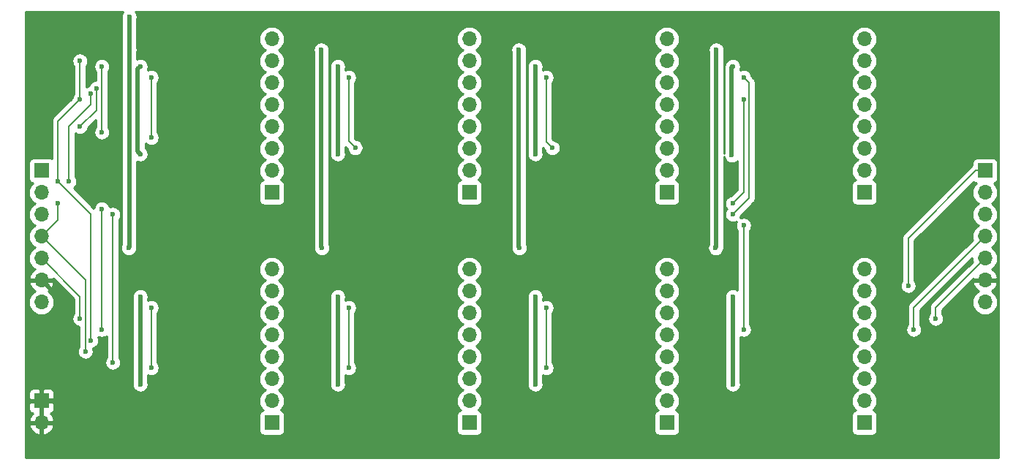
<source format=gbr>
G04 #@! TF.GenerationSoftware,KiCad,Pcbnew,5.1.0-060a0da~80~ubuntu16.04.1*
G04 #@! TF.CreationDate,2019-04-09T13:09:05+02:00*
G04 #@! TF.ProjectId,74HC595 Breakout,37344843-3539-4352-9042-7265616b6f75,rev?*
G04 #@! TF.SameCoordinates,Original*
G04 #@! TF.FileFunction,Copper,L2,Bot*
G04 #@! TF.FilePolarity,Positive*
%FSLAX46Y46*%
G04 Gerber Fmt 4.6, Leading zero omitted, Abs format (unit mm)*
G04 Created by KiCad (PCBNEW 5.1.0-060a0da~80~ubuntu16.04.1) date 2019-04-09 13:09:05*
%MOMM*%
%LPD*%
G04 APERTURE LIST*
%ADD10O,1.700000X1.700000*%
%ADD11R,1.700000X1.700000*%
%ADD12C,0.600000*%
%ADD13C,0.500000*%
%ADD14C,0.200000*%
%ADD15C,0.254000*%
G04 APERTURE END LIST*
D10*
X78740000Y-107950000D03*
D11*
X78740000Y-105410000D03*
D10*
X187960000Y-93980000D03*
X187960000Y-91440000D03*
X187960000Y-88900000D03*
X187960000Y-86360000D03*
X187960000Y-83820000D03*
X187960000Y-81280000D03*
D11*
X187960000Y-78740000D03*
D10*
X78740000Y-93980000D03*
X78740000Y-91440000D03*
X78740000Y-88900000D03*
X78740000Y-86360000D03*
X78740000Y-83820000D03*
X78740000Y-81280000D03*
D11*
X78740000Y-78740000D03*
D10*
X173990000Y-90170000D03*
X173990000Y-92710000D03*
X173990000Y-95250000D03*
X173990000Y-97790000D03*
X173990000Y-100330000D03*
X173990000Y-102870000D03*
X173990000Y-105410000D03*
D11*
X173990000Y-107950000D03*
D10*
X151130000Y-90170000D03*
X151130000Y-92710000D03*
X151130000Y-95250000D03*
X151130000Y-97790000D03*
X151130000Y-100330000D03*
X151130000Y-102870000D03*
X151130000Y-105410000D03*
D11*
X151130000Y-107950000D03*
D10*
X128270000Y-90170000D03*
X128270000Y-92710000D03*
X128270000Y-95250000D03*
X128270000Y-97790000D03*
X128270000Y-100330000D03*
X128270000Y-102870000D03*
X128270000Y-105410000D03*
D11*
X128270000Y-107950000D03*
D10*
X105410000Y-90170000D03*
X105410000Y-92710000D03*
X105410000Y-95250000D03*
X105410000Y-97790000D03*
X105410000Y-100330000D03*
X105410000Y-102870000D03*
X105410000Y-105410000D03*
D11*
X105410000Y-107950000D03*
D10*
X173990000Y-63500000D03*
X173990000Y-66040000D03*
X173990000Y-68580000D03*
X173990000Y-71120000D03*
X173990000Y-73660000D03*
X173990000Y-76200000D03*
X173990000Y-78740000D03*
D11*
X173990000Y-81280000D03*
D10*
X151130000Y-63500000D03*
X151130000Y-66040000D03*
X151130000Y-68580000D03*
X151130000Y-71120000D03*
X151130000Y-73660000D03*
X151130000Y-76200000D03*
X151130000Y-78740000D03*
D11*
X151130000Y-81280000D03*
D10*
X128270000Y-63500000D03*
X128270000Y-66040000D03*
X128270000Y-68580000D03*
X128270000Y-71120000D03*
X128270000Y-73660000D03*
X128270000Y-76200000D03*
X128270000Y-78740000D03*
D11*
X128270000Y-81280000D03*
D10*
X105410000Y-63500000D03*
X105410000Y-66040000D03*
X105410000Y-68580000D03*
X105410000Y-71120000D03*
X105410000Y-73660000D03*
X105410000Y-76200000D03*
X105410000Y-78740000D03*
D11*
X105410000Y-81280000D03*
D12*
X90170000Y-76835000D03*
X90170000Y-66675000D03*
X113030000Y-76835000D03*
X113030000Y-66675000D03*
X135890000Y-76835000D03*
X135890000Y-66675000D03*
X90170000Y-103505000D03*
X90170000Y-93345000D03*
X113030000Y-103505000D03*
X113030000Y-93345000D03*
X135890000Y-103505000D03*
X135890000Y-93345000D03*
X158750000Y-103505000D03*
X158750000Y-93345000D03*
X158643235Y-76941765D03*
X158750000Y-66675000D03*
X88900000Y-64770000D03*
X88900000Y-60960000D03*
X111125000Y-64770000D03*
X111190011Y-87695011D03*
X88834983Y-87695011D03*
X133985000Y-64770000D03*
X134050011Y-87695011D03*
X156845000Y-64770000D03*
X156779989Y-87695011D03*
X92710000Y-89535000D03*
X92710000Y-86360000D03*
X115570000Y-89535000D03*
X115570000Y-86360000D03*
X138430000Y-89535000D03*
X138430000Y-86360000D03*
X161290000Y-89535000D03*
X161290000Y-86360000D03*
X93980000Y-62865000D03*
X117475000Y-64770000D03*
X140335000Y-64770000D03*
X163195000Y-64770000D03*
X93980000Y-81280000D03*
X117475000Y-81915000D03*
X140335000Y-81915000D03*
X163195000Y-83185000D03*
X83185000Y-95885000D03*
X182245000Y-95885000D03*
X85090000Y-69215000D03*
X83185000Y-73660000D03*
X179705000Y-97154984D03*
X80645000Y-82550000D03*
X83820000Y-99695000D03*
X160020000Y-97155000D03*
X160020000Y-85090000D03*
X85725000Y-97155000D03*
X85725000Y-83185000D03*
X158750000Y-82550000D03*
X160020000Y-70485000D03*
X84455000Y-69850000D03*
X81915000Y-80010000D03*
X83185000Y-70485000D03*
X83185000Y-66040000D03*
X80645002Y-80010000D03*
X84455000Y-98425000D03*
X85725000Y-66675000D03*
X85725000Y-74295000D03*
X179070000Y-92075000D03*
X91440000Y-67945000D03*
X91440010Y-74930000D03*
X115041765Y-76093235D03*
X114300000Y-67945000D03*
X137873386Y-76121614D03*
X137160000Y-67945000D03*
X160020000Y-67945000D03*
X86995000Y-83820000D03*
X158749996Y-83820004D03*
X86995000Y-100965000D03*
X91440000Y-101600000D03*
X91440000Y-94615000D03*
X114300000Y-101600000D03*
X114300000Y-94615000D03*
X137160000Y-101600000D03*
X137160000Y-94615000D03*
D13*
X113030000Y-76835000D02*
X113030000Y-66675000D01*
X135890000Y-76835000D02*
X135890000Y-66675000D01*
X90170000Y-103505000D02*
X90170000Y-93345000D01*
X113030000Y-103505000D02*
X113030000Y-93345000D01*
X135890000Y-103505000D02*
X135890000Y-93345000D01*
X158750000Y-103505000D02*
X158750000Y-93345000D01*
X158643235Y-66781765D02*
X158750000Y-66675000D01*
X158643235Y-76941765D02*
X158643235Y-66781765D01*
X89870001Y-76535001D02*
X89870001Y-66974999D01*
X89870001Y-66974999D02*
X90170000Y-66675000D01*
X90170000Y-76835000D02*
X89870001Y-76535001D01*
X88900000Y-64770000D02*
X88900000Y-60960000D01*
X111125000Y-64770000D02*
X111125000Y-87630000D01*
X111125000Y-87630000D02*
X111190011Y-87695011D01*
X88900000Y-87629994D02*
X88834983Y-87695011D01*
X88900000Y-64770000D02*
X88900000Y-87629994D01*
X133985000Y-64770000D02*
X133985000Y-87630000D01*
X133985000Y-87630000D02*
X134050011Y-87695011D01*
X156845000Y-87630000D02*
X156779989Y-87695011D01*
X156845000Y-64770000D02*
X156845000Y-87630000D01*
X78740000Y-91440000D02*
X81915000Y-94615000D01*
X81915000Y-94615000D02*
X81915000Y-104775000D01*
X81280000Y-105410000D02*
X78740000Y-105410000D01*
X81915000Y-104775000D02*
X81280000Y-105410000D01*
X78740000Y-105410000D02*
X78740000Y-107950000D01*
X92710000Y-89535000D02*
X92710000Y-86360000D01*
X115570000Y-89535000D02*
X115570000Y-86360000D01*
X138430000Y-89535000D02*
X138430000Y-86360000D01*
X161290000Y-89535000D02*
X161290000Y-86360000D01*
X93980000Y-85090000D02*
X92710000Y-86360000D01*
X93980000Y-62865000D02*
X93980000Y-81280000D01*
X117475000Y-74770002D02*
X117475000Y-64770000D01*
X117475000Y-84455000D02*
X117475000Y-81915000D01*
X115570000Y-86360000D02*
X117475000Y-84455000D01*
X140335000Y-84455000D02*
X140335000Y-81915000D01*
X138430000Y-86360000D02*
X140335000Y-84455000D01*
X163195000Y-84455000D02*
X163195000Y-83185000D01*
X161290000Y-86360000D02*
X163195000Y-84455000D01*
X93980000Y-81280000D02*
X93980000Y-85090000D01*
X117475000Y-81915000D02*
X117475000Y-74770002D01*
X140335000Y-81915000D02*
X140335000Y-64770000D01*
X163195000Y-83185000D02*
X163195000Y-64770000D01*
D14*
X83185000Y-93345000D02*
X78740000Y-88900000D01*
X83185000Y-95885000D02*
X83185000Y-93345000D01*
X182245000Y-94615000D02*
X187960000Y-88900000D01*
X182245000Y-95885000D02*
X182245000Y-94615000D01*
X85090000Y-71755000D02*
X83185000Y-73660000D01*
X85090000Y-69215000D02*
X85090000Y-71755000D01*
X179705000Y-94615000D02*
X179705000Y-96730720D01*
X179705000Y-96730720D02*
X179705000Y-97154984D01*
X187960000Y-86360000D02*
X179705000Y-94615000D01*
X80645000Y-84455000D02*
X80645000Y-82974264D01*
X78740000Y-86360000D02*
X80645000Y-84455000D01*
X80645000Y-82974264D02*
X80645000Y-82550000D01*
X78740000Y-86360000D02*
X83820000Y-91440000D01*
X83820000Y-99270736D02*
X83820000Y-99695000D01*
X83820000Y-91440000D02*
X83820000Y-99270736D01*
X160020000Y-97155000D02*
X160020000Y-85090000D01*
X85725000Y-97155000D02*
X85725000Y-83185000D01*
X158750000Y-82550000D02*
X160020000Y-81280000D01*
X160020000Y-70909264D02*
X160020000Y-70485000D01*
X160020000Y-81280000D02*
X160020000Y-70909264D01*
X84455000Y-71120000D02*
X81915000Y-73660000D01*
X84455000Y-69850000D02*
X84455000Y-71120000D01*
X81915000Y-73660000D02*
X81915000Y-80010000D01*
X83185000Y-70485000D02*
X83185000Y-66040000D01*
X83185000Y-70485000D02*
X80645002Y-73024998D01*
X80645002Y-79585736D02*
X80645002Y-80010000D01*
X80645002Y-73024998D02*
X80645002Y-79585736D01*
X84455000Y-98000736D02*
X84455000Y-98425000D01*
X80645002Y-80010000D02*
X84455000Y-83819998D01*
X84455000Y-83819998D02*
X84455000Y-98000736D01*
X85725000Y-66675000D02*
X85725000Y-74295000D01*
X186910000Y-78740000D02*
X187960000Y-78740000D01*
X179070000Y-86580000D02*
X186910000Y-78740000D01*
X179070000Y-92075000D02*
X179070000Y-86580000D01*
X91440000Y-67945000D02*
X91440000Y-74929990D01*
X91440000Y-74929990D02*
X91440010Y-74930000D01*
X114300000Y-75351470D02*
X114300000Y-67945000D01*
X115041765Y-76093235D02*
X114300000Y-75351470D01*
X137160000Y-75408228D02*
X137160000Y-67945000D01*
X137873386Y-76121614D02*
X137160000Y-75408228D01*
X86995000Y-100965000D02*
X86995000Y-100540736D01*
X86995000Y-100540736D02*
X86995000Y-83820000D01*
X159049995Y-83520005D02*
X158749996Y-83820004D01*
X160655000Y-81915000D02*
X159049995Y-83520005D01*
X160655000Y-68580000D02*
X160655000Y-81915000D01*
X160020000Y-67945000D02*
X160655000Y-68580000D01*
X91440000Y-101600000D02*
X91440000Y-94615000D01*
X114300000Y-101600000D02*
X114300000Y-94615000D01*
X137160000Y-101600000D02*
X137160000Y-94615000D01*
D15*
G36*
X88071414Y-60517111D02*
G01*
X88000932Y-60687271D01*
X87965000Y-60867911D01*
X87965000Y-61052089D01*
X88000932Y-61232729D01*
X88015001Y-61266695D01*
X88015000Y-64463307D01*
X88000932Y-64497271D01*
X87965000Y-64677911D01*
X87965000Y-64862089D01*
X88000932Y-65042729D01*
X88015000Y-65076692D01*
X88015001Y-87239245D01*
X88006397Y-87252122D01*
X87935915Y-87422282D01*
X87899983Y-87602922D01*
X87899983Y-87787100D01*
X87935915Y-87967740D01*
X88006397Y-88137900D01*
X88108721Y-88291039D01*
X88238955Y-88421273D01*
X88392094Y-88523597D01*
X88562254Y-88594079D01*
X88742894Y-88630011D01*
X88927072Y-88630011D01*
X89107712Y-88594079D01*
X89277872Y-88523597D01*
X89431011Y-88421273D01*
X89561245Y-88291039D01*
X89663569Y-88137900D01*
X89734051Y-87967740D01*
X89756304Y-87855870D01*
X89772195Y-87803484D01*
X89785000Y-87673471D01*
X89785000Y-87673463D01*
X89789281Y-87629994D01*
X89785000Y-87586525D01*
X89785000Y-77687564D01*
X89897271Y-77734068D01*
X90077911Y-77770000D01*
X90262089Y-77770000D01*
X90442729Y-77734068D01*
X90612889Y-77663586D01*
X90766028Y-77561262D01*
X90896262Y-77431028D01*
X90998586Y-77277889D01*
X91069068Y-77107729D01*
X91105000Y-76927089D01*
X91105000Y-76742911D01*
X91069068Y-76562271D01*
X90998586Y-76392111D01*
X90896262Y-76238972D01*
X90766028Y-76108738D01*
X90755001Y-76101370D01*
X90755001Y-75567281D01*
X90843982Y-75656262D01*
X90997121Y-75758586D01*
X91167281Y-75829068D01*
X91347921Y-75865000D01*
X91532099Y-75865000D01*
X91712739Y-75829068D01*
X91882899Y-75758586D01*
X92036038Y-75656262D01*
X92166272Y-75526028D01*
X92268596Y-75372889D01*
X92339078Y-75202729D01*
X92375010Y-75022089D01*
X92375010Y-74837911D01*
X92339078Y-74657271D01*
X92268596Y-74487111D01*
X92175000Y-74347034D01*
X92175000Y-68527951D01*
X92268586Y-68387889D01*
X92339068Y-68217729D01*
X92375000Y-68037089D01*
X92375000Y-67852911D01*
X92339068Y-67672271D01*
X92268586Y-67502111D01*
X92166262Y-67348972D01*
X92036028Y-67218738D01*
X91882889Y-67116414D01*
X91712729Y-67045932D01*
X91532089Y-67010000D01*
X91347911Y-67010000D01*
X91167271Y-67045932D01*
X90999629Y-67115371D01*
X91069068Y-66947729D01*
X91105000Y-66767089D01*
X91105000Y-66582911D01*
X91069068Y-66402271D01*
X90998586Y-66232111D01*
X90896262Y-66078972D01*
X90766028Y-65948738D01*
X90612889Y-65846414D01*
X90442729Y-65775932D01*
X90262089Y-65740000D01*
X90077911Y-65740000D01*
X89897271Y-65775932D01*
X89785000Y-65822436D01*
X89785000Y-65076692D01*
X89799068Y-65042729D01*
X89835000Y-64862089D01*
X89835000Y-64677911D01*
X89799068Y-64497271D01*
X89785000Y-64463308D01*
X89785000Y-63500000D01*
X103917815Y-63500000D01*
X103946487Y-63791111D01*
X104031401Y-64071034D01*
X104169294Y-64329014D01*
X104354866Y-64555134D01*
X104580986Y-64740706D01*
X104635791Y-64770000D01*
X104580986Y-64799294D01*
X104354866Y-64984866D01*
X104169294Y-65210986D01*
X104031401Y-65468966D01*
X103946487Y-65748889D01*
X103917815Y-66040000D01*
X103946487Y-66331111D01*
X104031401Y-66611034D01*
X104169294Y-66869014D01*
X104354866Y-67095134D01*
X104580986Y-67280706D01*
X104635791Y-67310000D01*
X104580986Y-67339294D01*
X104354866Y-67524866D01*
X104169294Y-67750986D01*
X104031401Y-68008966D01*
X103946487Y-68288889D01*
X103917815Y-68580000D01*
X103946487Y-68871111D01*
X104031401Y-69151034D01*
X104169294Y-69409014D01*
X104354866Y-69635134D01*
X104580986Y-69820706D01*
X104635791Y-69850000D01*
X104580986Y-69879294D01*
X104354866Y-70064866D01*
X104169294Y-70290986D01*
X104031401Y-70548966D01*
X103946487Y-70828889D01*
X103917815Y-71120000D01*
X103946487Y-71411111D01*
X104031401Y-71691034D01*
X104169294Y-71949014D01*
X104354866Y-72175134D01*
X104580986Y-72360706D01*
X104635791Y-72390000D01*
X104580986Y-72419294D01*
X104354866Y-72604866D01*
X104169294Y-72830986D01*
X104031401Y-73088966D01*
X103946487Y-73368889D01*
X103917815Y-73660000D01*
X103946487Y-73951111D01*
X104031401Y-74231034D01*
X104169294Y-74489014D01*
X104354866Y-74715134D01*
X104580986Y-74900706D01*
X104635791Y-74930000D01*
X104580986Y-74959294D01*
X104354866Y-75144866D01*
X104169294Y-75370986D01*
X104031401Y-75628966D01*
X103946487Y-75908889D01*
X103917815Y-76200000D01*
X103946487Y-76491111D01*
X104031401Y-76771034D01*
X104169294Y-77029014D01*
X104354866Y-77255134D01*
X104580986Y-77440706D01*
X104635791Y-77470000D01*
X104580986Y-77499294D01*
X104354866Y-77684866D01*
X104169294Y-77910986D01*
X104031401Y-78168966D01*
X103946487Y-78448889D01*
X103917815Y-78740000D01*
X103946487Y-79031111D01*
X104031401Y-79311034D01*
X104169294Y-79569014D01*
X104354866Y-79795134D01*
X104384687Y-79819607D01*
X104315820Y-79840498D01*
X104205506Y-79899463D01*
X104108815Y-79978815D01*
X104029463Y-80075506D01*
X103970498Y-80185820D01*
X103934188Y-80305518D01*
X103921928Y-80430000D01*
X103921928Y-82130000D01*
X103934188Y-82254482D01*
X103970498Y-82374180D01*
X104029463Y-82484494D01*
X104108815Y-82581185D01*
X104205506Y-82660537D01*
X104315820Y-82719502D01*
X104435518Y-82755812D01*
X104560000Y-82768072D01*
X106260000Y-82768072D01*
X106384482Y-82755812D01*
X106504180Y-82719502D01*
X106614494Y-82660537D01*
X106711185Y-82581185D01*
X106790537Y-82484494D01*
X106849502Y-82374180D01*
X106885812Y-82254482D01*
X106898072Y-82130000D01*
X106898072Y-80430000D01*
X106885812Y-80305518D01*
X106849502Y-80185820D01*
X106790537Y-80075506D01*
X106711185Y-79978815D01*
X106614494Y-79899463D01*
X106504180Y-79840498D01*
X106435313Y-79819607D01*
X106465134Y-79795134D01*
X106650706Y-79569014D01*
X106788599Y-79311034D01*
X106873513Y-79031111D01*
X106902185Y-78740000D01*
X106873513Y-78448889D01*
X106788599Y-78168966D01*
X106650706Y-77910986D01*
X106465134Y-77684866D01*
X106239014Y-77499294D01*
X106184209Y-77470000D01*
X106239014Y-77440706D01*
X106465134Y-77255134D01*
X106650706Y-77029014D01*
X106788599Y-76771034D01*
X106873513Y-76491111D01*
X106902185Y-76200000D01*
X106873513Y-75908889D01*
X106788599Y-75628966D01*
X106650706Y-75370986D01*
X106465134Y-75144866D01*
X106239014Y-74959294D01*
X106184209Y-74930000D01*
X106239014Y-74900706D01*
X106465134Y-74715134D01*
X106650706Y-74489014D01*
X106788599Y-74231034D01*
X106873513Y-73951111D01*
X106902185Y-73660000D01*
X106873513Y-73368889D01*
X106788599Y-73088966D01*
X106650706Y-72830986D01*
X106465134Y-72604866D01*
X106239014Y-72419294D01*
X106184209Y-72390000D01*
X106239014Y-72360706D01*
X106465134Y-72175134D01*
X106650706Y-71949014D01*
X106788599Y-71691034D01*
X106873513Y-71411111D01*
X106902185Y-71120000D01*
X106873513Y-70828889D01*
X106788599Y-70548966D01*
X106650706Y-70290986D01*
X106465134Y-70064866D01*
X106239014Y-69879294D01*
X106184209Y-69850000D01*
X106239014Y-69820706D01*
X106465134Y-69635134D01*
X106650706Y-69409014D01*
X106788599Y-69151034D01*
X106873513Y-68871111D01*
X106902185Y-68580000D01*
X106873513Y-68288889D01*
X106788599Y-68008966D01*
X106650706Y-67750986D01*
X106465134Y-67524866D01*
X106239014Y-67339294D01*
X106184209Y-67310000D01*
X106239014Y-67280706D01*
X106465134Y-67095134D01*
X106650706Y-66869014D01*
X106788599Y-66611034D01*
X106873513Y-66331111D01*
X106902185Y-66040000D01*
X106873513Y-65748889D01*
X106788599Y-65468966D01*
X106650706Y-65210986D01*
X106465134Y-64984866D01*
X106239014Y-64799294D01*
X106184209Y-64770000D01*
X106239014Y-64740706D01*
X106315529Y-64677911D01*
X110190000Y-64677911D01*
X110190000Y-64862089D01*
X110225932Y-65042729D01*
X110240000Y-65076692D01*
X110240001Y-87586521D01*
X110235719Y-87630000D01*
X110252805Y-87803490D01*
X110268682Y-87855827D01*
X110290943Y-87967740D01*
X110361425Y-88137900D01*
X110463749Y-88291039D01*
X110593983Y-88421273D01*
X110747122Y-88523597D01*
X110917282Y-88594079D01*
X111097922Y-88630011D01*
X111282100Y-88630011D01*
X111462740Y-88594079D01*
X111632900Y-88523597D01*
X111786039Y-88421273D01*
X111916273Y-88291039D01*
X112018597Y-88137900D01*
X112089079Y-87967740D01*
X112125011Y-87787100D01*
X112125011Y-87602922D01*
X112089079Y-87422282D01*
X112018597Y-87252122D01*
X112010000Y-87239256D01*
X112010000Y-66582911D01*
X112095000Y-66582911D01*
X112095000Y-66767089D01*
X112130932Y-66947729D01*
X112145001Y-66981695D01*
X112145000Y-76528307D01*
X112130932Y-76562271D01*
X112095000Y-76742911D01*
X112095000Y-76927089D01*
X112130932Y-77107729D01*
X112201414Y-77277889D01*
X112303738Y-77431028D01*
X112433972Y-77561262D01*
X112587111Y-77663586D01*
X112757271Y-77734068D01*
X112937911Y-77770000D01*
X113122089Y-77770000D01*
X113302729Y-77734068D01*
X113472889Y-77663586D01*
X113626028Y-77561262D01*
X113756262Y-77431028D01*
X113858586Y-77277889D01*
X113929068Y-77107729D01*
X113965000Y-76927089D01*
X113965000Y-76742911D01*
X113929068Y-76562271D01*
X113915000Y-76528308D01*
X113915000Y-76005916D01*
X114109833Y-76200750D01*
X114142697Y-76365964D01*
X114213179Y-76536124D01*
X114315503Y-76689263D01*
X114445737Y-76819497D01*
X114598876Y-76921821D01*
X114769036Y-76992303D01*
X114949676Y-77028235D01*
X115133854Y-77028235D01*
X115314494Y-76992303D01*
X115484654Y-76921821D01*
X115637793Y-76819497D01*
X115768027Y-76689263D01*
X115870351Y-76536124D01*
X115940833Y-76365964D01*
X115976765Y-76185324D01*
X115976765Y-76001146D01*
X115940833Y-75820506D01*
X115870351Y-75650346D01*
X115768027Y-75497207D01*
X115637793Y-75366973D01*
X115484654Y-75264649D01*
X115314494Y-75194167D01*
X115149280Y-75161303D01*
X115035000Y-75047024D01*
X115035000Y-68527951D01*
X115128586Y-68387889D01*
X115199068Y-68217729D01*
X115235000Y-68037089D01*
X115235000Y-67852911D01*
X115199068Y-67672271D01*
X115128586Y-67502111D01*
X115026262Y-67348972D01*
X114896028Y-67218738D01*
X114742889Y-67116414D01*
X114572729Y-67045932D01*
X114392089Y-67010000D01*
X114207911Y-67010000D01*
X114027271Y-67045932D01*
X113915000Y-67092436D01*
X113915000Y-66981692D01*
X113929068Y-66947729D01*
X113965000Y-66767089D01*
X113965000Y-66582911D01*
X113929068Y-66402271D01*
X113858586Y-66232111D01*
X113756262Y-66078972D01*
X113626028Y-65948738D01*
X113472889Y-65846414D01*
X113302729Y-65775932D01*
X113122089Y-65740000D01*
X112937911Y-65740000D01*
X112757271Y-65775932D01*
X112587111Y-65846414D01*
X112433972Y-65948738D01*
X112303738Y-66078972D01*
X112201414Y-66232111D01*
X112130932Y-66402271D01*
X112095000Y-66582911D01*
X112010000Y-66582911D01*
X112010000Y-65076692D01*
X112024068Y-65042729D01*
X112060000Y-64862089D01*
X112060000Y-64677911D01*
X112024068Y-64497271D01*
X111953586Y-64327111D01*
X111851262Y-64173972D01*
X111721028Y-64043738D01*
X111567889Y-63941414D01*
X111397729Y-63870932D01*
X111217089Y-63835000D01*
X111032911Y-63835000D01*
X110852271Y-63870932D01*
X110682111Y-63941414D01*
X110528972Y-64043738D01*
X110398738Y-64173972D01*
X110296414Y-64327111D01*
X110225932Y-64497271D01*
X110190000Y-64677911D01*
X106315529Y-64677911D01*
X106465134Y-64555134D01*
X106650706Y-64329014D01*
X106788599Y-64071034D01*
X106873513Y-63791111D01*
X106902185Y-63500000D01*
X126777815Y-63500000D01*
X126806487Y-63791111D01*
X126891401Y-64071034D01*
X127029294Y-64329014D01*
X127214866Y-64555134D01*
X127440986Y-64740706D01*
X127495791Y-64770000D01*
X127440986Y-64799294D01*
X127214866Y-64984866D01*
X127029294Y-65210986D01*
X126891401Y-65468966D01*
X126806487Y-65748889D01*
X126777815Y-66040000D01*
X126806487Y-66331111D01*
X126891401Y-66611034D01*
X127029294Y-66869014D01*
X127214866Y-67095134D01*
X127440986Y-67280706D01*
X127495791Y-67310000D01*
X127440986Y-67339294D01*
X127214866Y-67524866D01*
X127029294Y-67750986D01*
X126891401Y-68008966D01*
X126806487Y-68288889D01*
X126777815Y-68580000D01*
X126806487Y-68871111D01*
X126891401Y-69151034D01*
X127029294Y-69409014D01*
X127214866Y-69635134D01*
X127440986Y-69820706D01*
X127495791Y-69850000D01*
X127440986Y-69879294D01*
X127214866Y-70064866D01*
X127029294Y-70290986D01*
X126891401Y-70548966D01*
X126806487Y-70828889D01*
X126777815Y-71120000D01*
X126806487Y-71411111D01*
X126891401Y-71691034D01*
X127029294Y-71949014D01*
X127214866Y-72175134D01*
X127440986Y-72360706D01*
X127495791Y-72390000D01*
X127440986Y-72419294D01*
X127214866Y-72604866D01*
X127029294Y-72830986D01*
X126891401Y-73088966D01*
X126806487Y-73368889D01*
X126777815Y-73660000D01*
X126806487Y-73951111D01*
X126891401Y-74231034D01*
X127029294Y-74489014D01*
X127214866Y-74715134D01*
X127440986Y-74900706D01*
X127495791Y-74930000D01*
X127440986Y-74959294D01*
X127214866Y-75144866D01*
X127029294Y-75370986D01*
X126891401Y-75628966D01*
X126806487Y-75908889D01*
X126777815Y-76200000D01*
X126806487Y-76491111D01*
X126891401Y-76771034D01*
X127029294Y-77029014D01*
X127214866Y-77255134D01*
X127440986Y-77440706D01*
X127495791Y-77470000D01*
X127440986Y-77499294D01*
X127214866Y-77684866D01*
X127029294Y-77910986D01*
X126891401Y-78168966D01*
X126806487Y-78448889D01*
X126777815Y-78740000D01*
X126806487Y-79031111D01*
X126891401Y-79311034D01*
X127029294Y-79569014D01*
X127214866Y-79795134D01*
X127244687Y-79819607D01*
X127175820Y-79840498D01*
X127065506Y-79899463D01*
X126968815Y-79978815D01*
X126889463Y-80075506D01*
X126830498Y-80185820D01*
X126794188Y-80305518D01*
X126781928Y-80430000D01*
X126781928Y-82130000D01*
X126794188Y-82254482D01*
X126830498Y-82374180D01*
X126889463Y-82484494D01*
X126968815Y-82581185D01*
X127065506Y-82660537D01*
X127175820Y-82719502D01*
X127295518Y-82755812D01*
X127420000Y-82768072D01*
X129120000Y-82768072D01*
X129244482Y-82755812D01*
X129364180Y-82719502D01*
X129474494Y-82660537D01*
X129571185Y-82581185D01*
X129650537Y-82484494D01*
X129709502Y-82374180D01*
X129745812Y-82254482D01*
X129758072Y-82130000D01*
X129758072Y-80430000D01*
X129745812Y-80305518D01*
X129709502Y-80185820D01*
X129650537Y-80075506D01*
X129571185Y-79978815D01*
X129474494Y-79899463D01*
X129364180Y-79840498D01*
X129295313Y-79819607D01*
X129325134Y-79795134D01*
X129510706Y-79569014D01*
X129648599Y-79311034D01*
X129733513Y-79031111D01*
X129762185Y-78740000D01*
X129733513Y-78448889D01*
X129648599Y-78168966D01*
X129510706Y-77910986D01*
X129325134Y-77684866D01*
X129099014Y-77499294D01*
X129044209Y-77470000D01*
X129099014Y-77440706D01*
X129325134Y-77255134D01*
X129510706Y-77029014D01*
X129648599Y-76771034D01*
X129733513Y-76491111D01*
X129762185Y-76200000D01*
X129733513Y-75908889D01*
X129648599Y-75628966D01*
X129510706Y-75370986D01*
X129325134Y-75144866D01*
X129099014Y-74959294D01*
X129044209Y-74930000D01*
X129099014Y-74900706D01*
X129325134Y-74715134D01*
X129510706Y-74489014D01*
X129648599Y-74231034D01*
X129733513Y-73951111D01*
X129762185Y-73660000D01*
X129733513Y-73368889D01*
X129648599Y-73088966D01*
X129510706Y-72830986D01*
X129325134Y-72604866D01*
X129099014Y-72419294D01*
X129044209Y-72390000D01*
X129099014Y-72360706D01*
X129325134Y-72175134D01*
X129510706Y-71949014D01*
X129648599Y-71691034D01*
X129733513Y-71411111D01*
X129762185Y-71120000D01*
X129733513Y-70828889D01*
X129648599Y-70548966D01*
X129510706Y-70290986D01*
X129325134Y-70064866D01*
X129099014Y-69879294D01*
X129044209Y-69850000D01*
X129099014Y-69820706D01*
X129325134Y-69635134D01*
X129510706Y-69409014D01*
X129648599Y-69151034D01*
X129733513Y-68871111D01*
X129762185Y-68580000D01*
X129733513Y-68288889D01*
X129648599Y-68008966D01*
X129510706Y-67750986D01*
X129325134Y-67524866D01*
X129099014Y-67339294D01*
X129044209Y-67310000D01*
X129099014Y-67280706D01*
X129325134Y-67095134D01*
X129510706Y-66869014D01*
X129648599Y-66611034D01*
X129733513Y-66331111D01*
X129762185Y-66040000D01*
X129733513Y-65748889D01*
X129648599Y-65468966D01*
X129510706Y-65210986D01*
X129325134Y-64984866D01*
X129099014Y-64799294D01*
X129044209Y-64770000D01*
X129099014Y-64740706D01*
X129175529Y-64677911D01*
X133050000Y-64677911D01*
X133050000Y-64862089D01*
X133085932Y-65042729D01*
X133100000Y-65076692D01*
X133100001Y-87586521D01*
X133095719Y-87630000D01*
X133112805Y-87803490D01*
X133128682Y-87855827D01*
X133150943Y-87967740D01*
X133221425Y-88137900D01*
X133323749Y-88291039D01*
X133453983Y-88421273D01*
X133607122Y-88523597D01*
X133777282Y-88594079D01*
X133957922Y-88630011D01*
X134142100Y-88630011D01*
X134322740Y-88594079D01*
X134492900Y-88523597D01*
X134646039Y-88421273D01*
X134776273Y-88291039D01*
X134878597Y-88137900D01*
X134949079Y-87967740D01*
X134985011Y-87787100D01*
X134985011Y-87602922D01*
X155844989Y-87602922D01*
X155844989Y-87787100D01*
X155880921Y-87967740D01*
X155951403Y-88137900D01*
X156053727Y-88291039D01*
X156183961Y-88421273D01*
X156337100Y-88523597D01*
X156507260Y-88594079D01*
X156687900Y-88630011D01*
X156872078Y-88630011D01*
X157052718Y-88594079D01*
X157222878Y-88523597D01*
X157376017Y-88421273D01*
X157506251Y-88291039D01*
X157608575Y-88137900D01*
X157679057Y-87967740D01*
X157701318Y-87855830D01*
X157717195Y-87803490D01*
X157730000Y-87673477D01*
X157730000Y-87673467D01*
X157734281Y-87630001D01*
X157730000Y-87586535D01*
X157730000Y-77143273D01*
X157744167Y-77214494D01*
X157814649Y-77384654D01*
X157916973Y-77537793D01*
X158047207Y-77668027D01*
X158200346Y-77770351D01*
X158370506Y-77840833D01*
X158551146Y-77876765D01*
X158735324Y-77876765D01*
X158915964Y-77840833D01*
X159086124Y-77770351D01*
X159239263Y-77668027D01*
X159285000Y-77622290D01*
X159285000Y-80975553D01*
X158642485Y-81618068D01*
X158477271Y-81650932D01*
X158307111Y-81721414D01*
X158153972Y-81823738D01*
X158023738Y-81953972D01*
X157921414Y-82107111D01*
X157850932Y-82277271D01*
X157815000Y-82457911D01*
X157815000Y-82642089D01*
X157850932Y-82822729D01*
X157921414Y-82992889D01*
X158023738Y-83146028D01*
X158062710Y-83185000D01*
X158023734Y-83223976D01*
X157921410Y-83377115D01*
X157850928Y-83547275D01*
X157814996Y-83727915D01*
X157814996Y-83912093D01*
X157850928Y-84092733D01*
X157921410Y-84262893D01*
X158023734Y-84416032D01*
X158153968Y-84546266D01*
X158307107Y-84648590D01*
X158477267Y-84719072D01*
X158657907Y-84755004D01*
X158842085Y-84755004D01*
X159022725Y-84719072D01*
X159190370Y-84649632D01*
X159120932Y-84817271D01*
X159085000Y-84997911D01*
X159085000Y-85182089D01*
X159120932Y-85362729D01*
X159191414Y-85532889D01*
X159285001Y-85672952D01*
X159285000Y-92577961D01*
X159192889Y-92516414D01*
X159022729Y-92445932D01*
X158842089Y-92410000D01*
X158657911Y-92410000D01*
X158477271Y-92445932D01*
X158307111Y-92516414D01*
X158153972Y-92618738D01*
X158023738Y-92748972D01*
X157921414Y-92902111D01*
X157850932Y-93072271D01*
X157815000Y-93252911D01*
X157815000Y-93437089D01*
X157850932Y-93617729D01*
X157865001Y-93651695D01*
X157865000Y-103198307D01*
X157850932Y-103232271D01*
X157815000Y-103412911D01*
X157815000Y-103597089D01*
X157850932Y-103777729D01*
X157921414Y-103947889D01*
X158023738Y-104101028D01*
X158153972Y-104231262D01*
X158307111Y-104333586D01*
X158477271Y-104404068D01*
X158657911Y-104440000D01*
X158842089Y-104440000D01*
X159022729Y-104404068D01*
X159192889Y-104333586D01*
X159346028Y-104231262D01*
X159476262Y-104101028D01*
X159578586Y-103947889D01*
X159649068Y-103777729D01*
X159685000Y-103597089D01*
X159685000Y-103412911D01*
X159649068Y-103232271D01*
X159635000Y-103198308D01*
X159635000Y-98007564D01*
X159747271Y-98054068D01*
X159927911Y-98090000D01*
X160112089Y-98090000D01*
X160292729Y-98054068D01*
X160462889Y-97983586D01*
X160616028Y-97881262D01*
X160746262Y-97751028D01*
X160848586Y-97597889D01*
X160919068Y-97427729D01*
X160955000Y-97247089D01*
X160955000Y-97062911D01*
X160919068Y-96882271D01*
X160848586Y-96712111D01*
X160755000Y-96572049D01*
X160755000Y-90170000D01*
X172497815Y-90170000D01*
X172526487Y-90461111D01*
X172611401Y-90741034D01*
X172749294Y-90999014D01*
X172934866Y-91225134D01*
X173160986Y-91410706D01*
X173215791Y-91440000D01*
X173160986Y-91469294D01*
X172934866Y-91654866D01*
X172749294Y-91880986D01*
X172611401Y-92138966D01*
X172526487Y-92418889D01*
X172497815Y-92710000D01*
X172526487Y-93001111D01*
X172611401Y-93281034D01*
X172749294Y-93539014D01*
X172934866Y-93765134D01*
X173160986Y-93950706D01*
X173215791Y-93980000D01*
X173160986Y-94009294D01*
X172934866Y-94194866D01*
X172749294Y-94420986D01*
X172611401Y-94678966D01*
X172526487Y-94958889D01*
X172497815Y-95250000D01*
X172526487Y-95541111D01*
X172611401Y-95821034D01*
X172749294Y-96079014D01*
X172934866Y-96305134D01*
X173160986Y-96490706D01*
X173215791Y-96520000D01*
X173160986Y-96549294D01*
X172934866Y-96734866D01*
X172749294Y-96960986D01*
X172611401Y-97218966D01*
X172526487Y-97498889D01*
X172497815Y-97790000D01*
X172526487Y-98081111D01*
X172611401Y-98361034D01*
X172749294Y-98619014D01*
X172934866Y-98845134D01*
X173160986Y-99030706D01*
X173215791Y-99060000D01*
X173160986Y-99089294D01*
X172934866Y-99274866D01*
X172749294Y-99500986D01*
X172611401Y-99758966D01*
X172526487Y-100038889D01*
X172497815Y-100330000D01*
X172526487Y-100621111D01*
X172611401Y-100901034D01*
X172749294Y-101159014D01*
X172934866Y-101385134D01*
X173160986Y-101570706D01*
X173215791Y-101600000D01*
X173160986Y-101629294D01*
X172934866Y-101814866D01*
X172749294Y-102040986D01*
X172611401Y-102298966D01*
X172526487Y-102578889D01*
X172497815Y-102870000D01*
X172526487Y-103161111D01*
X172611401Y-103441034D01*
X172749294Y-103699014D01*
X172934866Y-103925134D01*
X173160986Y-104110706D01*
X173215791Y-104140000D01*
X173160986Y-104169294D01*
X172934866Y-104354866D01*
X172749294Y-104580986D01*
X172611401Y-104838966D01*
X172526487Y-105118889D01*
X172497815Y-105410000D01*
X172526487Y-105701111D01*
X172611401Y-105981034D01*
X172749294Y-106239014D01*
X172934866Y-106465134D01*
X172964687Y-106489607D01*
X172895820Y-106510498D01*
X172785506Y-106569463D01*
X172688815Y-106648815D01*
X172609463Y-106745506D01*
X172550498Y-106855820D01*
X172514188Y-106975518D01*
X172501928Y-107100000D01*
X172501928Y-108800000D01*
X172514188Y-108924482D01*
X172550498Y-109044180D01*
X172609463Y-109154494D01*
X172688815Y-109251185D01*
X172785506Y-109330537D01*
X172895820Y-109389502D01*
X173015518Y-109425812D01*
X173140000Y-109438072D01*
X174840000Y-109438072D01*
X174964482Y-109425812D01*
X175084180Y-109389502D01*
X175194494Y-109330537D01*
X175291185Y-109251185D01*
X175370537Y-109154494D01*
X175429502Y-109044180D01*
X175465812Y-108924482D01*
X175478072Y-108800000D01*
X175478072Y-107100000D01*
X175465812Y-106975518D01*
X175429502Y-106855820D01*
X175370537Y-106745506D01*
X175291185Y-106648815D01*
X175194494Y-106569463D01*
X175084180Y-106510498D01*
X175015313Y-106489607D01*
X175045134Y-106465134D01*
X175230706Y-106239014D01*
X175368599Y-105981034D01*
X175453513Y-105701111D01*
X175482185Y-105410000D01*
X175453513Y-105118889D01*
X175368599Y-104838966D01*
X175230706Y-104580986D01*
X175045134Y-104354866D01*
X174819014Y-104169294D01*
X174764209Y-104140000D01*
X174819014Y-104110706D01*
X175045134Y-103925134D01*
X175230706Y-103699014D01*
X175368599Y-103441034D01*
X175453513Y-103161111D01*
X175482185Y-102870000D01*
X175453513Y-102578889D01*
X175368599Y-102298966D01*
X175230706Y-102040986D01*
X175045134Y-101814866D01*
X174819014Y-101629294D01*
X174764209Y-101600000D01*
X174819014Y-101570706D01*
X175045134Y-101385134D01*
X175230706Y-101159014D01*
X175368599Y-100901034D01*
X175453513Y-100621111D01*
X175482185Y-100330000D01*
X175453513Y-100038889D01*
X175368599Y-99758966D01*
X175230706Y-99500986D01*
X175045134Y-99274866D01*
X174819014Y-99089294D01*
X174764209Y-99060000D01*
X174819014Y-99030706D01*
X175045134Y-98845134D01*
X175230706Y-98619014D01*
X175368599Y-98361034D01*
X175453513Y-98081111D01*
X175482185Y-97790000D01*
X175453513Y-97498889D01*
X175368599Y-97218966D01*
X175230706Y-96960986D01*
X175045134Y-96734866D01*
X174819014Y-96549294D01*
X174764209Y-96520000D01*
X174819014Y-96490706D01*
X175045134Y-96305134D01*
X175230706Y-96079014D01*
X175368599Y-95821034D01*
X175453513Y-95541111D01*
X175482185Y-95250000D01*
X175453513Y-94958889D01*
X175368599Y-94678966D01*
X175230706Y-94420986D01*
X175045134Y-94194866D01*
X174819014Y-94009294D01*
X174764209Y-93980000D01*
X174819014Y-93950706D01*
X175045134Y-93765134D01*
X175230706Y-93539014D01*
X175368599Y-93281034D01*
X175453513Y-93001111D01*
X175482185Y-92710000D01*
X175453513Y-92418889D01*
X175368599Y-92138966D01*
X175285186Y-91982911D01*
X178135000Y-91982911D01*
X178135000Y-92167089D01*
X178170932Y-92347729D01*
X178241414Y-92517889D01*
X178343738Y-92671028D01*
X178473972Y-92801262D01*
X178627111Y-92903586D01*
X178797271Y-92974068D01*
X178977911Y-93010000D01*
X179162089Y-93010000D01*
X179342729Y-92974068D01*
X179512889Y-92903586D01*
X179666028Y-92801262D01*
X179796262Y-92671028D01*
X179898586Y-92517889D01*
X179969068Y-92347729D01*
X180005000Y-92167089D01*
X180005000Y-91982911D01*
X179969068Y-91802271D01*
X179898586Y-91632111D01*
X179805000Y-91492049D01*
X179805000Y-86884446D01*
X186654058Y-80035389D01*
X186658815Y-80041185D01*
X186755506Y-80120537D01*
X186865820Y-80179502D01*
X186934687Y-80200393D01*
X186904866Y-80224866D01*
X186719294Y-80450986D01*
X186581401Y-80708966D01*
X186496487Y-80988889D01*
X186467815Y-81280000D01*
X186496487Y-81571111D01*
X186581401Y-81851034D01*
X186719294Y-82109014D01*
X186904866Y-82335134D01*
X187130986Y-82520706D01*
X187185791Y-82550000D01*
X187130986Y-82579294D01*
X186904866Y-82764866D01*
X186719294Y-82990986D01*
X186581401Y-83248966D01*
X186496487Y-83528889D01*
X186467815Y-83820000D01*
X186496487Y-84111111D01*
X186581401Y-84391034D01*
X186719294Y-84649014D01*
X186904866Y-84875134D01*
X187130986Y-85060706D01*
X187185791Y-85090000D01*
X187130986Y-85119294D01*
X186904866Y-85304866D01*
X186719294Y-85530986D01*
X186581401Y-85788966D01*
X186496487Y-86068889D01*
X186467815Y-86360000D01*
X186496487Y-86651111D01*
X186527432Y-86753121D01*
X179210808Y-94069746D01*
X179182762Y-94092763D01*
X179090913Y-94204681D01*
X179022663Y-94332368D01*
X178995781Y-94420986D01*
X178980635Y-94470915D01*
X178966444Y-94615000D01*
X178970000Y-94651105D01*
X178970001Y-96572032D01*
X178876414Y-96712095D01*
X178805932Y-96882255D01*
X178770000Y-97062895D01*
X178770000Y-97247073D01*
X178805932Y-97427713D01*
X178876414Y-97597873D01*
X178978738Y-97751012D01*
X179108972Y-97881246D01*
X179262111Y-97983570D01*
X179432271Y-98054052D01*
X179612911Y-98089984D01*
X179797089Y-98089984D01*
X179977729Y-98054052D01*
X180147889Y-97983570D01*
X180301028Y-97881246D01*
X180431262Y-97751012D01*
X180533586Y-97597873D01*
X180604068Y-97427713D01*
X180640000Y-97247073D01*
X180640000Y-97062895D01*
X180604068Y-96882255D01*
X180533586Y-96712095D01*
X180440000Y-96572033D01*
X180440000Y-94919446D01*
X186468729Y-88890718D01*
X186467815Y-88900000D01*
X186496487Y-89191111D01*
X186527432Y-89293122D01*
X181750808Y-94069746D01*
X181722763Y-94092762D01*
X181630914Y-94204680D01*
X181609861Y-94244068D01*
X181562664Y-94332367D01*
X181520635Y-94470915D01*
X181506444Y-94615000D01*
X181510001Y-94651115D01*
X181510000Y-95302049D01*
X181416414Y-95442111D01*
X181345932Y-95612271D01*
X181310000Y-95792911D01*
X181310000Y-95977089D01*
X181345932Y-96157729D01*
X181416414Y-96327889D01*
X181518738Y-96481028D01*
X181648972Y-96611262D01*
X181802111Y-96713586D01*
X181972271Y-96784068D01*
X182152911Y-96820000D01*
X182337089Y-96820000D01*
X182517729Y-96784068D01*
X182687889Y-96713586D01*
X182841028Y-96611262D01*
X182971262Y-96481028D01*
X183073586Y-96327889D01*
X183144068Y-96157729D01*
X183180000Y-95977089D01*
X183180000Y-95792911D01*
X183144068Y-95612271D01*
X183073586Y-95442111D01*
X182980000Y-95302049D01*
X182980000Y-94919446D01*
X183919446Y-93980000D01*
X186467815Y-93980000D01*
X186496487Y-94271111D01*
X186581401Y-94551034D01*
X186719294Y-94809014D01*
X186904866Y-95035134D01*
X187130986Y-95220706D01*
X187388966Y-95358599D01*
X187668889Y-95443513D01*
X187887050Y-95465000D01*
X188032950Y-95465000D01*
X188251111Y-95443513D01*
X188531034Y-95358599D01*
X188789014Y-95220706D01*
X189015134Y-95035134D01*
X189200706Y-94809014D01*
X189338599Y-94551034D01*
X189423513Y-94271111D01*
X189452185Y-93980000D01*
X189423513Y-93688889D01*
X189338599Y-93408966D01*
X189200706Y-93150986D01*
X189015134Y-92924866D01*
X188789014Y-92739294D01*
X188724477Y-92704799D01*
X188841355Y-92635178D01*
X189057588Y-92440269D01*
X189231641Y-92206920D01*
X189356825Y-91944099D01*
X189401476Y-91796890D01*
X189280155Y-91567000D01*
X188087000Y-91567000D01*
X188087000Y-91587000D01*
X187833000Y-91587000D01*
X187833000Y-91567000D01*
X186639845Y-91567000D01*
X186518524Y-91796890D01*
X186563175Y-91944099D01*
X186688359Y-92206920D01*
X186862412Y-92440269D01*
X187078645Y-92635178D01*
X187195523Y-92704799D01*
X187130986Y-92739294D01*
X186904866Y-92924866D01*
X186719294Y-93150986D01*
X186581401Y-93408966D01*
X186496487Y-93688889D01*
X186467815Y-93980000D01*
X183919446Y-93980000D01*
X186621399Y-91278047D01*
X186639845Y-91313000D01*
X187833000Y-91313000D01*
X187833000Y-91293000D01*
X188087000Y-91293000D01*
X188087000Y-91313000D01*
X189280155Y-91313000D01*
X189401476Y-91083110D01*
X189356825Y-90935901D01*
X189231641Y-90673080D01*
X189057588Y-90439731D01*
X188841355Y-90244822D01*
X188724477Y-90175201D01*
X188789014Y-90140706D01*
X189015134Y-89955134D01*
X189200706Y-89729014D01*
X189338599Y-89471034D01*
X189423513Y-89191111D01*
X189452185Y-88900000D01*
X189423513Y-88608889D01*
X189338599Y-88328966D01*
X189200706Y-88070986D01*
X189015134Y-87844866D01*
X188789014Y-87659294D01*
X188734209Y-87630000D01*
X188789014Y-87600706D01*
X189015134Y-87415134D01*
X189200706Y-87189014D01*
X189338599Y-86931034D01*
X189423513Y-86651111D01*
X189452185Y-86360000D01*
X189423513Y-86068889D01*
X189338599Y-85788966D01*
X189200706Y-85530986D01*
X189015134Y-85304866D01*
X188789014Y-85119294D01*
X188734209Y-85090000D01*
X188789014Y-85060706D01*
X189015134Y-84875134D01*
X189200706Y-84649014D01*
X189338599Y-84391034D01*
X189423513Y-84111111D01*
X189452185Y-83820000D01*
X189423513Y-83528889D01*
X189338599Y-83248966D01*
X189200706Y-82990986D01*
X189015134Y-82764866D01*
X188789014Y-82579294D01*
X188734209Y-82550000D01*
X188789014Y-82520706D01*
X189015134Y-82335134D01*
X189200706Y-82109014D01*
X189338599Y-81851034D01*
X189423513Y-81571111D01*
X189452185Y-81280000D01*
X189423513Y-80988889D01*
X189338599Y-80708966D01*
X189200706Y-80450986D01*
X189015134Y-80224866D01*
X188985313Y-80200393D01*
X189054180Y-80179502D01*
X189164494Y-80120537D01*
X189261185Y-80041185D01*
X189340537Y-79944494D01*
X189399502Y-79834180D01*
X189435812Y-79714482D01*
X189448072Y-79590000D01*
X189448072Y-77890000D01*
X189435812Y-77765518D01*
X189399502Y-77645820D01*
X189340537Y-77535506D01*
X189261185Y-77438815D01*
X189164494Y-77359463D01*
X189054180Y-77300498D01*
X188934482Y-77264188D01*
X188810000Y-77251928D01*
X187110000Y-77251928D01*
X186985518Y-77264188D01*
X186865820Y-77300498D01*
X186755506Y-77359463D01*
X186658815Y-77438815D01*
X186579463Y-77535506D01*
X186520498Y-77645820D01*
X186484188Y-77765518D01*
X186471928Y-77890000D01*
X186471928Y-78148689D01*
X186387762Y-78217762D01*
X186364746Y-78245807D01*
X178575808Y-86034746D01*
X178547763Y-86057762D01*
X178455914Y-86169680D01*
X178431201Y-86215915D01*
X178387664Y-86297367D01*
X178345635Y-86435915D01*
X178331444Y-86580000D01*
X178335001Y-86616115D01*
X178335000Y-91492049D01*
X178241414Y-91632111D01*
X178170932Y-91802271D01*
X178135000Y-91982911D01*
X175285186Y-91982911D01*
X175230706Y-91880986D01*
X175045134Y-91654866D01*
X174819014Y-91469294D01*
X174764209Y-91440000D01*
X174819014Y-91410706D01*
X175045134Y-91225134D01*
X175230706Y-90999014D01*
X175368599Y-90741034D01*
X175453513Y-90461111D01*
X175482185Y-90170000D01*
X175453513Y-89878889D01*
X175368599Y-89598966D01*
X175230706Y-89340986D01*
X175045134Y-89114866D01*
X174819014Y-88929294D01*
X174561034Y-88791401D01*
X174281111Y-88706487D01*
X174062950Y-88685000D01*
X173917050Y-88685000D01*
X173698889Y-88706487D01*
X173418966Y-88791401D01*
X173160986Y-88929294D01*
X172934866Y-89114866D01*
X172749294Y-89340986D01*
X172611401Y-89598966D01*
X172526487Y-89878889D01*
X172497815Y-90170000D01*
X160755000Y-90170000D01*
X160755000Y-85672951D01*
X160848586Y-85532889D01*
X160919068Y-85362729D01*
X160955000Y-85182089D01*
X160955000Y-84997911D01*
X160919068Y-84817271D01*
X160848586Y-84647111D01*
X160746262Y-84493972D01*
X160616028Y-84363738D01*
X160462889Y-84261414D01*
X160292729Y-84190932D01*
X160112089Y-84155000D01*
X159927911Y-84155000D01*
X159747271Y-84190932D01*
X159579626Y-84260372D01*
X159649064Y-84092733D01*
X159681928Y-83927518D01*
X161149193Y-82460254D01*
X161177238Y-82437238D01*
X161269087Y-82325320D01*
X161337337Y-82197633D01*
X161379365Y-82059085D01*
X161390000Y-81951105D01*
X161393556Y-81915000D01*
X161390000Y-81878895D01*
X161390000Y-68616105D01*
X161393556Y-68580000D01*
X161379365Y-68435915D01*
X161337337Y-68297366D01*
X161269087Y-68169680D01*
X161200253Y-68085806D01*
X161200250Y-68085803D01*
X161177237Y-68057762D01*
X161149197Y-68034750D01*
X160951932Y-67837485D01*
X160919068Y-67672271D01*
X160848586Y-67502111D01*
X160746262Y-67348972D01*
X160616028Y-67218738D01*
X160462889Y-67116414D01*
X160292729Y-67045932D01*
X160112089Y-67010000D01*
X159927911Y-67010000D01*
X159747271Y-67045932D01*
X159579629Y-67115371D01*
X159649068Y-66947729D01*
X159685000Y-66767089D01*
X159685000Y-66582911D01*
X159649068Y-66402271D01*
X159578586Y-66232111D01*
X159476262Y-66078972D01*
X159346028Y-65948738D01*
X159192889Y-65846414D01*
X159022729Y-65775932D01*
X158842089Y-65740000D01*
X158657911Y-65740000D01*
X158477271Y-65775932D01*
X158307111Y-65846414D01*
X158153972Y-65948738D01*
X158023738Y-66078972D01*
X157921414Y-66232111D01*
X157879658Y-66332920D01*
X157821647Y-66441452D01*
X157771040Y-66608275D01*
X157753954Y-66781765D01*
X157758236Y-66825244D01*
X157758235Y-76635072D01*
X157744167Y-76669036D01*
X157730000Y-76740257D01*
X157730000Y-65076692D01*
X157744068Y-65042729D01*
X157780000Y-64862089D01*
X157780000Y-64677911D01*
X157744068Y-64497271D01*
X157673586Y-64327111D01*
X157571262Y-64173972D01*
X157441028Y-64043738D01*
X157287889Y-63941414D01*
X157117729Y-63870932D01*
X156937089Y-63835000D01*
X156752911Y-63835000D01*
X156572271Y-63870932D01*
X156402111Y-63941414D01*
X156248972Y-64043738D01*
X156118738Y-64173972D01*
X156016414Y-64327111D01*
X155945932Y-64497271D01*
X155910000Y-64677911D01*
X155910000Y-64862089D01*
X155945932Y-65042729D01*
X155960000Y-65076692D01*
X155960001Y-87239254D01*
X155951403Y-87252122D01*
X155880921Y-87422282D01*
X155844989Y-87602922D01*
X134985011Y-87602922D01*
X134949079Y-87422282D01*
X134878597Y-87252122D01*
X134870000Y-87239256D01*
X134870000Y-66582911D01*
X134955000Y-66582911D01*
X134955000Y-66767089D01*
X134990932Y-66947729D01*
X135005001Y-66981695D01*
X135005000Y-76528307D01*
X134990932Y-76562271D01*
X134955000Y-76742911D01*
X134955000Y-76927089D01*
X134990932Y-77107729D01*
X135061414Y-77277889D01*
X135163738Y-77431028D01*
X135293972Y-77561262D01*
X135447111Y-77663586D01*
X135617271Y-77734068D01*
X135797911Y-77770000D01*
X135982089Y-77770000D01*
X136162729Y-77734068D01*
X136332889Y-77663586D01*
X136486028Y-77561262D01*
X136616262Y-77431028D01*
X136718586Y-77277889D01*
X136789068Y-77107729D01*
X136825000Y-76927089D01*
X136825000Y-76742911D01*
X136789068Y-76562271D01*
X136775000Y-76528308D01*
X136775000Y-76062674D01*
X136941454Y-76229129D01*
X136974318Y-76394343D01*
X137044800Y-76564503D01*
X137147124Y-76717642D01*
X137277358Y-76847876D01*
X137430497Y-76950200D01*
X137600657Y-77020682D01*
X137781297Y-77056614D01*
X137965475Y-77056614D01*
X138146115Y-77020682D01*
X138316275Y-76950200D01*
X138469414Y-76847876D01*
X138599648Y-76717642D01*
X138701972Y-76564503D01*
X138772454Y-76394343D01*
X138808386Y-76213703D01*
X138808386Y-76029525D01*
X138772454Y-75848885D01*
X138701972Y-75678725D01*
X138599648Y-75525586D01*
X138469414Y-75395352D01*
X138316275Y-75293028D01*
X138146115Y-75222546D01*
X137980901Y-75189682D01*
X137895000Y-75103782D01*
X137895000Y-68527951D01*
X137988586Y-68387889D01*
X138059068Y-68217729D01*
X138095000Y-68037089D01*
X138095000Y-67852911D01*
X138059068Y-67672271D01*
X137988586Y-67502111D01*
X137886262Y-67348972D01*
X137756028Y-67218738D01*
X137602889Y-67116414D01*
X137432729Y-67045932D01*
X137252089Y-67010000D01*
X137067911Y-67010000D01*
X136887271Y-67045932D01*
X136775000Y-67092436D01*
X136775000Y-66981692D01*
X136789068Y-66947729D01*
X136825000Y-66767089D01*
X136825000Y-66582911D01*
X136789068Y-66402271D01*
X136718586Y-66232111D01*
X136616262Y-66078972D01*
X136486028Y-65948738D01*
X136332889Y-65846414D01*
X136162729Y-65775932D01*
X135982089Y-65740000D01*
X135797911Y-65740000D01*
X135617271Y-65775932D01*
X135447111Y-65846414D01*
X135293972Y-65948738D01*
X135163738Y-66078972D01*
X135061414Y-66232111D01*
X134990932Y-66402271D01*
X134955000Y-66582911D01*
X134870000Y-66582911D01*
X134870000Y-65076692D01*
X134884068Y-65042729D01*
X134920000Y-64862089D01*
X134920000Y-64677911D01*
X134884068Y-64497271D01*
X134813586Y-64327111D01*
X134711262Y-64173972D01*
X134581028Y-64043738D01*
X134427889Y-63941414D01*
X134257729Y-63870932D01*
X134077089Y-63835000D01*
X133892911Y-63835000D01*
X133712271Y-63870932D01*
X133542111Y-63941414D01*
X133388972Y-64043738D01*
X133258738Y-64173972D01*
X133156414Y-64327111D01*
X133085932Y-64497271D01*
X133050000Y-64677911D01*
X129175529Y-64677911D01*
X129325134Y-64555134D01*
X129510706Y-64329014D01*
X129648599Y-64071034D01*
X129733513Y-63791111D01*
X129762185Y-63500000D01*
X149637815Y-63500000D01*
X149666487Y-63791111D01*
X149751401Y-64071034D01*
X149889294Y-64329014D01*
X150074866Y-64555134D01*
X150300986Y-64740706D01*
X150355791Y-64770000D01*
X150300986Y-64799294D01*
X150074866Y-64984866D01*
X149889294Y-65210986D01*
X149751401Y-65468966D01*
X149666487Y-65748889D01*
X149637815Y-66040000D01*
X149666487Y-66331111D01*
X149751401Y-66611034D01*
X149889294Y-66869014D01*
X150074866Y-67095134D01*
X150300986Y-67280706D01*
X150355791Y-67310000D01*
X150300986Y-67339294D01*
X150074866Y-67524866D01*
X149889294Y-67750986D01*
X149751401Y-68008966D01*
X149666487Y-68288889D01*
X149637815Y-68580000D01*
X149666487Y-68871111D01*
X149751401Y-69151034D01*
X149889294Y-69409014D01*
X150074866Y-69635134D01*
X150300986Y-69820706D01*
X150355791Y-69850000D01*
X150300986Y-69879294D01*
X150074866Y-70064866D01*
X149889294Y-70290986D01*
X149751401Y-70548966D01*
X149666487Y-70828889D01*
X149637815Y-71120000D01*
X149666487Y-71411111D01*
X149751401Y-71691034D01*
X149889294Y-71949014D01*
X150074866Y-72175134D01*
X150300986Y-72360706D01*
X150355791Y-72390000D01*
X150300986Y-72419294D01*
X150074866Y-72604866D01*
X149889294Y-72830986D01*
X149751401Y-73088966D01*
X149666487Y-73368889D01*
X149637815Y-73660000D01*
X149666487Y-73951111D01*
X149751401Y-74231034D01*
X149889294Y-74489014D01*
X150074866Y-74715134D01*
X150300986Y-74900706D01*
X150355791Y-74930000D01*
X150300986Y-74959294D01*
X150074866Y-75144866D01*
X149889294Y-75370986D01*
X149751401Y-75628966D01*
X149666487Y-75908889D01*
X149637815Y-76200000D01*
X149666487Y-76491111D01*
X149751401Y-76771034D01*
X149889294Y-77029014D01*
X150074866Y-77255134D01*
X150300986Y-77440706D01*
X150355791Y-77470000D01*
X150300986Y-77499294D01*
X150074866Y-77684866D01*
X149889294Y-77910986D01*
X149751401Y-78168966D01*
X149666487Y-78448889D01*
X149637815Y-78740000D01*
X149666487Y-79031111D01*
X149751401Y-79311034D01*
X149889294Y-79569014D01*
X150074866Y-79795134D01*
X150104687Y-79819607D01*
X150035820Y-79840498D01*
X149925506Y-79899463D01*
X149828815Y-79978815D01*
X149749463Y-80075506D01*
X149690498Y-80185820D01*
X149654188Y-80305518D01*
X149641928Y-80430000D01*
X149641928Y-82130000D01*
X149654188Y-82254482D01*
X149690498Y-82374180D01*
X149749463Y-82484494D01*
X149828815Y-82581185D01*
X149925506Y-82660537D01*
X150035820Y-82719502D01*
X150155518Y-82755812D01*
X150280000Y-82768072D01*
X151980000Y-82768072D01*
X152104482Y-82755812D01*
X152224180Y-82719502D01*
X152334494Y-82660537D01*
X152431185Y-82581185D01*
X152510537Y-82484494D01*
X152569502Y-82374180D01*
X152605812Y-82254482D01*
X152618072Y-82130000D01*
X152618072Y-80430000D01*
X152605812Y-80305518D01*
X152569502Y-80185820D01*
X152510537Y-80075506D01*
X152431185Y-79978815D01*
X152334494Y-79899463D01*
X152224180Y-79840498D01*
X152155313Y-79819607D01*
X152185134Y-79795134D01*
X152370706Y-79569014D01*
X152508599Y-79311034D01*
X152593513Y-79031111D01*
X152622185Y-78740000D01*
X152593513Y-78448889D01*
X152508599Y-78168966D01*
X152370706Y-77910986D01*
X152185134Y-77684866D01*
X151959014Y-77499294D01*
X151904209Y-77470000D01*
X151959014Y-77440706D01*
X152185134Y-77255134D01*
X152370706Y-77029014D01*
X152508599Y-76771034D01*
X152593513Y-76491111D01*
X152622185Y-76200000D01*
X152593513Y-75908889D01*
X152508599Y-75628966D01*
X152370706Y-75370986D01*
X152185134Y-75144866D01*
X151959014Y-74959294D01*
X151904209Y-74930000D01*
X151959014Y-74900706D01*
X152185134Y-74715134D01*
X152370706Y-74489014D01*
X152508599Y-74231034D01*
X152593513Y-73951111D01*
X152622185Y-73660000D01*
X152593513Y-73368889D01*
X152508599Y-73088966D01*
X152370706Y-72830986D01*
X152185134Y-72604866D01*
X151959014Y-72419294D01*
X151904209Y-72390000D01*
X151959014Y-72360706D01*
X152185134Y-72175134D01*
X152370706Y-71949014D01*
X152508599Y-71691034D01*
X152593513Y-71411111D01*
X152622185Y-71120000D01*
X152593513Y-70828889D01*
X152508599Y-70548966D01*
X152370706Y-70290986D01*
X152185134Y-70064866D01*
X151959014Y-69879294D01*
X151904209Y-69850000D01*
X151959014Y-69820706D01*
X152185134Y-69635134D01*
X152370706Y-69409014D01*
X152508599Y-69151034D01*
X152593513Y-68871111D01*
X152622185Y-68580000D01*
X152593513Y-68288889D01*
X152508599Y-68008966D01*
X152370706Y-67750986D01*
X152185134Y-67524866D01*
X151959014Y-67339294D01*
X151904209Y-67310000D01*
X151959014Y-67280706D01*
X152185134Y-67095134D01*
X152370706Y-66869014D01*
X152508599Y-66611034D01*
X152593513Y-66331111D01*
X152622185Y-66040000D01*
X152593513Y-65748889D01*
X152508599Y-65468966D01*
X152370706Y-65210986D01*
X152185134Y-64984866D01*
X151959014Y-64799294D01*
X151904209Y-64770000D01*
X151959014Y-64740706D01*
X152185134Y-64555134D01*
X152370706Y-64329014D01*
X152508599Y-64071034D01*
X152593513Y-63791111D01*
X152622185Y-63500000D01*
X172497815Y-63500000D01*
X172526487Y-63791111D01*
X172611401Y-64071034D01*
X172749294Y-64329014D01*
X172934866Y-64555134D01*
X173160986Y-64740706D01*
X173215791Y-64770000D01*
X173160986Y-64799294D01*
X172934866Y-64984866D01*
X172749294Y-65210986D01*
X172611401Y-65468966D01*
X172526487Y-65748889D01*
X172497815Y-66040000D01*
X172526487Y-66331111D01*
X172611401Y-66611034D01*
X172749294Y-66869014D01*
X172934866Y-67095134D01*
X173160986Y-67280706D01*
X173215791Y-67310000D01*
X173160986Y-67339294D01*
X172934866Y-67524866D01*
X172749294Y-67750986D01*
X172611401Y-68008966D01*
X172526487Y-68288889D01*
X172497815Y-68580000D01*
X172526487Y-68871111D01*
X172611401Y-69151034D01*
X172749294Y-69409014D01*
X172934866Y-69635134D01*
X173160986Y-69820706D01*
X173215791Y-69850000D01*
X173160986Y-69879294D01*
X172934866Y-70064866D01*
X172749294Y-70290986D01*
X172611401Y-70548966D01*
X172526487Y-70828889D01*
X172497815Y-71120000D01*
X172526487Y-71411111D01*
X172611401Y-71691034D01*
X172749294Y-71949014D01*
X172934866Y-72175134D01*
X173160986Y-72360706D01*
X173215791Y-72390000D01*
X173160986Y-72419294D01*
X172934866Y-72604866D01*
X172749294Y-72830986D01*
X172611401Y-73088966D01*
X172526487Y-73368889D01*
X172497815Y-73660000D01*
X172526487Y-73951111D01*
X172611401Y-74231034D01*
X172749294Y-74489014D01*
X172934866Y-74715134D01*
X173160986Y-74900706D01*
X173215791Y-74930000D01*
X173160986Y-74959294D01*
X172934866Y-75144866D01*
X172749294Y-75370986D01*
X172611401Y-75628966D01*
X172526487Y-75908889D01*
X172497815Y-76200000D01*
X172526487Y-76491111D01*
X172611401Y-76771034D01*
X172749294Y-77029014D01*
X172934866Y-77255134D01*
X173160986Y-77440706D01*
X173215791Y-77470000D01*
X173160986Y-77499294D01*
X172934866Y-77684866D01*
X172749294Y-77910986D01*
X172611401Y-78168966D01*
X172526487Y-78448889D01*
X172497815Y-78740000D01*
X172526487Y-79031111D01*
X172611401Y-79311034D01*
X172749294Y-79569014D01*
X172934866Y-79795134D01*
X172964687Y-79819607D01*
X172895820Y-79840498D01*
X172785506Y-79899463D01*
X172688815Y-79978815D01*
X172609463Y-80075506D01*
X172550498Y-80185820D01*
X172514188Y-80305518D01*
X172501928Y-80430000D01*
X172501928Y-82130000D01*
X172514188Y-82254482D01*
X172550498Y-82374180D01*
X172609463Y-82484494D01*
X172688815Y-82581185D01*
X172785506Y-82660537D01*
X172895820Y-82719502D01*
X173015518Y-82755812D01*
X173140000Y-82768072D01*
X174840000Y-82768072D01*
X174964482Y-82755812D01*
X175084180Y-82719502D01*
X175194494Y-82660537D01*
X175291185Y-82581185D01*
X175370537Y-82484494D01*
X175429502Y-82374180D01*
X175465812Y-82254482D01*
X175478072Y-82130000D01*
X175478072Y-80430000D01*
X175465812Y-80305518D01*
X175429502Y-80185820D01*
X175370537Y-80075506D01*
X175291185Y-79978815D01*
X175194494Y-79899463D01*
X175084180Y-79840498D01*
X175015313Y-79819607D01*
X175045134Y-79795134D01*
X175230706Y-79569014D01*
X175368599Y-79311034D01*
X175453513Y-79031111D01*
X175482185Y-78740000D01*
X175453513Y-78448889D01*
X175368599Y-78168966D01*
X175230706Y-77910986D01*
X175045134Y-77684866D01*
X174819014Y-77499294D01*
X174764209Y-77470000D01*
X174819014Y-77440706D01*
X175045134Y-77255134D01*
X175230706Y-77029014D01*
X175368599Y-76771034D01*
X175453513Y-76491111D01*
X175482185Y-76200000D01*
X175453513Y-75908889D01*
X175368599Y-75628966D01*
X175230706Y-75370986D01*
X175045134Y-75144866D01*
X174819014Y-74959294D01*
X174764209Y-74930000D01*
X174819014Y-74900706D01*
X175045134Y-74715134D01*
X175230706Y-74489014D01*
X175368599Y-74231034D01*
X175453513Y-73951111D01*
X175482185Y-73660000D01*
X175453513Y-73368889D01*
X175368599Y-73088966D01*
X175230706Y-72830986D01*
X175045134Y-72604866D01*
X174819014Y-72419294D01*
X174764209Y-72390000D01*
X174819014Y-72360706D01*
X175045134Y-72175134D01*
X175230706Y-71949014D01*
X175368599Y-71691034D01*
X175453513Y-71411111D01*
X175482185Y-71120000D01*
X175453513Y-70828889D01*
X175368599Y-70548966D01*
X175230706Y-70290986D01*
X175045134Y-70064866D01*
X174819014Y-69879294D01*
X174764209Y-69850000D01*
X174819014Y-69820706D01*
X175045134Y-69635134D01*
X175230706Y-69409014D01*
X175368599Y-69151034D01*
X175453513Y-68871111D01*
X175482185Y-68580000D01*
X175453513Y-68288889D01*
X175368599Y-68008966D01*
X175230706Y-67750986D01*
X175045134Y-67524866D01*
X174819014Y-67339294D01*
X174764209Y-67310000D01*
X174819014Y-67280706D01*
X175045134Y-67095134D01*
X175230706Y-66869014D01*
X175368599Y-66611034D01*
X175453513Y-66331111D01*
X175482185Y-66040000D01*
X175453513Y-65748889D01*
X175368599Y-65468966D01*
X175230706Y-65210986D01*
X175045134Y-64984866D01*
X174819014Y-64799294D01*
X174764209Y-64770000D01*
X174819014Y-64740706D01*
X175045134Y-64555134D01*
X175230706Y-64329014D01*
X175368599Y-64071034D01*
X175453513Y-63791111D01*
X175482185Y-63500000D01*
X175453513Y-63208889D01*
X175368599Y-62928966D01*
X175230706Y-62670986D01*
X175045134Y-62444866D01*
X174819014Y-62259294D01*
X174561034Y-62121401D01*
X174281111Y-62036487D01*
X174062950Y-62015000D01*
X173917050Y-62015000D01*
X173698889Y-62036487D01*
X173418966Y-62121401D01*
X173160986Y-62259294D01*
X172934866Y-62444866D01*
X172749294Y-62670986D01*
X172611401Y-62928966D01*
X172526487Y-63208889D01*
X172497815Y-63500000D01*
X152622185Y-63500000D01*
X152593513Y-63208889D01*
X152508599Y-62928966D01*
X152370706Y-62670986D01*
X152185134Y-62444866D01*
X151959014Y-62259294D01*
X151701034Y-62121401D01*
X151421111Y-62036487D01*
X151202950Y-62015000D01*
X151057050Y-62015000D01*
X150838889Y-62036487D01*
X150558966Y-62121401D01*
X150300986Y-62259294D01*
X150074866Y-62444866D01*
X149889294Y-62670986D01*
X149751401Y-62928966D01*
X149666487Y-63208889D01*
X149637815Y-63500000D01*
X129762185Y-63500000D01*
X129733513Y-63208889D01*
X129648599Y-62928966D01*
X129510706Y-62670986D01*
X129325134Y-62444866D01*
X129099014Y-62259294D01*
X128841034Y-62121401D01*
X128561111Y-62036487D01*
X128342950Y-62015000D01*
X128197050Y-62015000D01*
X127978889Y-62036487D01*
X127698966Y-62121401D01*
X127440986Y-62259294D01*
X127214866Y-62444866D01*
X127029294Y-62670986D01*
X126891401Y-62928966D01*
X126806487Y-63208889D01*
X126777815Y-63500000D01*
X106902185Y-63500000D01*
X106873513Y-63208889D01*
X106788599Y-62928966D01*
X106650706Y-62670986D01*
X106465134Y-62444866D01*
X106239014Y-62259294D01*
X105981034Y-62121401D01*
X105701111Y-62036487D01*
X105482950Y-62015000D01*
X105337050Y-62015000D01*
X105118889Y-62036487D01*
X104838966Y-62121401D01*
X104580986Y-62259294D01*
X104354866Y-62444866D01*
X104169294Y-62670986D01*
X104031401Y-62928966D01*
X103946487Y-63208889D01*
X103917815Y-63500000D01*
X89785000Y-63500000D01*
X89785000Y-61266692D01*
X89799068Y-61232729D01*
X89835000Y-61052089D01*
X89835000Y-60867911D01*
X89799068Y-60687271D01*
X89728586Y-60517111D01*
X89633631Y-60375000D01*
X189515001Y-60375000D01*
X189515000Y-112005000D01*
X76885000Y-112005000D01*
X76885000Y-108306890D01*
X77298524Y-108306890D01*
X77343175Y-108454099D01*
X77468359Y-108716920D01*
X77642412Y-108950269D01*
X77858645Y-109145178D01*
X78108748Y-109294157D01*
X78383109Y-109391481D01*
X78613000Y-109270814D01*
X78613000Y-108077000D01*
X78867000Y-108077000D01*
X78867000Y-109270814D01*
X79096891Y-109391481D01*
X79371252Y-109294157D01*
X79621355Y-109145178D01*
X79837588Y-108950269D01*
X80011641Y-108716920D01*
X80136825Y-108454099D01*
X80181476Y-108306890D01*
X80060155Y-108077000D01*
X78867000Y-108077000D01*
X78613000Y-108077000D01*
X77419845Y-108077000D01*
X77298524Y-108306890D01*
X76885000Y-108306890D01*
X76885000Y-106260000D01*
X77251928Y-106260000D01*
X77264188Y-106384482D01*
X77300498Y-106504180D01*
X77359463Y-106614494D01*
X77438815Y-106711185D01*
X77535506Y-106790537D01*
X77645820Y-106849502D01*
X77726466Y-106873966D01*
X77642412Y-106949731D01*
X77468359Y-107183080D01*
X77343175Y-107445901D01*
X77298524Y-107593110D01*
X77419845Y-107823000D01*
X78613000Y-107823000D01*
X78613000Y-105537000D01*
X78867000Y-105537000D01*
X78867000Y-107823000D01*
X80060155Y-107823000D01*
X80181476Y-107593110D01*
X80136825Y-107445901D01*
X80011641Y-107183080D01*
X79837588Y-106949731D01*
X79753534Y-106873966D01*
X79834180Y-106849502D01*
X79944494Y-106790537D01*
X80041185Y-106711185D01*
X80120537Y-106614494D01*
X80179502Y-106504180D01*
X80215812Y-106384482D01*
X80228072Y-106260000D01*
X80225000Y-105695750D01*
X80066250Y-105537000D01*
X78867000Y-105537000D01*
X78613000Y-105537000D01*
X77413750Y-105537000D01*
X77255000Y-105695750D01*
X77251928Y-106260000D01*
X76885000Y-106260000D01*
X76885000Y-104560000D01*
X77251928Y-104560000D01*
X77255000Y-105124250D01*
X77413750Y-105283000D01*
X78613000Y-105283000D01*
X78613000Y-104083750D01*
X78867000Y-104083750D01*
X78867000Y-105283000D01*
X80066250Y-105283000D01*
X80225000Y-105124250D01*
X80228072Y-104560000D01*
X80215812Y-104435518D01*
X80179502Y-104315820D01*
X80120537Y-104205506D01*
X80041185Y-104108815D01*
X79944494Y-104029463D01*
X79834180Y-103970498D01*
X79714482Y-103934188D01*
X79590000Y-103921928D01*
X79025750Y-103925000D01*
X78867000Y-104083750D01*
X78613000Y-104083750D01*
X78454250Y-103925000D01*
X77890000Y-103921928D01*
X77765518Y-103934188D01*
X77645820Y-103970498D01*
X77535506Y-104029463D01*
X77438815Y-104108815D01*
X77359463Y-104205506D01*
X77300498Y-104315820D01*
X77264188Y-104435518D01*
X77251928Y-104560000D01*
X76885000Y-104560000D01*
X76885000Y-93980000D01*
X77247815Y-93980000D01*
X77276487Y-94271111D01*
X77361401Y-94551034D01*
X77499294Y-94809014D01*
X77684866Y-95035134D01*
X77910986Y-95220706D01*
X78168966Y-95358599D01*
X78448889Y-95443513D01*
X78667050Y-95465000D01*
X78812950Y-95465000D01*
X79031111Y-95443513D01*
X79311034Y-95358599D01*
X79569014Y-95220706D01*
X79795134Y-95035134D01*
X79980706Y-94809014D01*
X80118599Y-94551034D01*
X80203513Y-94271111D01*
X80232185Y-93980000D01*
X80203513Y-93688889D01*
X80118599Y-93408966D01*
X79980706Y-93150986D01*
X79795134Y-92924866D01*
X79569014Y-92739294D01*
X79504477Y-92704799D01*
X79621355Y-92635178D01*
X79837588Y-92440269D01*
X80011641Y-92206920D01*
X80136825Y-91944099D01*
X80181476Y-91796890D01*
X80060155Y-91567000D01*
X78867000Y-91567000D01*
X78867000Y-91587000D01*
X78613000Y-91587000D01*
X78613000Y-91567000D01*
X77419845Y-91567000D01*
X77298524Y-91796890D01*
X77343175Y-91944099D01*
X77468359Y-92206920D01*
X77642412Y-92440269D01*
X77858645Y-92635178D01*
X77975523Y-92704799D01*
X77910986Y-92739294D01*
X77684866Y-92924866D01*
X77499294Y-93150986D01*
X77361401Y-93408966D01*
X77276487Y-93688889D01*
X77247815Y-93980000D01*
X76885000Y-93980000D01*
X76885000Y-81280000D01*
X77247815Y-81280000D01*
X77276487Y-81571111D01*
X77361401Y-81851034D01*
X77499294Y-82109014D01*
X77684866Y-82335134D01*
X77910986Y-82520706D01*
X77965791Y-82550000D01*
X77910986Y-82579294D01*
X77684866Y-82764866D01*
X77499294Y-82990986D01*
X77361401Y-83248966D01*
X77276487Y-83528889D01*
X77247815Y-83820000D01*
X77276487Y-84111111D01*
X77361401Y-84391034D01*
X77499294Y-84649014D01*
X77684866Y-84875134D01*
X77910986Y-85060706D01*
X77965791Y-85090000D01*
X77910986Y-85119294D01*
X77684866Y-85304866D01*
X77499294Y-85530986D01*
X77361401Y-85788966D01*
X77276487Y-86068889D01*
X77247815Y-86360000D01*
X77276487Y-86651111D01*
X77361401Y-86931034D01*
X77499294Y-87189014D01*
X77684866Y-87415134D01*
X77910986Y-87600706D01*
X77965791Y-87630000D01*
X77910986Y-87659294D01*
X77684866Y-87844866D01*
X77499294Y-88070986D01*
X77361401Y-88328966D01*
X77276487Y-88608889D01*
X77247815Y-88900000D01*
X77276487Y-89191111D01*
X77361401Y-89471034D01*
X77499294Y-89729014D01*
X77684866Y-89955134D01*
X77910986Y-90140706D01*
X77975523Y-90175201D01*
X77858645Y-90244822D01*
X77642412Y-90439731D01*
X77468359Y-90673080D01*
X77343175Y-90935901D01*
X77298524Y-91083110D01*
X77419845Y-91313000D01*
X78613000Y-91313000D01*
X78613000Y-91293000D01*
X78867000Y-91293000D01*
X78867000Y-91313000D01*
X80060155Y-91313000D01*
X80078601Y-91278047D01*
X82450001Y-93649448D01*
X82450000Y-95302049D01*
X82356414Y-95442111D01*
X82285932Y-95612271D01*
X82250000Y-95792911D01*
X82250000Y-95977089D01*
X82285932Y-96157729D01*
X82356414Y-96327889D01*
X82458738Y-96481028D01*
X82588972Y-96611262D01*
X82742111Y-96713586D01*
X82912271Y-96784068D01*
X83085001Y-96818427D01*
X83085001Y-99112048D01*
X82991414Y-99252111D01*
X82920932Y-99422271D01*
X82885000Y-99602911D01*
X82885000Y-99787089D01*
X82920932Y-99967729D01*
X82991414Y-100137889D01*
X83093738Y-100291028D01*
X83223972Y-100421262D01*
X83377111Y-100523586D01*
X83547271Y-100594068D01*
X83727911Y-100630000D01*
X83912089Y-100630000D01*
X84092729Y-100594068D01*
X84262889Y-100523586D01*
X84416028Y-100421262D01*
X84546262Y-100291028D01*
X84648586Y-100137889D01*
X84719068Y-99967729D01*
X84755000Y-99787089D01*
X84755000Y-99602911D01*
X84719068Y-99422271D01*
X84682147Y-99333135D01*
X84727729Y-99324068D01*
X84897889Y-99253586D01*
X85051028Y-99151262D01*
X85181262Y-99021028D01*
X85283586Y-98867889D01*
X85354068Y-98697729D01*
X85390000Y-98517089D01*
X85390000Y-98332911D01*
X85354068Y-98152271D01*
X85284629Y-97984629D01*
X85452271Y-98054068D01*
X85632911Y-98090000D01*
X85817089Y-98090000D01*
X85997729Y-98054068D01*
X86167889Y-97983586D01*
X86260000Y-97922039D01*
X86260000Y-100382049D01*
X86166414Y-100522111D01*
X86095932Y-100692271D01*
X86060000Y-100872911D01*
X86060000Y-101057089D01*
X86095932Y-101237729D01*
X86166414Y-101407889D01*
X86268738Y-101561028D01*
X86398972Y-101691262D01*
X86552111Y-101793586D01*
X86722271Y-101864068D01*
X86902911Y-101900000D01*
X87087089Y-101900000D01*
X87267729Y-101864068D01*
X87437889Y-101793586D01*
X87591028Y-101691262D01*
X87721262Y-101561028D01*
X87823586Y-101407889D01*
X87894068Y-101237729D01*
X87930000Y-101057089D01*
X87930000Y-100872911D01*
X87894068Y-100692271D01*
X87823586Y-100522111D01*
X87730000Y-100382049D01*
X87730000Y-93252911D01*
X89235000Y-93252911D01*
X89235000Y-93437089D01*
X89270932Y-93617729D01*
X89285001Y-93651695D01*
X89285000Y-103198307D01*
X89270932Y-103232271D01*
X89235000Y-103412911D01*
X89235000Y-103597089D01*
X89270932Y-103777729D01*
X89341414Y-103947889D01*
X89443738Y-104101028D01*
X89573972Y-104231262D01*
X89727111Y-104333586D01*
X89897271Y-104404068D01*
X90077911Y-104440000D01*
X90262089Y-104440000D01*
X90442729Y-104404068D01*
X90612889Y-104333586D01*
X90766028Y-104231262D01*
X90896262Y-104101028D01*
X90998586Y-103947889D01*
X91069068Y-103777729D01*
X91105000Y-103597089D01*
X91105000Y-103412911D01*
X91069068Y-103232271D01*
X91055000Y-103198308D01*
X91055000Y-102452564D01*
X91167271Y-102499068D01*
X91347911Y-102535000D01*
X91532089Y-102535000D01*
X91712729Y-102499068D01*
X91882889Y-102428586D01*
X92036028Y-102326262D01*
X92166262Y-102196028D01*
X92268586Y-102042889D01*
X92339068Y-101872729D01*
X92375000Y-101692089D01*
X92375000Y-101507911D01*
X92339068Y-101327271D01*
X92268586Y-101157111D01*
X92175000Y-101017049D01*
X92175000Y-95197951D01*
X92268586Y-95057889D01*
X92339068Y-94887729D01*
X92375000Y-94707089D01*
X92375000Y-94522911D01*
X92339068Y-94342271D01*
X92268586Y-94172111D01*
X92166262Y-94018972D01*
X92036028Y-93888738D01*
X91882889Y-93786414D01*
X91712729Y-93715932D01*
X91532089Y-93680000D01*
X91347911Y-93680000D01*
X91167271Y-93715932D01*
X91055000Y-93762436D01*
X91055000Y-93651692D01*
X91069068Y-93617729D01*
X91105000Y-93437089D01*
X91105000Y-93252911D01*
X91069068Y-93072271D01*
X90998586Y-92902111D01*
X90896262Y-92748972D01*
X90766028Y-92618738D01*
X90612889Y-92516414D01*
X90442729Y-92445932D01*
X90262089Y-92410000D01*
X90077911Y-92410000D01*
X89897271Y-92445932D01*
X89727111Y-92516414D01*
X89573972Y-92618738D01*
X89443738Y-92748972D01*
X89341414Y-92902111D01*
X89270932Y-93072271D01*
X89235000Y-93252911D01*
X87730000Y-93252911D01*
X87730000Y-90170000D01*
X103917815Y-90170000D01*
X103946487Y-90461111D01*
X104031401Y-90741034D01*
X104169294Y-90999014D01*
X104354866Y-91225134D01*
X104580986Y-91410706D01*
X104635791Y-91440000D01*
X104580986Y-91469294D01*
X104354866Y-91654866D01*
X104169294Y-91880986D01*
X104031401Y-92138966D01*
X103946487Y-92418889D01*
X103917815Y-92710000D01*
X103946487Y-93001111D01*
X104031401Y-93281034D01*
X104169294Y-93539014D01*
X104354866Y-93765134D01*
X104580986Y-93950706D01*
X104635791Y-93980000D01*
X104580986Y-94009294D01*
X104354866Y-94194866D01*
X104169294Y-94420986D01*
X104031401Y-94678966D01*
X103946487Y-94958889D01*
X103917815Y-95250000D01*
X103946487Y-95541111D01*
X104031401Y-95821034D01*
X104169294Y-96079014D01*
X104354866Y-96305134D01*
X104580986Y-96490706D01*
X104635791Y-96520000D01*
X104580986Y-96549294D01*
X104354866Y-96734866D01*
X104169294Y-96960986D01*
X104031401Y-97218966D01*
X103946487Y-97498889D01*
X103917815Y-97790000D01*
X103946487Y-98081111D01*
X104031401Y-98361034D01*
X104169294Y-98619014D01*
X104354866Y-98845134D01*
X104580986Y-99030706D01*
X104635791Y-99060000D01*
X104580986Y-99089294D01*
X104354866Y-99274866D01*
X104169294Y-99500986D01*
X104031401Y-99758966D01*
X103946487Y-100038889D01*
X103917815Y-100330000D01*
X103946487Y-100621111D01*
X104031401Y-100901034D01*
X104169294Y-101159014D01*
X104354866Y-101385134D01*
X104580986Y-101570706D01*
X104635791Y-101600000D01*
X104580986Y-101629294D01*
X104354866Y-101814866D01*
X104169294Y-102040986D01*
X104031401Y-102298966D01*
X103946487Y-102578889D01*
X103917815Y-102870000D01*
X103946487Y-103161111D01*
X104031401Y-103441034D01*
X104169294Y-103699014D01*
X104354866Y-103925134D01*
X104580986Y-104110706D01*
X104635791Y-104140000D01*
X104580986Y-104169294D01*
X104354866Y-104354866D01*
X104169294Y-104580986D01*
X104031401Y-104838966D01*
X103946487Y-105118889D01*
X103917815Y-105410000D01*
X103946487Y-105701111D01*
X104031401Y-105981034D01*
X104169294Y-106239014D01*
X104354866Y-106465134D01*
X104384687Y-106489607D01*
X104315820Y-106510498D01*
X104205506Y-106569463D01*
X104108815Y-106648815D01*
X104029463Y-106745506D01*
X103970498Y-106855820D01*
X103934188Y-106975518D01*
X103921928Y-107100000D01*
X103921928Y-108800000D01*
X103934188Y-108924482D01*
X103970498Y-109044180D01*
X104029463Y-109154494D01*
X104108815Y-109251185D01*
X104205506Y-109330537D01*
X104315820Y-109389502D01*
X104435518Y-109425812D01*
X104560000Y-109438072D01*
X106260000Y-109438072D01*
X106384482Y-109425812D01*
X106504180Y-109389502D01*
X106614494Y-109330537D01*
X106711185Y-109251185D01*
X106790537Y-109154494D01*
X106849502Y-109044180D01*
X106885812Y-108924482D01*
X106898072Y-108800000D01*
X106898072Y-107100000D01*
X106885812Y-106975518D01*
X106849502Y-106855820D01*
X106790537Y-106745506D01*
X106711185Y-106648815D01*
X106614494Y-106569463D01*
X106504180Y-106510498D01*
X106435313Y-106489607D01*
X106465134Y-106465134D01*
X106650706Y-106239014D01*
X106788599Y-105981034D01*
X106873513Y-105701111D01*
X106902185Y-105410000D01*
X106873513Y-105118889D01*
X106788599Y-104838966D01*
X106650706Y-104580986D01*
X106465134Y-104354866D01*
X106239014Y-104169294D01*
X106184209Y-104140000D01*
X106239014Y-104110706D01*
X106465134Y-103925134D01*
X106650706Y-103699014D01*
X106788599Y-103441034D01*
X106873513Y-103161111D01*
X106902185Y-102870000D01*
X106873513Y-102578889D01*
X106788599Y-102298966D01*
X106650706Y-102040986D01*
X106465134Y-101814866D01*
X106239014Y-101629294D01*
X106184209Y-101600000D01*
X106239014Y-101570706D01*
X106465134Y-101385134D01*
X106650706Y-101159014D01*
X106788599Y-100901034D01*
X106873513Y-100621111D01*
X106902185Y-100330000D01*
X106873513Y-100038889D01*
X106788599Y-99758966D01*
X106650706Y-99500986D01*
X106465134Y-99274866D01*
X106239014Y-99089294D01*
X106184209Y-99060000D01*
X106239014Y-99030706D01*
X106465134Y-98845134D01*
X106650706Y-98619014D01*
X106788599Y-98361034D01*
X106873513Y-98081111D01*
X106902185Y-97790000D01*
X106873513Y-97498889D01*
X106788599Y-97218966D01*
X106650706Y-96960986D01*
X106465134Y-96734866D01*
X106239014Y-96549294D01*
X106184209Y-96520000D01*
X106239014Y-96490706D01*
X106465134Y-96305134D01*
X106650706Y-96079014D01*
X106788599Y-95821034D01*
X106873513Y-95541111D01*
X106902185Y-95250000D01*
X106873513Y-94958889D01*
X106788599Y-94678966D01*
X106650706Y-94420986D01*
X106465134Y-94194866D01*
X106239014Y-94009294D01*
X106184209Y-93980000D01*
X106239014Y-93950706D01*
X106465134Y-93765134D01*
X106650706Y-93539014D01*
X106788599Y-93281034D01*
X106797130Y-93252911D01*
X112095000Y-93252911D01*
X112095000Y-93437089D01*
X112130932Y-93617729D01*
X112145001Y-93651695D01*
X112145000Y-103198307D01*
X112130932Y-103232271D01*
X112095000Y-103412911D01*
X112095000Y-103597089D01*
X112130932Y-103777729D01*
X112201414Y-103947889D01*
X112303738Y-104101028D01*
X112433972Y-104231262D01*
X112587111Y-104333586D01*
X112757271Y-104404068D01*
X112937911Y-104440000D01*
X113122089Y-104440000D01*
X113302729Y-104404068D01*
X113472889Y-104333586D01*
X113626028Y-104231262D01*
X113756262Y-104101028D01*
X113858586Y-103947889D01*
X113929068Y-103777729D01*
X113965000Y-103597089D01*
X113965000Y-103412911D01*
X113929068Y-103232271D01*
X113915000Y-103198308D01*
X113915000Y-102452564D01*
X114027271Y-102499068D01*
X114207911Y-102535000D01*
X114392089Y-102535000D01*
X114572729Y-102499068D01*
X114742889Y-102428586D01*
X114896028Y-102326262D01*
X115026262Y-102196028D01*
X115128586Y-102042889D01*
X115199068Y-101872729D01*
X115235000Y-101692089D01*
X115235000Y-101507911D01*
X115199068Y-101327271D01*
X115128586Y-101157111D01*
X115035000Y-101017049D01*
X115035000Y-95197951D01*
X115128586Y-95057889D01*
X115199068Y-94887729D01*
X115235000Y-94707089D01*
X115235000Y-94522911D01*
X115199068Y-94342271D01*
X115128586Y-94172111D01*
X115026262Y-94018972D01*
X114896028Y-93888738D01*
X114742889Y-93786414D01*
X114572729Y-93715932D01*
X114392089Y-93680000D01*
X114207911Y-93680000D01*
X114027271Y-93715932D01*
X113915000Y-93762436D01*
X113915000Y-93651692D01*
X113929068Y-93617729D01*
X113965000Y-93437089D01*
X113965000Y-93252911D01*
X113929068Y-93072271D01*
X113858586Y-92902111D01*
X113756262Y-92748972D01*
X113626028Y-92618738D01*
X113472889Y-92516414D01*
X113302729Y-92445932D01*
X113122089Y-92410000D01*
X112937911Y-92410000D01*
X112757271Y-92445932D01*
X112587111Y-92516414D01*
X112433972Y-92618738D01*
X112303738Y-92748972D01*
X112201414Y-92902111D01*
X112130932Y-93072271D01*
X112095000Y-93252911D01*
X106797130Y-93252911D01*
X106873513Y-93001111D01*
X106902185Y-92710000D01*
X106873513Y-92418889D01*
X106788599Y-92138966D01*
X106650706Y-91880986D01*
X106465134Y-91654866D01*
X106239014Y-91469294D01*
X106184209Y-91440000D01*
X106239014Y-91410706D01*
X106465134Y-91225134D01*
X106650706Y-90999014D01*
X106788599Y-90741034D01*
X106873513Y-90461111D01*
X106902185Y-90170000D01*
X126777815Y-90170000D01*
X126806487Y-90461111D01*
X126891401Y-90741034D01*
X127029294Y-90999014D01*
X127214866Y-91225134D01*
X127440986Y-91410706D01*
X127495791Y-91440000D01*
X127440986Y-91469294D01*
X127214866Y-91654866D01*
X127029294Y-91880986D01*
X126891401Y-92138966D01*
X126806487Y-92418889D01*
X126777815Y-92710000D01*
X126806487Y-93001111D01*
X126891401Y-93281034D01*
X127029294Y-93539014D01*
X127214866Y-93765134D01*
X127440986Y-93950706D01*
X127495791Y-93980000D01*
X127440986Y-94009294D01*
X127214866Y-94194866D01*
X127029294Y-94420986D01*
X126891401Y-94678966D01*
X126806487Y-94958889D01*
X126777815Y-95250000D01*
X126806487Y-95541111D01*
X126891401Y-95821034D01*
X127029294Y-96079014D01*
X127214866Y-96305134D01*
X127440986Y-96490706D01*
X127495791Y-96520000D01*
X127440986Y-96549294D01*
X127214866Y-96734866D01*
X127029294Y-96960986D01*
X126891401Y-97218966D01*
X126806487Y-97498889D01*
X126777815Y-97790000D01*
X126806487Y-98081111D01*
X126891401Y-98361034D01*
X127029294Y-98619014D01*
X127214866Y-98845134D01*
X127440986Y-99030706D01*
X127495791Y-99060000D01*
X127440986Y-99089294D01*
X127214866Y-99274866D01*
X127029294Y-99500986D01*
X126891401Y-99758966D01*
X126806487Y-100038889D01*
X126777815Y-100330000D01*
X126806487Y-100621111D01*
X126891401Y-100901034D01*
X127029294Y-101159014D01*
X127214866Y-101385134D01*
X127440986Y-101570706D01*
X127495791Y-101600000D01*
X127440986Y-101629294D01*
X127214866Y-101814866D01*
X127029294Y-102040986D01*
X126891401Y-102298966D01*
X126806487Y-102578889D01*
X126777815Y-102870000D01*
X126806487Y-103161111D01*
X126891401Y-103441034D01*
X127029294Y-103699014D01*
X127214866Y-103925134D01*
X127440986Y-104110706D01*
X127495791Y-104140000D01*
X127440986Y-104169294D01*
X127214866Y-104354866D01*
X127029294Y-104580986D01*
X126891401Y-104838966D01*
X126806487Y-105118889D01*
X126777815Y-105410000D01*
X126806487Y-105701111D01*
X126891401Y-105981034D01*
X127029294Y-106239014D01*
X127214866Y-106465134D01*
X127244687Y-106489607D01*
X127175820Y-106510498D01*
X127065506Y-106569463D01*
X126968815Y-106648815D01*
X126889463Y-106745506D01*
X126830498Y-106855820D01*
X126794188Y-106975518D01*
X126781928Y-107100000D01*
X126781928Y-108800000D01*
X126794188Y-108924482D01*
X126830498Y-109044180D01*
X126889463Y-109154494D01*
X126968815Y-109251185D01*
X127065506Y-109330537D01*
X127175820Y-109389502D01*
X127295518Y-109425812D01*
X127420000Y-109438072D01*
X129120000Y-109438072D01*
X129244482Y-109425812D01*
X129364180Y-109389502D01*
X129474494Y-109330537D01*
X129571185Y-109251185D01*
X129650537Y-109154494D01*
X129709502Y-109044180D01*
X129745812Y-108924482D01*
X129758072Y-108800000D01*
X129758072Y-107100000D01*
X129745812Y-106975518D01*
X129709502Y-106855820D01*
X129650537Y-106745506D01*
X129571185Y-106648815D01*
X129474494Y-106569463D01*
X129364180Y-106510498D01*
X129295313Y-106489607D01*
X129325134Y-106465134D01*
X129510706Y-106239014D01*
X129648599Y-105981034D01*
X129733513Y-105701111D01*
X129762185Y-105410000D01*
X129733513Y-105118889D01*
X129648599Y-104838966D01*
X129510706Y-104580986D01*
X129325134Y-104354866D01*
X129099014Y-104169294D01*
X129044209Y-104140000D01*
X129099014Y-104110706D01*
X129325134Y-103925134D01*
X129510706Y-103699014D01*
X129648599Y-103441034D01*
X129733513Y-103161111D01*
X129762185Y-102870000D01*
X129733513Y-102578889D01*
X129648599Y-102298966D01*
X129510706Y-102040986D01*
X129325134Y-101814866D01*
X129099014Y-101629294D01*
X129044209Y-101600000D01*
X129099014Y-101570706D01*
X129325134Y-101385134D01*
X129510706Y-101159014D01*
X129648599Y-100901034D01*
X129733513Y-100621111D01*
X129762185Y-100330000D01*
X129733513Y-100038889D01*
X129648599Y-99758966D01*
X129510706Y-99500986D01*
X129325134Y-99274866D01*
X129099014Y-99089294D01*
X129044209Y-99060000D01*
X129099014Y-99030706D01*
X129325134Y-98845134D01*
X129510706Y-98619014D01*
X129648599Y-98361034D01*
X129733513Y-98081111D01*
X129762185Y-97790000D01*
X129733513Y-97498889D01*
X129648599Y-97218966D01*
X129510706Y-96960986D01*
X129325134Y-96734866D01*
X129099014Y-96549294D01*
X129044209Y-96520000D01*
X129099014Y-96490706D01*
X129325134Y-96305134D01*
X129510706Y-96079014D01*
X129648599Y-95821034D01*
X129733513Y-95541111D01*
X129762185Y-95250000D01*
X129733513Y-94958889D01*
X129648599Y-94678966D01*
X129510706Y-94420986D01*
X129325134Y-94194866D01*
X129099014Y-94009294D01*
X129044209Y-93980000D01*
X129099014Y-93950706D01*
X129325134Y-93765134D01*
X129510706Y-93539014D01*
X129648599Y-93281034D01*
X129657130Y-93252911D01*
X134955000Y-93252911D01*
X134955000Y-93437089D01*
X134990932Y-93617729D01*
X135005001Y-93651695D01*
X135005000Y-103198307D01*
X134990932Y-103232271D01*
X134955000Y-103412911D01*
X134955000Y-103597089D01*
X134990932Y-103777729D01*
X135061414Y-103947889D01*
X135163738Y-104101028D01*
X135293972Y-104231262D01*
X135447111Y-104333586D01*
X135617271Y-104404068D01*
X135797911Y-104440000D01*
X135982089Y-104440000D01*
X136162729Y-104404068D01*
X136332889Y-104333586D01*
X136486028Y-104231262D01*
X136616262Y-104101028D01*
X136718586Y-103947889D01*
X136789068Y-103777729D01*
X136825000Y-103597089D01*
X136825000Y-103412911D01*
X136789068Y-103232271D01*
X136775000Y-103198308D01*
X136775000Y-102452564D01*
X136887271Y-102499068D01*
X137067911Y-102535000D01*
X137252089Y-102535000D01*
X137432729Y-102499068D01*
X137602889Y-102428586D01*
X137756028Y-102326262D01*
X137886262Y-102196028D01*
X137988586Y-102042889D01*
X138059068Y-101872729D01*
X138095000Y-101692089D01*
X138095000Y-101507911D01*
X138059068Y-101327271D01*
X137988586Y-101157111D01*
X137895000Y-101017049D01*
X137895000Y-95197951D01*
X137988586Y-95057889D01*
X138059068Y-94887729D01*
X138095000Y-94707089D01*
X138095000Y-94522911D01*
X138059068Y-94342271D01*
X137988586Y-94172111D01*
X137886262Y-94018972D01*
X137756028Y-93888738D01*
X137602889Y-93786414D01*
X137432729Y-93715932D01*
X137252089Y-93680000D01*
X137067911Y-93680000D01*
X136887271Y-93715932D01*
X136775000Y-93762436D01*
X136775000Y-93651692D01*
X136789068Y-93617729D01*
X136825000Y-93437089D01*
X136825000Y-93252911D01*
X136789068Y-93072271D01*
X136718586Y-92902111D01*
X136616262Y-92748972D01*
X136486028Y-92618738D01*
X136332889Y-92516414D01*
X136162729Y-92445932D01*
X135982089Y-92410000D01*
X135797911Y-92410000D01*
X135617271Y-92445932D01*
X135447111Y-92516414D01*
X135293972Y-92618738D01*
X135163738Y-92748972D01*
X135061414Y-92902111D01*
X134990932Y-93072271D01*
X134955000Y-93252911D01*
X129657130Y-93252911D01*
X129733513Y-93001111D01*
X129762185Y-92710000D01*
X129733513Y-92418889D01*
X129648599Y-92138966D01*
X129510706Y-91880986D01*
X129325134Y-91654866D01*
X129099014Y-91469294D01*
X129044209Y-91440000D01*
X129099014Y-91410706D01*
X129325134Y-91225134D01*
X129510706Y-90999014D01*
X129648599Y-90741034D01*
X129733513Y-90461111D01*
X129762185Y-90170000D01*
X149637815Y-90170000D01*
X149666487Y-90461111D01*
X149751401Y-90741034D01*
X149889294Y-90999014D01*
X150074866Y-91225134D01*
X150300986Y-91410706D01*
X150355791Y-91440000D01*
X150300986Y-91469294D01*
X150074866Y-91654866D01*
X149889294Y-91880986D01*
X149751401Y-92138966D01*
X149666487Y-92418889D01*
X149637815Y-92710000D01*
X149666487Y-93001111D01*
X149751401Y-93281034D01*
X149889294Y-93539014D01*
X150074866Y-93765134D01*
X150300986Y-93950706D01*
X150355791Y-93980000D01*
X150300986Y-94009294D01*
X150074866Y-94194866D01*
X149889294Y-94420986D01*
X149751401Y-94678966D01*
X149666487Y-94958889D01*
X149637815Y-95250000D01*
X149666487Y-95541111D01*
X149751401Y-95821034D01*
X149889294Y-96079014D01*
X150074866Y-96305134D01*
X150300986Y-96490706D01*
X150355791Y-96520000D01*
X150300986Y-96549294D01*
X150074866Y-96734866D01*
X149889294Y-96960986D01*
X149751401Y-97218966D01*
X149666487Y-97498889D01*
X149637815Y-97790000D01*
X149666487Y-98081111D01*
X149751401Y-98361034D01*
X149889294Y-98619014D01*
X150074866Y-98845134D01*
X150300986Y-99030706D01*
X150355791Y-99060000D01*
X150300986Y-99089294D01*
X150074866Y-99274866D01*
X149889294Y-99500986D01*
X149751401Y-99758966D01*
X149666487Y-100038889D01*
X149637815Y-100330000D01*
X149666487Y-100621111D01*
X149751401Y-100901034D01*
X149889294Y-101159014D01*
X150074866Y-101385134D01*
X150300986Y-101570706D01*
X150355791Y-101600000D01*
X150300986Y-101629294D01*
X150074866Y-101814866D01*
X149889294Y-102040986D01*
X149751401Y-102298966D01*
X149666487Y-102578889D01*
X149637815Y-102870000D01*
X149666487Y-103161111D01*
X149751401Y-103441034D01*
X149889294Y-103699014D01*
X150074866Y-103925134D01*
X150300986Y-104110706D01*
X150355791Y-104140000D01*
X150300986Y-104169294D01*
X150074866Y-104354866D01*
X149889294Y-104580986D01*
X149751401Y-104838966D01*
X149666487Y-105118889D01*
X149637815Y-105410000D01*
X149666487Y-105701111D01*
X149751401Y-105981034D01*
X149889294Y-106239014D01*
X150074866Y-106465134D01*
X150104687Y-106489607D01*
X150035820Y-106510498D01*
X149925506Y-106569463D01*
X149828815Y-106648815D01*
X149749463Y-106745506D01*
X149690498Y-106855820D01*
X149654188Y-106975518D01*
X149641928Y-107100000D01*
X149641928Y-108800000D01*
X149654188Y-108924482D01*
X149690498Y-109044180D01*
X149749463Y-109154494D01*
X149828815Y-109251185D01*
X149925506Y-109330537D01*
X150035820Y-109389502D01*
X150155518Y-109425812D01*
X150280000Y-109438072D01*
X151980000Y-109438072D01*
X152104482Y-109425812D01*
X152224180Y-109389502D01*
X152334494Y-109330537D01*
X152431185Y-109251185D01*
X152510537Y-109154494D01*
X152569502Y-109044180D01*
X152605812Y-108924482D01*
X152618072Y-108800000D01*
X152618072Y-107100000D01*
X152605812Y-106975518D01*
X152569502Y-106855820D01*
X152510537Y-106745506D01*
X152431185Y-106648815D01*
X152334494Y-106569463D01*
X152224180Y-106510498D01*
X152155313Y-106489607D01*
X152185134Y-106465134D01*
X152370706Y-106239014D01*
X152508599Y-105981034D01*
X152593513Y-105701111D01*
X152622185Y-105410000D01*
X152593513Y-105118889D01*
X152508599Y-104838966D01*
X152370706Y-104580986D01*
X152185134Y-104354866D01*
X151959014Y-104169294D01*
X151904209Y-104140000D01*
X151959014Y-104110706D01*
X152185134Y-103925134D01*
X152370706Y-103699014D01*
X152508599Y-103441034D01*
X152593513Y-103161111D01*
X152622185Y-102870000D01*
X152593513Y-102578889D01*
X152508599Y-102298966D01*
X152370706Y-102040986D01*
X152185134Y-101814866D01*
X151959014Y-101629294D01*
X151904209Y-101600000D01*
X151959014Y-101570706D01*
X152185134Y-101385134D01*
X152370706Y-101159014D01*
X152508599Y-100901034D01*
X152593513Y-100621111D01*
X152622185Y-100330000D01*
X152593513Y-100038889D01*
X152508599Y-99758966D01*
X152370706Y-99500986D01*
X152185134Y-99274866D01*
X151959014Y-99089294D01*
X151904209Y-99060000D01*
X151959014Y-99030706D01*
X152185134Y-98845134D01*
X152370706Y-98619014D01*
X152508599Y-98361034D01*
X152593513Y-98081111D01*
X152622185Y-97790000D01*
X152593513Y-97498889D01*
X152508599Y-97218966D01*
X152370706Y-96960986D01*
X152185134Y-96734866D01*
X151959014Y-96549294D01*
X151904209Y-96520000D01*
X151959014Y-96490706D01*
X152185134Y-96305134D01*
X152370706Y-96079014D01*
X152508599Y-95821034D01*
X152593513Y-95541111D01*
X152622185Y-95250000D01*
X152593513Y-94958889D01*
X152508599Y-94678966D01*
X152370706Y-94420986D01*
X152185134Y-94194866D01*
X151959014Y-94009294D01*
X151904209Y-93980000D01*
X151959014Y-93950706D01*
X152185134Y-93765134D01*
X152370706Y-93539014D01*
X152508599Y-93281034D01*
X152593513Y-93001111D01*
X152622185Y-92710000D01*
X152593513Y-92418889D01*
X152508599Y-92138966D01*
X152370706Y-91880986D01*
X152185134Y-91654866D01*
X151959014Y-91469294D01*
X151904209Y-91440000D01*
X151959014Y-91410706D01*
X152185134Y-91225134D01*
X152370706Y-90999014D01*
X152508599Y-90741034D01*
X152593513Y-90461111D01*
X152622185Y-90170000D01*
X152593513Y-89878889D01*
X152508599Y-89598966D01*
X152370706Y-89340986D01*
X152185134Y-89114866D01*
X151959014Y-88929294D01*
X151701034Y-88791401D01*
X151421111Y-88706487D01*
X151202950Y-88685000D01*
X151057050Y-88685000D01*
X150838889Y-88706487D01*
X150558966Y-88791401D01*
X150300986Y-88929294D01*
X150074866Y-89114866D01*
X149889294Y-89340986D01*
X149751401Y-89598966D01*
X149666487Y-89878889D01*
X149637815Y-90170000D01*
X129762185Y-90170000D01*
X129733513Y-89878889D01*
X129648599Y-89598966D01*
X129510706Y-89340986D01*
X129325134Y-89114866D01*
X129099014Y-88929294D01*
X128841034Y-88791401D01*
X128561111Y-88706487D01*
X128342950Y-88685000D01*
X128197050Y-88685000D01*
X127978889Y-88706487D01*
X127698966Y-88791401D01*
X127440986Y-88929294D01*
X127214866Y-89114866D01*
X127029294Y-89340986D01*
X126891401Y-89598966D01*
X126806487Y-89878889D01*
X126777815Y-90170000D01*
X106902185Y-90170000D01*
X106873513Y-89878889D01*
X106788599Y-89598966D01*
X106650706Y-89340986D01*
X106465134Y-89114866D01*
X106239014Y-88929294D01*
X105981034Y-88791401D01*
X105701111Y-88706487D01*
X105482950Y-88685000D01*
X105337050Y-88685000D01*
X105118889Y-88706487D01*
X104838966Y-88791401D01*
X104580986Y-88929294D01*
X104354866Y-89114866D01*
X104169294Y-89340986D01*
X104031401Y-89598966D01*
X103946487Y-89878889D01*
X103917815Y-90170000D01*
X87730000Y-90170000D01*
X87730000Y-84402951D01*
X87823586Y-84262889D01*
X87894068Y-84092729D01*
X87930000Y-83912089D01*
X87930000Y-83727911D01*
X87894068Y-83547271D01*
X87823586Y-83377111D01*
X87721262Y-83223972D01*
X87591028Y-83093738D01*
X87437889Y-82991414D01*
X87267729Y-82920932D01*
X87087089Y-82885000D01*
X86902911Y-82885000D01*
X86722271Y-82920932D01*
X86633135Y-82957853D01*
X86624068Y-82912271D01*
X86553586Y-82742111D01*
X86451262Y-82588972D01*
X86321028Y-82458738D01*
X86167889Y-82356414D01*
X85997729Y-82285932D01*
X85817089Y-82250000D01*
X85632911Y-82250000D01*
X85452271Y-82285932D01*
X85282111Y-82356414D01*
X85128972Y-82458738D01*
X84998738Y-82588972D01*
X84896414Y-82742111D01*
X84825932Y-82912271D01*
X84790000Y-83092911D01*
X84790000Y-83115551D01*
X82450892Y-80776444D01*
X82511028Y-80736262D01*
X82641262Y-80606028D01*
X82743586Y-80452889D01*
X82814068Y-80282729D01*
X82850000Y-80102089D01*
X82850000Y-79917911D01*
X82814068Y-79737271D01*
X82743586Y-79567111D01*
X82650000Y-79427049D01*
X82650000Y-74427040D01*
X82742111Y-74488586D01*
X82912271Y-74559068D01*
X83092911Y-74595000D01*
X83277089Y-74595000D01*
X83457729Y-74559068D01*
X83627889Y-74488586D01*
X83781028Y-74386262D01*
X83911262Y-74256028D01*
X84013586Y-74102889D01*
X84084068Y-73932729D01*
X84116932Y-73767515D01*
X84990001Y-72894446D01*
X84990001Y-73712048D01*
X84896414Y-73852111D01*
X84825932Y-74022271D01*
X84790000Y-74202911D01*
X84790000Y-74387089D01*
X84825932Y-74567729D01*
X84896414Y-74737889D01*
X84998738Y-74891028D01*
X85128972Y-75021262D01*
X85282111Y-75123586D01*
X85452271Y-75194068D01*
X85632911Y-75230000D01*
X85817089Y-75230000D01*
X85997729Y-75194068D01*
X86167889Y-75123586D01*
X86321028Y-75021262D01*
X86451262Y-74891028D01*
X86553586Y-74737889D01*
X86624068Y-74567729D01*
X86660000Y-74387089D01*
X86660000Y-74202911D01*
X86624068Y-74022271D01*
X86553586Y-73852111D01*
X86460000Y-73712049D01*
X86460000Y-67257951D01*
X86553586Y-67117889D01*
X86624068Y-66947729D01*
X86660000Y-66767089D01*
X86660000Y-66582911D01*
X86624068Y-66402271D01*
X86553586Y-66232111D01*
X86451262Y-66078972D01*
X86321028Y-65948738D01*
X86167889Y-65846414D01*
X85997729Y-65775932D01*
X85817089Y-65740000D01*
X85632911Y-65740000D01*
X85452271Y-65775932D01*
X85282111Y-65846414D01*
X85128972Y-65948738D01*
X84998738Y-66078972D01*
X84896414Y-66232111D01*
X84825932Y-66402271D01*
X84790000Y-66582911D01*
X84790000Y-66767089D01*
X84825932Y-66947729D01*
X84896414Y-67117889D01*
X84990000Y-67257951D01*
X84990000Y-68281574D01*
X84817271Y-68315932D01*
X84647111Y-68386414D01*
X84493972Y-68488738D01*
X84363738Y-68618972D01*
X84261414Y-68772111D01*
X84190932Y-68942271D01*
X84189495Y-68949495D01*
X84182271Y-68950932D01*
X84012111Y-69021414D01*
X83920000Y-69082960D01*
X83920000Y-66622951D01*
X84013586Y-66482889D01*
X84084068Y-66312729D01*
X84120000Y-66132089D01*
X84120000Y-65947911D01*
X84084068Y-65767271D01*
X84013586Y-65597111D01*
X83911262Y-65443972D01*
X83781028Y-65313738D01*
X83627889Y-65211414D01*
X83457729Y-65140932D01*
X83277089Y-65105000D01*
X83092911Y-65105000D01*
X82912271Y-65140932D01*
X82742111Y-65211414D01*
X82588972Y-65313738D01*
X82458738Y-65443972D01*
X82356414Y-65597111D01*
X82285932Y-65767271D01*
X82250000Y-65947911D01*
X82250000Y-66132089D01*
X82285932Y-66312729D01*
X82356414Y-66482889D01*
X82450001Y-66622952D01*
X82450000Y-69902049D01*
X82356414Y-70042111D01*
X82285932Y-70212271D01*
X82253069Y-70377485D01*
X80150810Y-72479744D01*
X80122764Y-72502761D01*
X80030915Y-72614679D01*
X79962665Y-72742366D01*
X79935653Y-72831414D01*
X79920637Y-72880913D01*
X79906446Y-73024998D01*
X79910002Y-73061103D01*
X79910003Y-77341027D01*
X79834180Y-77300498D01*
X79714482Y-77264188D01*
X79590000Y-77251928D01*
X77890000Y-77251928D01*
X77765518Y-77264188D01*
X77645820Y-77300498D01*
X77535506Y-77359463D01*
X77438815Y-77438815D01*
X77359463Y-77535506D01*
X77300498Y-77645820D01*
X77264188Y-77765518D01*
X77251928Y-77890000D01*
X77251928Y-79590000D01*
X77264188Y-79714482D01*
X77300498Y-79834180D01*
X77359463Y-79944494D01*
X77438815Y-80041185D01*
X77535506Y-80120537D01*
X77645820Y-80179502D01*
X77714687Y-80200393D01*
X77684866Y-80224866D01*
X77499294Y-80450986D01*
X77361401Y-80708966D01*
X77276487Y-80988889D01*
X77247815Y-81280000D01*
X76885000Y-81280000D01*
X76885000Y-60375000D01*
X88166369Y-60375000D01*
X88071414Y-60517111D01*
X88071414Y-60517111D01*
G37*
X88071414Y-60517111D02*
X88000932Y-60687271D01*
X87965000Y-60867911D01*
X87965000Y-61052089D01*
X88000932Y-61232729D01*
X88015001Y-61266695D01*
X88015000Y-64463307D01*
X88000932Y-64497271D01*
X87965000Y-64677911D01*
X87965000Y-64862089D01*
X88000932Y-65042729D01*
X88015000Y-65076692D01*
X88015001Y-87239245D01*
X88006397Y-87252122D01*
X87935915Y-87422282D01*
X87899983Y-87602922D01*
X87899983Y-87787100D01*
X87935915Y-87967740D01*
X88006397Y-88137900D01*
X88108721Y-88291039D01*
X88238955Y-88421273D01*
X88392094Y-88523597D01*
X88562254Y-88594079D01*
X88742894Y-88630011D01*
X88927072Y-88630011D01*
X89107712Y-88594079D01*
X89277872Y-88523597D01*
X89431011Y-88421273D01*
X89561245Y-88291039D01*
X89663569Y-88137900D01*
X89734051Y-87967740D01*
X89756304Y-87855870D01*
X89772195Y-87803484D01*
X89785000Y-87673471D01*
X89785000Y-87673463D01*
X89789281Y-87629994D01*
X89785000Y-87586525D01*
X89785000Y-77687564D01*
X89897271Y-77734068D01*
X90077911Y-77770000D01*
X90262089Y-77770000D01*
X90442729Y-77734068D01*
X90612889Y-77663586D01*
X90766028Y-77561262D01*
X90896262Y-77431028D01*
X90998586Y-77277889D01*
X91069068Y-77107729D01*
X91105000Y-76927089D01*
X91105000Y-76742911D01*
X91069068Y-76562271D01*
X90998586Y-76392111D01*
X90896262Y-76238972D01*
X90766028Y-76108738D01*
X90755001Y-76101370D01*
X90755001Y-75567281D01*
X90843982Y-75656262D01*
X90997121Y-75758586D01*
X91167281Y-75829068D01*
X91347921Y-75865000D01*
X91532099Y-75865000D01*
X91712739Y-75829068D01*
X91882899Y-75758586D01*
X92036038Y-75656262D01*
X92166272Y-75526028D01*
X92268596Y-75372889D01*
X92339078Y-75202729D01*
X92375010Y-75022089D01*
X92375010Y-74837911D01*
X92339078Y-74657271D01*
X92268596Y-74487111D01*
X92175000Y-74347034D01*
X92175000Y-68527951D01*
X92268586Y-68387889D01*
X92339068Y-68217729D01*
X92375000Y-68037089D01*
X92375000Y-67852911D01*
X92339068Y-67672271D01*
X92268586Y-67502111D01*
X92166262Y-67348972D01*
X92036028Y-67218738D01*
X91882889Y-67116414D01*
X91712729Y-67045932D01*
X91532089Y-67010000D01*
X91347911Y-67010000D01*
X91167271Y-67045932D01*
X90999629Y-67115371D01*
X91069068Y-66947729D01*
X91105000Y-66767089D01*
X91105000Y-66582911D01*
X91069068Y-66402271D01*
X90998586Y-66232111D01*
X90896262Y-66078972D01*
X90766028Y-65948738D01*
X90612889Y-65846414D01*
X90442729Y-65775932D01*
X90262089Y-65740000D01*
X90077911Y-65740000D01*
X89897271Y-65775932D01*
X89785000Y-65822436D01*
X89785000Y-65076692D01*
X89799068Y-65042729D01*
X89835000Y-64862089D01*
X89835000Y-64677911D01*
X89799068Y-64497271D01*
X89785000Y-64463308D01*
X89785000Y-63500000D01*
X103917815Y-63500000D01*
X103946487Y-63791111D01*
X104031401Y-64071034D01*
X104169294Y-64329014D01*
X104354866Y-64555134D01*
X104580986Y-64740706D01*
X104635791Y-64770000D01*
X104580986Y-64799294D01*
X104354866Y-64984866D01*
X104169294Y-65210986D01*
X104031401Y-65468966D01*
X103946487Y-65748889D01*
X103917815Y-66040000D01*
X103946487Y-66331111D01*
X104031401Y-66611034D01*
X104169294Y-66869014D01*
X104354866Y-67095134D01*
X104580986Y-67280706D01*
X104635791Y-67310000D01*
X104580986Y-67339294D01*
X104354866Y-67524866D01*
X104169294Y-67750986D01*
X104031401Y-68008966D01*
X103946487Y-68288889D01*
X103917815Y-68580000D01*
X103946487Y-68871111D01*
X104031401Y-69151034D01*
X104169294Y-69409014D01*
X104354866Y-69635134D01*
X104580986Y-69820706D01*
X104635791Y-69850000D01*
X104580986Y-69879294D01*
X104354866Y-70064866D01*
X104169294Y-70290986D01*
X104031401Y-70548966D01*
X103946487Y-70828889D01*
X103917815Y-71120000D01*
X103946487Y-71411111D01*
X104031401Y-71691034D01*
X104169294Y-71949014D01*
X104354866Y-72175134D01*
X104580986Y-72360706D01*
X104635791Y-72390000D01*
X104580986Y-72419294D01*
X104354866Y-72604866D01*
X104169294Y-72830986D01*
X104031401Y-73088966D01*
X103946487Y-73368889D01*
X103917815Y-73660000D01*
X103946487Y-73951111D01*
X104031401Y-74231034D01*
X104169294Y-74489014D01*
X104354866Y-74715134D01*
X104580986Y-74900706D01*
X104635791Y-74930000D01*
X104580986Y-74959294D01*
X104354866Y-75144866D01*
X104169294Y-75370986D01*
X104031401Y-75628966D01*
X103946487Y-75908889D01*
X103917815Y-76200000D01*
X103946487Y-76491111D01*
X104031401Y-76771034D01*
X104169294Y-77029014D01*
X104354866Y-77255134D01*
X104580986Y-77440706D01*
X104635791Y-77470000D01*
X104580986Y-77499294D01*
X104354866Y-77684866D01*
X104169294Y-77910986D01*
X104031401Y-78168966D01*
X103946487Y-78448889D01*
X103917815Y-78740000D01*
X103946487Y-79031111D01*
X104031401Y-79311034D01*
X104169294Y-79569014D01*
X104354866Y-79795134D01*
X104384687Y-79819607D01*
X104315820Y-79840498D01*
X104205506Y-79899463D01*
X104108815Y-79978815D01*
X104029463Y-80075506D01*
X103970498Y-80185820D01*
X103934188Y-80305518D01*
X103921928Y-80430000D01*
X103921928Y-82130000D01*
X103934188Y-82254482D01*
X103970498Y-82374180D01*
X104029463Y-82484494D01*
X104108815Y-82581185D01*
X104205506Y-82660537D01*
X104315820Y-82719502D01*
X104435518Y-82755812D01*
X104560000Y-82768072D01*
X106260000Y-82768072D01*
X106384482Y-82755812D01*
X106504180Y-82719502D01*
X106614494Y-82660537D01*
X106711185Y-82581185D01*
X106790537Y-82484494D01*
X106849502Y-82374180D01*
X106885812Y-82254482D01*
X106898072Y-82130000D01*
X106898072Y-80430000D01*
X106885812Y-80305518D01*
X106849502Y-80185820D01*
X106790537Y-80075506D01*
X106711185Y-79978815D01*
X106614494Y-79899463D01*
X106504180Y-79840498D01*
X106435313Y-79819607D01*
X106465134Y-79795134D01*
X106650706Y-79569014D01*
X106788599Y-79311034D01*
X106873513Y-79031111D01*
X106902185Y-78740000D01*
X106873513Y-78448889D01*
X106788599Y-78168966D01*
X106650706Y-77910986D01*
X106465134Y-77684866D01*
X106239014Y-77499294D01*
X106184209Y-77470000D01*
X106239014Y-77440706D01*
X106465134Y-77255134D01*
X106650706Y-77029014D01*
X106788599Y-76771034D01*
X106873513Y-76491111D01*
X106902185Y-76200000D01*
X106873513Y-75908889D01*
X106788599Y-75628966D01*
X106650706Y-75370986D01*
X106465134Y-75144866D01*
X106239014Y-74959294D01*
X106184209Y-74930000D01*
X106239014Y-74900706D01*
X106465134Y-74715134D01*
X106650706Y-74489014D01*
X106788599Y-74231034D01*
X106873513Y-73951111D01*
X106902185Y-73660000D01*
X106873513Y-73368889D01*
X106788599Y-73088966D01*
X106650706Y-72830986D01*
X106465134Y-72604866D01*
X106239014Y-72419294D01*
X106184209Y-72390000D01*
X106239014Y-72360706D01*
X106465134Y-72175134D01*
X106650706Y-71949014D01*
X106788599Y-71691034D01*
X106873513Y-71411111D01*
X106902185Y-71120000D01*
X106873513Y-70828889D01*
X106788599Y-70548966D01*
X106650706Y-70290986D01*
X106465134Y-70064866D01*
X106239014Y-69879294D01*
X106184209Y-69850000D01*
X106239014Y-69820706D01*
X106465134Y-69635134D01*
X106650706Y-69409014D01*
X106788599Y-69151034D01*
X106873513Y-68871111D01*
X106902185Y-68580000D01*
X106873513Y-68288889D01*
X106788599Y-68008966D01*
X106650706Y-67750986D01*
X106465134Y-67524866D01*
X106239014Y-67339294D01*
X106184209Y-67310000D01*
X106239014Y-67280706D01*
X106465134Y-67095134D01*
X106650706Y-66869014D01*
X106788599Y-66611034D01*
X106873513Y-66331111D01*
X106902185Y-66040000D01*
X106873513Y-65748889D01*
X106788599Y-65468966D01*
X106650706Y-65210986D01*
X106465134Y-64984866D01*
X106239014Y-64799294D01*
X106184209Y-64770000D01*
X106239014Y-64740706D01*
X106315529Y-64677911D01*
X110190000Y-64677911D01*
X110190000Y-64862089D01*
X110225932Y-65042729D01*
X110240000Y-65076692D01*
X110240001Y-87586521D01*
X110235719Y-87630000D01*
X110252805Y-87803490D01*
X110268682Y-87855827D01*
X110290943Y-87967740D01*
X110361425Y-88137900D01*
X110463749Y-88291039D01*
X110593983Y-88421273D01*
X110747122Y-88523597D01*
X110917282Y-88594079D01*
X111097922Y-88630011D01*
X111282100Y-88630011D01*
X111462740Y-88594079D01*
X111632900Y-88523597D01*
X111786039Y-88421273D01*
X111916273Y-88291039D01*
X112018597Y-88137900D01*
X112089079Y-87967740D01*
X112125011Y-87787100D01*
X112125011Y-87602922D01*
X112089079Y-87422282D01*
X112018597Y-87252122D01*
X112010000Y-87239256D01*
X112010000Y-66582911D01*
X112095000Y-66582911D01*
X112095000Y-66767089D01*
X112130932Y-66947729D01*
X112145001Y-66981695D01*
X112145000Y-76528307D01*
X112130932Y-76562271D01*
X112095000Y-76742911D01*
X112095000Y-76927089D01*
X112130932Y-77107729D01*
X112201414Y-77277889D01*
X112303738Y-77431028D01*
X112433972Y-77561262D01*
X112587111Y-77663586D01*
X112757271Y-77734068D01*
X112937911Y-77770000D01*
X113122089Y-77770000D01*
X113302729Y-77734068D01*
X113472889Y-77663586D01*
X113626028Y-77561262D01*
X113756262Y-77431028D01*
X113858586Y-77277889D01*
X113929068Y-77107729D01*
X113965000Y-76927089D01*
X113965000Y-76742911D01*
X113929068Y-76562271D01*
X113915000Y-76528308D01*
X113915000Y-76005916D01*
X114109833Y-76200750D01*
X114142697Y-76365964D01*
X114213179Y-76536124D01*
X114315503Y-76689263D01*
X114445737Y-76819497D01*
X114598876Y-76921821D01*
X114769036Y-76992303D01*
X114949676Y-77028235D01*
X115133854Y-77028235D01*
X115314494Y-76992303D01*
X115484654Y-76921821D01*
X115637793Y-76819497D01*
X115768027Y-76689263D01*
X115870351Y-76536124D01*
X115940833Y-76365964D01*
X115976765Y-76185324D01*
X115976765Y-76001146D01*
X115940833Y-75820506D01*
X115870351Y-75650346D01*
X115768027Y-75497207D01*
X115637793Y-75366973D01*
X115484654Y-75264649D01*
X115314494Y-75194167D01*
X115149280Y-75161303D01*
X115035000Y-75047024D01*
X115035000Y-68527951D01*
X115128586Y-68387889D01*
X115199068Y-68217729D01*
X115235000Y-68037089D01*
X115235000Y-67852911D01*
X115199068Y-67672271D01*
X115128586Y-67502111D01*
X115026262Y-67348972D01*
X114896028Y-67218738D01*
X114742889Y-67116414D01*
X114572729Y-67045932D01*
X114392089Y-67010000D01*
X114207911Y-67010000D01*
X114027271Y-67045932D01*
X113915000Y-67092436D01*
X113915000Y-66981692D01*
X113929068Y-66947729D01*
X113965000Y-66767089D01*
X113965000Y-66582911D01*
X113929068Y-66402271D01*
X113858586Y-66232111D01*
X113756262Y-66078972D01*
X113626028Y-65948738D01*
X113472889Y-65846414D01*
X113302729Y-65775932D01*
X113122089Y-65740000D01*
X112937911Y-65740000D01*
X112757271Y-65775932D01*
X112587111Y-65846414D01*
X112433972Y-65948738D01*
X112303738Y-66078972D01*
X112201414Y-66232111D01*
X112130932Y-66402271D01*
X112095000Y-66582911D01*
X112010000Y-66582911D01*
X112010000Y-65076692D01*
X112024068Y-65042729D01*
X112060000Y-64862089D01*
X112060000Y-64677911D01*
X112024068Y-64497271D01*
X111953586Y-64327111D01*
X111851262Y-64173972D01*
X111721028Y-64043738D01*
X111567889Y-63941414D01*
X111397729Y-63870932D01*
X111217089Y-63835000D01*
X111032911Y-63835000D01*
X110852271Y-63870932D01*
X110682111Y-63941414D01*
X110528972Y-64043738D01*
X110398738Y-64173972D01*
X110296414Y-64327111D01*
X110225932Y-64497271D01*
X110190000Y-64677911D01*
X106315529Y-64677911D01*
X106465134Y-64555134D01*
X106650706Y-64329014D01*
X106788599Y-64071034D01*
X106873513Y-63791111D01*
X106902185Y-63500000D01*
X126777815Y-63500000D01*
X126806487Y-63791111D01*
X126891401Y-64071034D01*
X127029294Y-64329014D01*
X127214866Y-64555134D01*
X127440986Y-64740706D01*
X127495791Y-64770000D01*
X127440986Y-64799294D01*
X127214866Y-64984866D01*
X127029294Y-65210986D01*
X126891401Y-65468966D01*
X126806487Y-65748889D01*
X126777815Y-66040000D01*
X126806487Y-66331111D01*
X126891401Y-66611034D01*
X127029294Y-66869014D01*
X127214866Y-67095134D01*
X127440986Y-67280706D01*
X127495791Y-67310000D01*
X127440986Y-67339294D01*
X127214866Y-67524866D01*
X127029294Y-67750986D01*
X126891401Y-68008966D01*
X126806487Y-68288889D01*
X126777815Y-68580000D01*
X126806487Y-68871111D01*
X126891401Y-69151034D01*
X127029294Y-69409014D01*
X127214866Y-69635134D01*
X127440986Y-69820706D01*
X127495791Y-69850000D01*
X127440986Y-69879294D01*
X127214866Y-70064866D01*
X127029294Y-70290986D01*
X126891401Y-70548966D01*
X126806487Y-70828889D01*
X126777815Y-71120000D01*
X126806487Y-71411111D01*
X126891401Y-71691034D01*
X127029294Y-71949014D01*
X127214866Y-72175134D01*
X127440986Y-72360706D01*
X127495791Y-72390000D01*
X127440986Y-72419294D01*
X127214866Y-72604866D01*
X127029294Y-72830986D01*
X126891401Y-73088966D01*
X126806487Y-73368889D01*
X126777815Y-73660000D01*
X126806487Y-73951111D01*
X126891401Y-74231034D01*
X127029294Y-74489014D01*
X127214866Y-74715134D01*
X127440986Y-74900706D01*
X127495791Y-74930000D01*
X127440986Y-74959294D01*
X127214866Y-75144866D01*
X127029294Y-75370986D01*
X126891401Y-75628966D01*
X126806487Y-75908889D01*
X126777815Y-76200000D01*
X126806487Y-76491111D01*
X126891401Y-76771034D01*
X127029294Y-77029014D01*
X127214866Y-77255134D01*
X127440986Y-77440706D01*
X127495791Y-77470000D01*
X127440986Y-77499294D01*
X127214866Y-77684866D01*
X127029294Y-77910986D01*
X126891401Y-78168966D01*
X126806487Y-78448889D01*
X126777815Y-78740000D01*
X126806487Y-79031111D01*
X126891401Y-79311034D01*
X127029294Y-79569014D01*
X127214866Y-79795134D01*
X127244687Y-79819607D01*
X127175820Y-79840498D01*
X127065506Y-79899463D01*
X126968815Y-79978815D01*
X126889463Y-80075506D01*
X126830498Y-80185820D01*
X126794188Y-80305518D01*
X126781928Y-80430000D01*
X126781928Y-82130000D01*
X126794188Y-82254482D01*
X126830498Y-82374180D01*
X126889463Y-82484494D01*
X126968815Y-82581185D01*
X127065506Y-82660537D01*
X127175820Y-82719502D01*
X127295518Y-82755812D01*
X127420000Y-82768072D01*
X129120000Y-82768072D01*
X129244482Y-82755812D01*
X129364180Y-82719502D01*
X129474494Y-82660537D01*
X129571185Y-82581185D01*
X129650537Y-82484494D01*
X129709502Y-82374180D01*
X129745812Y-82254482D01*
X129758072Y-82130000D01*
X129758072Y-80430000D01*
X129745812Y-80305518D01*
X129709502Y-80185820D01*
X129650537Y-80075506D01*
X129571185Y-79978815D01*
X129474494Y-79899463D01*
X129364180Y-79840498D01*
X129295313Y-79819607D01*
X129325134Y-79795134D01*
X129510706Y-79569014D01*
X129648599Y-79311034D01*
X129733513Y-79031111D01*
X129762185Y-78740000D01*
X129733513Y-78448889D01*
X129648599Y-78168966D01*
X129510706Y-77910986D01*
X129325134Y-77684866D01*
X129099014Y-77499294D01*
X129044209Y-77470000D01*
X129099014Y-77440706D01*
X129325134Y-77255134D01*
X129510706Y-77029014D01*
X129648599Y-76771034D01*
X129733513Y-76491111D01*
X129762185Y-76200000D01*
X129733513Y-75908889D01*
X129648599Y-75628966D01*
X129510706Y-75370986D01*
X129325134Y-75144866D01*
X129099014Y-74959294D01*
X129044209Y-74930000D01*
X129099014Y-74900706D01*
X129325134Y-74715134D01*
X129510706Y-74489014D01*
X129648599Y-74231034D01*
X129733513Y-73951111D01*
X129762185Y-73660000D01*
X129733513Y-73368889D01*
X129648599Y-73088966D01*
X129510706Y-72830986D01*
X129325134Y-72604866D01*
X129099014Y-72419294D01*
X129044209Y-72390000D01*
X129099014Y-72360706D01*
X129325134Y-72175134D01*
X129510706Y-71949014D01*
X129648599Y-71691034D01*
X129733513Y-71411111D01*
X129762185Y-71120000D01*
X129733513Y-70828889D01*
X129648599Y-70548966D01*
X129510706Y-70290986D01*
X129325134Y-70064866D01*
X129099014Y-69879294D01*
X129044209Y-69850000D01*
X129099014Y-69820706D01*
X129325134Y-69635134D01*
X129510706Y-69409014D01*
X129648599Y-69151034D01*
X129733513Y-68871111D01*
X129762185Y-68580000D01*
X129733513Y-68288889D01*
X129648599Y-68008966D01*
X129510706Y-67750986D01*
X129325134Y-67524866D01*
X129099014Y-67339294D01*
X129044209Y-67310000D01*
X129099014Y-67280706D01*
X129325134Y-67095134D01*
X129510706Y-66869014D01*
X129648599Y-66611034D01*
X129733513Y-66331111D01*
X129762185Y-66040000D01*
X129733513Y-65748889D01*
X129648599Y-65468966D01*
X129510706Y-65210986D01*
X129325134Y-64984866D01*
X129099014Y-64799294D01*
X129044209Y-64770000D01*
X129099014Y-64740706D01*
X129175529Y-64677911D01*
X133050000Y-64677911D01*
X133050000Y-64862089D01*
X133085932Y-65042729D01*
X133100000Y-65076692D01*
X133100001Y-87586521D01*
X133095719Y-87630000D01*
X133112805Y-87803490D01*
X133128682Y-87855827D01*
X133150943Y-87967740D01*
X133221425Y-88137900D01*
X133323749Y-88291039D01*
X133453983Y-88421273D01*
X133607122Y-88523597D01*
X133777282Y-88594079D01*
X133957922Y-88630011D01*
X134142100Y-88630011D01*
X134322740Y-88594079D01*
X134492900Y-88523597D01*
X134646039Y-88421273D01*
X134776273Y-88291039D01*
X134878597Y-88137900D01*
X134949079Y-87967740D01*
X134985011Y-87787100D01*
X134985011Y-87602922D01*
X155844989Y-87602922D01*
X155844989Y-87787100D01*
X155880921Y-87967740D01*
X155951403Y-88137900D01*
X156053727Y-88291039D01*
X156183961Y-88421273D01*
X156337100Y-88523597D01*
X156507260Y-88594079D01*
X156687900Y-88630011D01*
X156872078Y-88630011D01*
X157052718Y-88594079D01*
X157222878Y-88523597D01*
X157376017Y-88421273D01*
X157506251Y-88291039D01*
X157608575Y-88137900D01*
X157679057Y-87967740D01*
X157701318Y-87855830D01*
X157717195Y-87803490D01*
X157730000Y-87673477D01*
X157730000Y-87673467D01*
X157734281Y-87630001D01*
X157730000Y-87586535D01*
X157730000Y-77143273D01*
X157744167Y-77214494D01*
X157814649Y-77384654D01*
X157916973Y-77537793D01*
X158047207Y-77668027D01*
X158200346Y-77770351D01*
X158370506Y-77840833D01*
X158551146Y-77876765D01*
X158735324Y-77876765D01*
X158915964Y-77840833D01*
X159086124Y-77770351D01*
X159239263Y-77668027D01*
X159285000Y-77622290D01*
X159285000Y-80975553D01*
X158642485Y-81618068D01*
X158477271Y-81650932D01*
X158307111Y-81721414D01*
X158153972Y-81823738D01*
X158023738Y-81953972D01*
X157921414Y-82107111D01*
X157850932Y-82277271D01*
X157815000Y-82457911D01*
X157815000Y-82642089D01*
X157850932Y-82822729D01*
X157921414Y-82992889D01*
X158023738Y-83146028D01*
X158062710Y-83185000D01*
X158023734Y-83223976D01*
X157921410Y-83377115D01*
X157850928Y-83547275D01*
X157814996Y-83727915D01*
X157814996Y-83912093D01*
X157850928Y-84092733D01*
X157921410Y-84262893D01*
X158023734Y-84416032D01*
X158153968Y-84546266D01*
X158307107Y-84648590D01*
X158477267Y-84719072D01*
X158657907Y-84755004D01*
X158842085Y-84755004D01*
X159022725Y-84719072D01*
X159190370Y-84649632D01*
X159120932Y-84817271D01*
X159085000Y-84997911D01*
X159085000Y-85182089D01*
X159120932Y-85362729D01*
X159191414Y-85532889D01*
X159285001Y-85672952D01*
X159285000Y-92577961D01*
X159192889Y-92516414D01*
X159022729Y-92445932D01*
X158842089Y-92410000D01*
X158657911Y-92410000D01*
X158477271Y-92445932D01*
X158307111Y-92516414D01*
X158153972Y-92618738D01*
X158023738Y-92748972D01*
X157921414Y-92902111D01*
X157850932Y-93072271D01*
X157815000Y-93252911D01*
X157815000Y-93437089D01*
X157850932Y-93617729D01*
X157865001Y-93651695D01*
X157865000Y-103198307D01*
X157850932Y-103232271D01*
X157815000Y-103412911D01*
X157815000Y-103597089D01*
X157850932Y-103777729D01*
X157921414Y-103947889D01*
X158023738Y-104101028D01*
X158153972Y-104231262D01*
X158307111Y-104333586D01*
X158477271Y-104404068D01*
X158657911Y-104440000D01*
X158842089Y-104440000D01*
X159022729Y-104404068D01*
X159192889Y-104333586D01*
X159346028Y-104231262D01*
X159476262Y-104101028D01*
X159578586Y-103947889D01*
X159649068Y-103777729D01*
X159685000Y-103597089D01*
X159685000Y-103412911D01*
X159649068Y-103232271D01*
X159635000Y-103198308D01*
X159635000Y-98007564D01*
X159747271Y-98054068D01*
X159927911Y-98090000D01*
X160112089Y-98090000D01*
X160292729Y-98054068D01*
X160462889Y-97983586D01*
X160616028Y-97881262D01*
X160746262Y-97751028D01*
X160848586Y-97597889D01*
X160919068Y-97427729D01*
X160955000Y-97247089D01*
X160955000Y-97062911D01*
X160919068Y-96882271D01*
X160848586Y-96712111D01*
X160755000Y-96572049D01*
X160755000Y-90170000D01*
X172497815Y-90170000D01*
X172526487Y-90461111D01*
X172611401Y-90741034D01*
X172749294Y-90999014D01*
X172934866Y-91225134D01*
X173160986Y-91410706D01*
X173215791Y-91440000D01*
X173160986Y-91469294D01*
X172934866Y-91654866D01*
X172749294Y-91880986D01*
X172611401Y-92138966D01*
X172526487Y-92418889D01*
X172497815Y-92710000D01*
X172526487Y-93001111D01*
X172611401Y-93281034D01*
X172749294Y-93539014D01*
X172934866Y-93765134D01*
X173160986Y-93950706D01*
X173215791Y-93980000D01*
X173160986Y-94009294D01*
X172934866Y-94194866D01*
X172749294Y-94420986D01*
X172611401Y-94678966D01*
X172526487Y-94958889D01*
X172497815Y-95250000D01*
X172526487Y-95541111D01*
X172611401Y-95821034D01*
X172749294Y-96079014D01*
X172934866Y-96305134D01*
X173160986Y-96490706D01*
X173215791Y-96520000D01*
X173160986Y-96549294D01*
X172934866Y-96734866D01*
X172749294Y-96960986D01*
X172611401Y-97218966D01*
X172526487Y-97498889D01*
X172497815Y-97790000D01*
X172526487Y-98081111D01*
X172611401Y-98361034D01*
X172749294Y-98619014D01*
X172934866Y-98845134D01*
X173160986Y-99030706D01*
X173215791Y-99060000D01*
X173160986Y-99089294D01*
X172934866Y-99274866D01*
X172749294Y-99500986D01*
X172611401Y-99758966D01*
X172526487Y-100038889D01*
X172497815Y-100330000D01*
X172526487Y-100621111D01*
X172611401Y-100901034D01*
X172749294Y-101159014D01*
X172934866Y-101385134D01*
X173160986Y-101570706D01*
X173215791Y-101600000D01*
X173160986Y-101629294D01*
X172934866Y-101814866D01*
X172749294Y-102040986D01*
X172611401Y-102298966D01*
X172526487Y-102578889D01*
X172497815Y-102870000D01*
X172526487Y-103161111D01*
X172611401Y-103441034D01*
X172749294Y-103699014D01*
X172934866Y-103925134D01*
X173160986Y-104110706D01*
X173215791Y-104140000D01*
X173160986Y-104169294D01*
X172934866Y-104354866D01*
X172749294Y-104580986D01*
X172611401Y-104838966D01*
X172526487Y-105118889D01*
X172497815Y-105410000D01*
X172526487Y-105701111D01*
X172611401Y-105981034D01*
X172749294Y-106239014D01*
X172934866Y-106465134D01*
X172964687Y-106489607D01*
X172895820Y-106510498D01*
X172785506Y-106569463D01*
X172688815Y-106648815D01*
X172609463Y-106745506D01*
X172550498Y-106855820D01*
X172514188Y-106975518D01*
X172501928Y-107100000D01*
X172501928Y-108800000D01*
X172514188Y-108924482D01*
X172550498Y-109044180D01*
X172609463Y-109154494D01*
X172688815Y-109251185D01*
X172785506Y-109330537D01*
X172895820Y-109389502D01*
X173015518Y-109425812D01*
X173140000Y-109438072D01*
X174840000Y-109438072D01*
X174964482Y-109425812D01*
X175084180Y-109389502D01*
X175194494Y-109330537D01*
X175291185Y-109251185D01*
X175370537Y-109154494D01*
X175429502Y-109044180D01*
X175465812Y-108924482D01*
X175478072Y-108800000D01*
X175478072Y-107100000D01*
X175465812Y-106975518D01*
X175429502Y-106855820D01*
X175370537Y-106745506D01*
X175291185Y-106648815D01*
X175194494Y-106569463D01*
X175084180Y-106510498D01*
X175015313Y-106489607D01*
X175045134Y-106465134D01*
X175230706Y-106239014D01*
X175368599Y-105981034D01*
X175453513Y-105701111D01*
X175482185Y-105410000D01*
X175453513Y-105118889D01*
X175368599Y-104838966D01*
X175230706Y-104580986D01*
X175045134Y-104354866D01*
X174819014Y-104169294D01*
X174764209Y-104140000D01*
X174819014Y-104110706D01*
X175045134Y-103925134D01*
X175230706Y-103699014D01*
X175368599Y-103441034D01*
X175453513Y-103161111D01*
X175482185Y-102870000D01*
X175453513Y-102578889D01*
X175368599Y-102298966D01*
X175230706Y-102040986D01*
X175045134Y-101814866D01*
X174819014Y-101629294D01*
X174764209Y-101600000D01*
X174819014Y-101570706D01*
X175045134Y-101385134D01*
X175230706Y-101159014D01*
X175368599Y-100901034D01*
X175453513Y-100621111D01*
X175482185Y-100330000D01*
X175453513Y-100038889D01*
X175368599Y-99758966D01*
X175230706Y-99500986D01*
X175045134Y-99274866D01*
X174819014Y-99089294D01*
X174764209Y-99060000D01*
X174819014Y-99030706D01*
X175045134Y-98845134D01*
X175230706Y-98619014D01*
X175368599Y-98361034D01*
X175453513Y-98081111D01*
X175482185Y-97790000D01*
X175453513Y-97498889D01*
X175368599Y-97218966D01*
X175230706Y-96960986D01*
X175045134Y-96734866D01*
X174819014Y-96549294D01*
X174764209Y-96520000D01*
X174819014Y-96490706D01*
X175045134Y-96305134D01*
X175230706Y-96079014D01*
X175368599Y-95821034D01*
X175453513Y-95541111D01*
X175482185Y-95250000D01*
X175453513Y-94958889D01*
X175368599Y-94678966D01*
X175230706Y-94420986D01*
X175045134Y-94194866D01*
X174819014Y-94009294D01*
X174764209Y-93980000D01*
X174819014Y-93950706D01*
X175045134Y-93765134D01*
X175230706Y-93539014D01*
X175368599Y-93281034D01*
X175453513Y-93001111D01*
X175482185Y-92710000D01*
X175453513Y-92418889D01*
X175368599Y-92138966D01*
X175285186Y-91982911D01*
X178135000Y-91982911D01*
X178135000Y-92167089D01*
X178170932Y-92347729D01*
X178241414Y-92517889D01*
X178343738Y-92671028D01*
X178473972Y-92801262D01*
X178627111Y-92903586D01*
X178797271Y-92974068D01*
X178977911Y-93010000D01*
X179162089Y-93010000D01*
X179342729Y-92974068D01*
X179512889Y-92903586D01*
X179666028Y-92801262D01*
X179796262Y-92671028D01*
X179898586Y-92517889D01*
X179969068Y-92347729D01*
X180005000Y-92167089D01*
X180005000Y-91982911D01*
X179969068Y-91802271D01*
X179898586Y-91632111D01*
X179805000Y-91492049D01*
X179805000Y-86884446D01*
X186654058Y-80035389D01*
X186658815Y-80041185D01*
X186755506Y-80120537D01*
X186865820Y-80179502D01*
X186934687Y-80200393D01*
X186904866Y-80224866D01*
X186719294Y-80450986D01*
X186581401Y-80708966D01*
X186496487Y-80988889D01*
X186467815Y-81280000D01*
X186496487Y-81571111D01*
X186581401Y-81851034D01*
X186719294Y-82109014D01*
X186904866Y-82335134D01*
X187130986Y-82520706D01*
X187185791Y-82550000D01*
X187130986Y-82579294D01*
X186904866Y-82764866D01*
X186719294Y-82990986D01*
X186581401Y-83248966D01*
X186496487Y-83528889D01*
X186467815Y-83820000D01*
X186496487Y-84111111D01*
X186581401Y-84391034D01*
X186719294Y-84649014D01*
X186904866Y-84875134D01*
X187130986Y-85060706D01*
X187185791Y-85090000D01*
X187130986Y-85119294D01*
X186904866Y-85304866D01*
X186719294Y-85530986D01*
X186581401Y-85788966D01*
X186496487Y-86068889D01*
X186467815Y-86360000D01*
X186496487Y-86651111D01*
X186527432Y-86753121D01*
X179210808Y-94069746D01*
X179182762Y-94092763D01*
X179090913Y-94204681D01*
X179022663Y-94332368D01*
X178995781Y-94420986D01*
X178980635Y-94470915D01*
X178966444Y-94615000D01*
X178970000Y-94651105D01*
X178970001Y-96572032D01*
X178876414Y-96712095D01*
X178805932Y-96882255D01*
X178770000Y-97062895D01*
X178770000Y-97247073D01*
X178805932Y-97427713D01*
X178876414Y-97597873D01*
X178978738Y-97751012D01*
X179108972Y-97881246D01*
X179262111Y-97983570D01*
X179432271Y-98054052D01*
X179612911Y-98089984D01*
X179797089Y-98089984D01*
X179977729Y-98054052D01*
X180147889Y-97983570D01*
X180301028Y-97881246D01*
X180431262Y-97751012D01*
X180533586Y-97597873D01*
X180604068Y-97427713D01*
X180640000Y-97247073D01*
X180640000Y-97062895D01*
X180604068Y-96882255D01*
X180533586Y-96712095D01*
X180440000Y-96572033D01*
X180440000Y-94919446D01*
X186468729Y-88890718D01*
X186467815Y-88900000D01*
X186496487Y-89191111D01*
X186527432Y-89293122D01*
X181750808Y-94069746D01*
X181722763Y-94092762D01*
X181630914Y-94204680D01*
X181609861Y-94244068D01*
X181562664Y-94332367D01*
X181520635Y-94470915D01*
X181506444Y-94615000D01*
X181510001Y-94651115D01*
X181510000Y-95302049D01*
X181416414Y-95442111D01*
X181345932Y-95612271D01*
X181310000Y-95792911D01*
X181310000Y-95977089D01*
X181345932Y-96157729D01*
X181416414Y-96327889D01*
X181518738Y-96481028D01*
X181648972Y-96611262D01*
X181802111Y-96713586D01*
X181972271Y-96784068D01*
X182152911Y-96820000D01*
X182337089Y-96820000D01*
X182517729Y-96784068D01*
X182687889Y-96713586D01*
X182841028Y-96611262D01*
X182971262Y-96481028D01*
X183073586Y-96327889D01*
X183144068Y-96157729D01*
X183180000Y-95977089D01*
X183180000Y-95792911D01*
X183144068Y-95612271D01*
X183073586Y-95442111D01*
X182980000Y-95302049D01*
X182980000Y-94919446D01*
X183919446Y-93980000D01*
X186467815Y-93980000D01*
X186496487Y-94271111D01*
X186581401Y-94551034D01*
X186719294Y-94809014D01*
X186904866Y-95035134D01*
X187130986Y-95220706D01*
X187388966Y-95358599D01*
X187668889Y-95443513D01*
X187887050Y-95465000D01*
X188032950Y-95465000D01*
X188251111Y-95443513D01*
X188531034Y-95358599D01*
X188789014Y-95220706D01*
X189015134Y-95035134D01*
X189200706Y-94809014D01*
X189338599Y-94551034D01*
X189423513Y-94271111D01*
X189452185Y-93980000D01*
X189423513Y-93688889D01*
X189338599Y-93408966D01*
X189200706Y-93150986D01*
X189015134Y-92924866D01*
X188789014Y-92739294D01*
X188724477Y-92704799D01*
X188841355Y-92635178D01*
X189057588Y-92440269D01*
X189231641Y-92206920D01*
X189356825Y-91944099D01*
X189401476Y-91796890D01*
X189280155Y-91567000D01*
X188087000Y-91567000D01*
X188087000Y-91587000D01*
X187833000Y-91587000D01*
X187833000Y-91567000D01*
X186639845Y-91567000D01*
X186518524Y-91796890D01*
X186563175Y-91944099D01*
X186688359Y-92206920D01*
X186862412Y-92440269D01*
X187078645Y-92635178D01*
X187195523Y-92704799D01*
X187130986Y-92739294D01*
X186904866Y-92924866D01*
X186719294Y-93150986D01*
X186581401Y-93408966D01*
X186496487Y-93688889D01*
X186467815Y-93980000D01*
X183919446Y-93980000D01*
X186621399Y-91278047D01*
X186639845Y-91313000D01*
X187833000Y-91313000D01*
X187833000Y-91293000D01*
X188087000Y-91293000D01*
X188087000Y-91313000D01*
X189280155Y-91313000D01*
X189401476Y-91083110D01*
X189356825Y-90935901D01*
X189231641Y-90673080D01*
X189057588Y-90439731D01*
X188841355Y-90244822D01*
X188724477Y-90175201D01*
X188789014Y-90140706D01*
X189015134Y-89955134D01*
X189200706Y-89729014D01*
X189338599Y-89471034D01*
X189423513Y-89191111D01*
X189452185Y-88900000D01*
X189423513Y-88608889D01*
X189338599Y-88328966D01*
X189200706Y-88070986D01*
X189015134Y-87844866D01*
X188789014Y-87659294D01*
X188734209Y-87630000D01*
X188789014Y-87600706D01*
X189015134Y-87415134D01*
X189200706Y-87189014D01*
X189338599Y-86931034D01*
X189423513Y-86651111D01*
X189452185Y-86360000D01*
X189423513Y-86068889D01*
X189338599Y-85788966D01*
X189200706Y-85530986D01*
X189015134Y-85304866D01*
X188789014Y-85119294D01*
X188734209Y-85090000D01*
X188789014Y-85060706D01*
X189015134Y-84875134D01*
X189200706Y-84649014D01*
X189338599Y-84391034D01*
X189423513Y-84111111D01*
X189452185Y-83820000D01*
X189423513Y-83528889D01*
X189338599Y-83248966D01*
X189200706Y-82990986D01*
X189015134Y-82764866D01*
X188789014Y-82579294D01*
X188734209Y-82550000D01*
X188789014Y-82520706D01*
X189015134Y-82335134D01*
X189200706Y-82109014D01*
X189338599Y-81851034D01*
X189423513Y-81571111D01*
X189452185Y-81280000D01*
X189423513Y-80988889D01*
X189338599Y-80708966D01*
X189200706Y-80450986D01*
X189015134Y-80224866D01*
X188985313Y-80200393D01*
X189054180Y-80179502D01*
X189164494Y-80120537D01*
X189261185Y-80041185D01*
X189340537Y-79944494D01*
X189399502Y-79834180D01*
X189435812Y-79714482D01*
X189448072Y-79590000D01*
X189448072Y-77890000D01*
X189435812Y-77765518D01*
X189399502Y-77645820D01*
X189340537Y-77535506D01*
X189261185Y-77438815D01*
X189164494Y-77359463D01*
X189054180Y-77300498D01*
X188934482Y-77264188D01*
X188810000Y-77251928D01*
X187110000Y-77251928D01*
X186985518Y-77264188D01*
X186865820Y-77300498D01*
X186755506Y-77359463D01*
X186658815Y-77438815D01*
X186579463Y-77535506D01*
X186520498Y-77645820D01*
X186484188Y-77765518D01*
X186471928Y-77890000D01*
X186471928Y-78148689D01*
X186387762Y-78217762D01*
X186364746Y-78245807D01*
X178575808Y-86034746D01*
X178547763Y-86057762D01*
X178455914Y-86169680D01*
X178431201Y-86215915D01*
X178387664Y-86297367D01*
X178345635Y-86435915D01*
X178331444Y-86580000D01*
X178335001Y-86616115D01*
X178335000Y-91492049D01*
X178241414Y-91632111D01*
X178170932Y-91802271D01*
X178135000Y-91982911D01*
X175285186Y-91982911D01*
X175230706Y-91880986D01*
X175045134Y-91654866D01*
X174819014Y-91469294D01*
X174764209Y-91440000D01*
X174819014Y-91410706D01*
X175045134Y-91225134D01*
X175230706Y-90999014D01*
X175368599Y-90741034D01*
X175453513Y-90461111D01*
X175482185Y-90170000D01*
X175453513Y-89878889D01*
X175368599Y-89598966D01*
X175230706Y-89340986D01*
X175045134Y-89114866D01*
X174819014Y-88929294D01*
X174561034Y-88791401D01*
X174281111Y-88706487D01*
X174062950Y-88685000D01*
X173917050Y-88685000D01*
X173698889Y-88706487D01*
X173418966Y-88791401D01*
X173160986Y-88929294D01*
X172934866Y-89114866D01*
X172749294Y-89340986D01*
X172611401Y-89598966D01*
X172526487Y-89878889D01*
X172497815Y-90170000D01*
X160755000Y-90170000D01*
X160755000Y-85672951D01*
X160848586Y-85532889D01*
X160919068Y-85362729D01*
X160955000Y-85182089D01*
X160955000Y-84997911D01*
X160919068Y-84817271D01*
X160848586Y-84647111D01*
X160746262Y-84493972D01*
X160616028Y-84363738D01*
X160462889Y-84261414D01*
X160292729Y-84190932D01*
X160112089Y-84155000D01*
X159927911Y-84155000D01*
X159747271Y-84190932D01*
X159579626Y-84260372D01*
X159649064Y-84092733D01*
X159681928Y-83927518D01*
X161149193Y-82460254D01*
X161177238Y-82437238D01*
X161269087Y-82325320D01*
X161337337Y-82197633D01*
X161379365Y-82059085D01*
X161390000Y-81951105D01*
X161393556Y-81915000D01*
X161390000Y-81878895D01*
X161390000Y-68616105D01*
X161393556Y-68580000D01*
X161379365Y-68435915D01*
X161337337Y-68297366D01*
X161269087Y-68169680D01*
X161200253Y-68085806D01*
X161200250Y-68085803D01*
X161177237Y-68057762D01*
X161149197Y-68034750D01*
X160951932Y-67837485D01*
X160919068Y-67672271D01*
X160848586Y-67502111D01*
X160746262Y-67348972D01*
X160616028Y-67218738D01*
X160462889Y-67116414D01*
X160292729Y-67045932D01*
X160112089Y-67010000D01*
X159927911Y-67010000D01*
X159747271Y-67045932D01*
X159579629Y-67115371D01*
X159649068Y-66947729D01*
X159685000Y-66767089D01*
X159685000Y-66582911D01*
X159649068Y-66402271D01*
X159578586Y-66232111D01*
X159476262Y-66078972D01*
X159346028Y-65948738D01*
X159192889Y-65846414D01*
X159022729Y-65775932D01*
X158842089Y-65740000D01*
X158657911Y-65740000D01*
X158477271Y-65775932D01*
X158307111Y-65846414D01*
X158153972Y-65948738D01*
X158023738Y-66078972D01*
X157921414Y-66232111D01*
X157879658Y-66332920D01*
X157821647Y-66441452D01*
X157771040Y-66608275D01*
X157753954Y-66781765D01*
X157758236Y-66825244D01*
X157758235Y-76635072D01*
X157744167Y-76669036D01*
X157730000Y-76740257D01*
X157730000Y-65076692D01*
X157744068Y-65042729D01*
X157780000Y-64862089D01*
X157780000Y-64677911D01*
X157744068Y-64497271D01*
X157673586Y-64327111D01*
X157571262Y-64173972D01*
X157441028Y-64043738D01*
X157287889Y-63941414D01*
X157117729Y-63870932D01*
X156937089Y-63835000D01*
X156752911Y-63835000D01*
X156572271Y-63870932D01*
X156402111Y-63941414D01*
X156248972Y-64043738D01*
X156118738Y-64173972D01*
X156016414Y-64327111D01*
X155945932Y-64497271D01*
X155910000Y-64677911D01*
X155910000Y-64862089D01*
X155945932Y-65042729D01*
X155960000Y-65076692D01*
X155960001Y-87239254D01*
X155951403Y-87252122D01*
X155880921Y-87422282D01*
X155844989Y-87602922D01*
X134985011Y-87602922D01*
X134949079Y-87422282D01*
X134878597Y-87252122D01*
X134870000Y-87239256D01*
X134870000Y-66582911D01*
X134955000Y-66582911D01*
X134955000Y-66767089D01*
X134990932Y-66947729D01*
X135005001Y-66981695D01*
X135005000Y-76528307D01*
X134990932Y-76562271D01*
X134955000Y-76742911D01*
X134955000Y-76927089D01*
X134990932Y-77107729D01*
X135061414Y-77277889D01*
X135163738Y-77431028D01*
X135293972Y-77561262D01*
X135447111Y-77663586D01*
X135617271Y-77734068D01*
X135797911Y-77770000D01*
X135982089Y-77770000D01*
X136162729Y-77734068D01*
X136332889Y-77663586D01*
X136486028Y-77561262D01*
X136616262Y-77431028D01*
X136718586Y-77277889D01*
X136789068Y-77107729D01*
X136825000Y-76927089D01*
X136825000Y-76742911D01*
X136789068Y-76562271D01*
X136775000Y-76528308D01*
X136775000Y-76062674D01*
X136941454Y-76229129D01*
X136974318Y-76394343D01*
X137044800Y-76564503D01*
X137147124Y-76717642D01*
X137277358Y-76847876D01*
X137430497Y-76950200D01*
X137600657Y-77020682D01*
X137781297Y-77056614D01*
X137965475Y-77056614D01*
X138146115Y-77020682D01*
X138316275Y-76950200D01*
X138469414Y-76847876D01*
X138599648Y-76717642D01*
X138701972Y-76564503D01*
X138772454Y-76394343D01*
X138808386Y-76213703D01*
X138808386Y-76029525D01*
X138772454Y-75848885D01*
X138701972Y-75678725D01*
X138599648Y-75525586D01*
X138469414Y-75395352D01*
X138316275Y-75293028D01*
X138146115Y-75222546D01*
X137980901Y-75189682D01*
X137895000Y-75103782D01*
X137895000Y-68527951D01*
X137988586Y-68387889D01*
X138059068Y-68217729D01*
X138095000Y-68037089D01*
X138095000Y-67852911D01*
X138059068Y-67672271D01*
X137988586Y-67502111D01*
X137886262Y-67348972D01*
X137756028Y-67218738D01*
X137602889Y-67116414D01*
X137432729Y-67045932D01*
X137252089Y-67010000D01*
X137067911Y-67010000D01*
X136887271Y-67045932D01*
X136775000Y-67092436D01*
X136775000Y-66981692D01*
X136789068Y-66947729D01*
X136825000Y-66767089D01*
X136825000Y-66582911D01*
X136789068Y-66402271D01*
X136718586Y-66232111D01*
X136616262Y-66078972D01*
X136486028Y-65948738D01*
X136332889Y-65846414D01*
X136162729Y-65775932D01*
X135982089Y-65740000D01*
X135797911Y-65740000D01*
X135617271Y-65775932D01*
X135447111Y-65846414D01*
X135293972Y-65948738D01*
X135163738Y-66078972D01*
X135061414Y-66232111D01*
X134990932Y-66402271D01*
X134955000Y-66582911D01*
X134870000Y-66582911D01*
X134870000Y-65076692D01*
X134884068Y-65042729D01*
X134920000Y-64862089D01*
X134920000Y-64677911D01*
X134884068Y-64497271D01*
X134813586Y-64327111D01*
X134711262Y-64173972D01*
X134581028Y-64043738D01*
X134427889Y-63941414D01*
X134257729Y-63870932D01*
X134077089Y-63835000D01*
X133892911Y-63835000D01*
X133712271Y-63870932D01*
X133542111Y-63941414D01*
X133388972Y-64043738D01*
X133258738Y-64173972D01*
X133156414Y-64327111D01*
X133085932Y-64497271D01*
X133050000Y-64677911D01*
X129175529Y-64677911D01*
X129325134Y-64555134D01*
X129510706Y-64329014D01*
X129648599Y-64071034D01*
X129733513Y-63791111D01*
X129762185Y-63500000D01*
X149637815Y-63500000D01*
X149666487Y-63791111D01*
X149751401Y-64071034D01*
X149889294Y-64329014D01*
X150074866Y-64555134D01*
X150300986Y-64740706D01*
X150355791Y-64770000D01*
X150300986Y-64799294D01*
X150074866Y-64984866D01*
X149889294Y-65210986D01*
X149751401Y-65468966D01*
X149666487Y-65748889D01*
X149637815Y-66040000D01*
X149666487Y-66331111D01*
X149751401Y-66611034D01*
X149889294Y-66869014D01*
X150074866Y-67095134D01*
X150300986Y-67280706D01*
X150355791Y-67310000D01*
X150300986Y-67339294D01*
X150074866Y-67524866D01*
X149889294Y-67750986D01*
X149751401Y-68008966D01*
X149666487Y-68288889D01*
X149637815Y-68580000D01*
X149666487Y-68871111D01*
X149751401Y-69151034D01*
X149889294Y-69409014D01*
X150074866Y-69635134D01*
X150300986Y-69820706D01*
X150355791Y-69850000D01*
X150300986Y-69879294D01*
X150074866Y-70064866D01*
X149889294Y-70290986D01*
X149751401Y-70548966D01*
X149666487Y-70828889D01*
X149637815Y-71120000D01*
X149666487Y-71411111D01*
X149751401Y-71691034D01*
X149889294Y-71949014D01*
X150074866Y-72175134D01*
X150300986Y-72360706D01*
X150355791Y-72390000D01*
X150300986Y-72419294D01*
X150074866Y-72604866D01*
X149889294Y-72830986D01*
X149751401Y-73088966D01*
X149666487Y-73368889D01*
X149637815Y-73660000D01*
X149666487Y-73951111D01*
X149751401Y-74231034D01*
X149889294Y-74489014D01*
X150074866Y-74715134D01*
X150300986Y-74900706D01*
X150355791Y-74930000D01*
X150300986Y-74959294D01*
X150074866Y-75144866D01*
X149889294Y-75370986D01*
X149751401Y-75628966D01*
X149666487Y-75908889D01*
X149637815Y-76200000D01*
X149666487Y-76491111D01*
X149751401Y-76771034D01*
X149889294Y-77029014D01*
X150074866Y-77255134D01*
X150300986Y-77440706D01*
X150355791Y-77470000D01*
X150300986Y-77499294D01*
X150074866Y-77684866D01*
X149889294Y-77910986D01*
X149751401Y-78168966D01*
X149666487Y-78448889D01*
X149637815Y-78740000D01*
X149666487Y-79031111D01*
X149751401Y-79311034D01*
X149889294Y-79569014D01*
X150074866Y-79795134D01*
X150104687Y-79819607D01*
X150035820Y-79840498D01*
X149925506Y-79899463D01*
X149828815Y-79978815D01*
X149749463Y-80075506D01*
X149690498Y-80185820D01*
X149654188Y-80305518D01*
X149641928Y-80430000D01*
X149641928Y-82130000D01*
X149654188Y-82254482D01*
X149690498Y-82374180D01*
X149749463Y-82484494D01*
X149828815Y-82581185D01*
X149925506Y-82660537D01*
X150035820Y-82719502D01*
X150155518Y-82755812D01*
X150280000Y-82768072D01*
X151980000Y-82768072D01*
X152104482Y-82755812D01*
X152224180Y-82719502D01*
X152334494Y-82660537D01*
X152431185Y-82581185D01*
X152510537Y-82484494D01*
X152569502Y-82374180D01*
X152605812Y-82254482D01*
X152618072Y-82130000D01*
X152618072Y-80430000D01*
X152605812Y-80305518D01*
X152569502Y-80185820D01*
X152510537Y-80075506D01*
X152431185Y-79978815D01*
X152334494Y-79899463D01*
X152224180Y-79840498D01*
X152155313Y-79819607D01*
X152185134Y-79795134D01*
X152370706Y-79569014D01*
X152508599Y-79311034D01*
X152593513Y-79031111D01*
X152622185Y-78740000D01*
X152593513Y-78448889D01*
X152508599Y-78168966D01*
X152370706Y-77910986D01*
X152185134Y-77684866D01*
X151959014Y-77499294D01*
X151904209Y-77470000D01*
X151959014Y-77440706D01*
X152185134Y-77255134D01*
X152370706Y-77029014D01*
X152508599Y-76771034D01*
X152593513Y-76491111D01*
X152622185Y-76200000D01*
X152593513Y-75908889D01*
X152508599Y-75628966D01*
X152370706Y-75370986D01*
X152185134Y-75144866D01*
X151959014Y-74959294D01*
X151904209Y-74930000D01*
X151959014Y-74900706D01*
X152185134Y-74715134D01*
X152370706Y-74489014D01*
X152508599Y-74231034D01*
X152593513Y-73951111D01*
X152622185Y-73660000D01*
X152593513Y-73368889D01*
X152508599Y-73088966D01*
X152370706Y-72830986D01*
X152185134Y-72604866D01*
X151959014Y-72419294D01*
X151904209Y-72390000D01*
X151959014Y-72360706D01*
X152185134Y-72175134D01*
X152370706Y-71949014D01*
X152508599Y-71691034D01*
X152593513Y-71411111D01*
X152622185Y-71120000D01*
X152593513Y-70828889D01*
X152508599Y-70548966D01*
X152370706Y-70290986D01*
X152185134Y-70064866D01*
X151959014Y-69879294D01*
X151904209Y-69850000D01*
X151959014Y-69820706D01*
X152185134Y-69635134D01*
X152370706Y-69409014D01*
X152508599Y-69151034D01*
X152593513Y-68871111D01*
X152622185Y-68580000D01*
X152593513Y-68288889D01*
X152508599Y-68008966D01*
X152370706Y-67750986D01*
X152185134Y-67524866D01*
X151959014Y-67339294D01*
X151904209Y-67310000D01*
X151959014Y-67280706D01*
X152185134Y-67095134D01*
X152370706Y-66869014D01*
X152508599Y-66611034D01*
X152593513Y-66331111D01*
X152622185Y-66040000D01*
X152593513Y-65748889D01*
X152508599Y-65468966D01*
X152370706Y-65210986D01*
X152185134Y-64984866D01*
X151959014Y-64799294D01*
X151904209Y-64770000D01*
X151959014Y-64740706D01*
X152185134Y-64555134D01*
X152370706Y-64329014D01*
X152508599Y-64071034D01*
X152593513Y-63791111D01*
X152622185Y-63500000D01*
X172497815Y-63500000D01*
X172526487Y-63791111D01*
X172611401Y-64071034D01*
X172749294Y-64329014D01*
X172934866Y-64555134D01*
X173160986Y-64740706D01*
X173215791Y-64770000D01*
X173160986Y-64799294D01*
X172934866Y-64984866D01*
X172749294Y-65210986D01*
X172611401Y-65468966D01*
X172526487Y-65748889D01*
X172497815Y-66040000D01*
X172526487Y-66331111D01*
X172611401Y-66611034D01*
X172749294Y-66869014D01*
X172934866Y-67095134D01*
X173160986Y-67280706D01*
X173215791Y-67310000D01*
X173160986Y-67339294D01*
X172934866Y-67524866D01*
X172749294Y-67750986D01*
X172611401Y-68008966D01*
X172526487Y-68288889D01*
X172497815Y-68580000D01*
X172526487Y-68871111D01*
X172611401Y-69151034D01*
X172749294Y-69409014D01*
X172934866Y-69635134D01*
X173160986Y-69820706D01*
X173215791Y-69850000D01*
X173160986Y-69879294D01*
X172934866Y-70064866D01*
X172749294Y-70290986D01*
X172611401Y-70548966D01*
X172526487Y-70828889D01*
X172497815Y-71120000D01*
X172526487Y-71411111D01*
X172611401Y-71691034D01*
X172749294Y-71949014D01*
X172934866Y-72175134D01*
X173160986Y-72360706D01*
X173215791Y-72390000D01*
X173160986Y-72419294D01*
X172934866Y-72604866D01*
X172749294Y-72830986D01*
X172611401Y-73088966D01*
X172526487Y-73368889D01*
X172497815Y-73660000D01*
X172526487Y-73951111D01*
X172611401Y-74231034D01*
X172749294Y-74489014D01*
X172934866Y-74715134D01*
X173160986Y-74900706D01*
X173215791Y-74930000D01*
X173160986Y-74959294D01*
X172934866Y-75144866D01*
X172749294Y-75370986D01*
X172611401Y-75628966D01*
X172526487Y-75908889D01*
X172497815Y-76200000D01*
X172526487Y-76491111D01*
X172611401Y-76771034D01*
X172749294Y-77029014D01*
X172934866Y-77255134D01*
X173160986Y-77440706D01*
X173215791Y-77470000D01*
X173160986Y-77499294D01*
X172934866Y-77684866D01*
X172749294Y-77910986D01*
X172611401Y-78168966D01*
X172526487Y-78448889D01*
X172497815Y-78740000D01*
X172526487Y-79031111D01*
X172611401Y-79311034D01*
X172749294Y-79569014D01*
X172934866Y-79795134D01*
X172964687Y-79819607D01*
X172895820Y-79840498D01*
X172785506Y-79899463D01*
X172688815Y-79978815D01*
X172609463Y-80075506D01*
X172550498Y-80185820D01*
X172514188Y-80305518D01*
X172501928Y-80430000D01*
X172501928Y-82130000D01*
X172514188Y-82254482D01*
X172550498Y-82374180D01*
X172609463Y-82484494D01*
X172688815Y-82581185D01*
X172785506Y-82660537D01*
X172895820Y-82719502D01*
X173015518Y-82755812D01*
X173140000Y-82768072D01*
X174840000Y-82768072D01*
X174964482Y-82755812D01*
X175084180Y-82719502D01*
X175194494Y-82660537D01*
X175291185Y-82581185D01*
X175370537Y-82484494D01*
X175429502Y-82374180D01*
X175465812Y-82254482D01*
X175478072Y-82130000D01*
X175478072Y-80430000D01*
X175465812Y-80305518D01*
X175429502Y-80185820D01*
X175370537Y-80075506D01*
X175291185Y-79978815D01*
X175194494Y-79899463D01*
X175084180Y-79840498D01*
X175015313Y-79819607D01*
X175045134Y-79795134D01*
X175230706Y-79569014D01*
X175368599Y-79311034D01*
X175453513Y-79031111D01*
X175482185Y-78740000D01*
X175453513Y-78448889D01*
X175368599Y-78168966D01*
X175230706Y-77910986D01*
X175045134Y-77684866D01*
X174819014Y-77499294D01*
X174764209Y-77470000D01*
X174819014Y-77440706D01*
X175045134Y-77255134D01*
X175230706Y-77029014D01*
X175368599Y-76771034D01*
X175453513Y-76491111D01*
X175482185Y-76200000D01*
X175453513Y-75908889D01*
X175368599Y-75628966D01*
X175230706Y-75370986D01*
X175045134Y-75144866D01*
X174819014Y-74959294D01*
X174764209Y-74930000D01*
X174819014Y-74900706D01*
X175045134Y-74715134D01*
X175230706Y-74489014D01*
X175368599Y-74231034D01*
X175453513Y-73951111D01*
X175482185Y-73660000D01*
X175453513Y-73368889D01*
X175368599Y-73088966D01*
X175230706Y-72830986D01*
X175045134Y-72604866D01*
X174819014Y-72419294D01*
X174764209Y-72390000D01*
X174819014Y-72360706D01*
X175045134Y-72175134D01*
X175230706Y-71949014D01*
X175368599Y-71691034D01*
X175453513Y-71411111D01*
X175482185Y-71120000D01*
X175453513Y-70828889D01*
X175368599Y-70548966D01*
X175230706Y-70290986D01*
X175045134Y-70064866D01*
X174819014Y-69879294D01*
X174764209Y-69850000D01*
X174819014Y-69820706D01*
X175045134Y-69635134D01*
X175230706Y-69409014D01*
X175368599Y-69151034D01*
X175453513Y-68871111D01*
X175482185Y-68580000D01*
X175453513Y-68288889D01*
X175368599Y-68008966D01*
X175230706Y-67750986D01*
X175045134Y-67524866D01*
X174819014Y-67339294D01*
X174764209Y-67310000D01*
X174819014Y-67280706D01*
X175045134Y-67095134D01*
X175230706Y-66869014D01*
X175368599Y-66611034D01*
X175453513Y-66331111D01*
X175482185Y-66040000D01*
X175453513Y-65748889D01*
X175368599Y-65468966D01*
X175230706Y-65210986D01*
X175045134Y-64984866D01*
X174819014Y-64799294D01*
X174764209Y-64770000D01*
X174819014Y-64740706D01*
X175045134Y-64555134D01*
X175230706Y-64329014D01*
X175368599Y-64071034D01*
X175453513Y-63791111D01*
X175482185Y-63500000D01*
X175453513Y-63208889D01*
X175368599Y-62928966D01*
X175230706Y-62670986D01*
X175045134Y-62444866D01*
X174819014Y-62259294D01*
X174561034Y-62121401D01*
X174281111Y-62036487D01*
X174062950Y-62015000D01*
X173917050Y-62015000D01*
X173698889Y-62036487D01*
X173418966Y-62121401D01*
X173160986Y-62259294D01*
X172934866Y-62444866D01*
X172749294Y-62670986D01*
X172611401Y-62928966D01*
X172526487Y-63208889D01*
X172497815Y-63500000D01*
X152622185Y-63500000D01*
X152593513Y-63208889D01*
X152508599Y-62928966D01*
X152370706Y-62670986D01*
X152185134Y-62444866D01*
X151959014Y-62259294D01*
X151701034Y-62121401D01*
X151421111Y-62036487D01*
X151202950Y-62015000D01*
X151057050Y-62015000D01*
X150838889Y-62036487D01*
X150558966Y-62121401D01*
X150300986Y-62259294D01*
X150074866Y-62444866D01*
X149889294Y-62670986D01*
X149751401Y-62928966D01*
X149666487Y-63208889D01*
X149637815Y-63500000D01*
X129762185Y-63500000D01*
X129733513Y-63208889D01*
X129648599Y-62928966D01*
X129510706Y-62670986D01*
X129325134Y-62444866D01*
X129099014Y-62259294D01*
X128841034Y-62121401D01*
X128561111Y-62036487D01*
X128342950Y-62015000D01*
X128197050Y-62015000D01*
X127978889Y-62036487D01*
X127698966Y-62121401D01*
X127440986Y-62259294D01*
X127214866Y-62444866D01*
X127029294Y-62670986D01*
X126891401Y-62928966D01*
X126806487Y-63208889D01*
X126777815Y-63500000D01*
X106902185Y-63500000D01*
X106873513Y-63208889D01*
X106788599Y-62928966D01*
X106650706Y-62670986D01*
X106465134Y-62444866D01*
X106239014Y-62259294D01*
X105981034Y-62121401D01*
X105701111Y-62036487D01*
X105482950Y-62015000D01*
X105337050Y-62015000D01*
X105118889Y-62036487D01*
X104838966Y-62121401D01*
X104580986Y-62259294D01*
X104354866Y-62444866D01*
X104169294Y-62670986D01*
X104031401Y-62928966D01*
X103946487Y-63208889D01*
X103917815Y-63500000D01*
X89785000Y-63500000D01*
X89785000Y-61266692D01*
X89799068Y-61232729D01*
X89835000Y-61052089D01*
X89835000Y-60867911D01*
X89799068Y-60687271D01*
X89728586Y-60517111D01*
X89633631Y-60375000D01*
X189515001Y-60375000D01*
X189515000Y-112005000D01*
X76885000Y-112005000D01*
X76885000Y-108306890D01*
X77298524Y-108306890D01*
X77343175Y-108454099D01*
X77468359Y-108716920D01*
X77642412Y-108950269D01*
X77858645Y-109145178D01*
X78108748Y-109294157D01*
X78383109Y-109391481D01*
X78613000Y-109270814D01*
X78613000Y-108077000D01*
X78867000Y-108077000D01*
X78867000Y-109270814D01*
X79096891Y-109391481D01*
X79371252Y-109294157D01*
X79621355Y-109145178D01*
X79837588Y-108950269D01*
X80011641Y-108716920D01*
X80136825Y-108454099D01*
X80181476Y-108306890D01*
X80060155Y-108077000D01*
X78867000Y-108077000D01*
X78613000Y-108077000D01*
X77419845Y-108077000D01*
X77298524Y-108306890D01*
X76885000Y-108306890D01*
X76885000Y-106260000D01*
X77251928Y-106260000D01*
X77264188Y-106384482D01*
X77300498Y-106504180D01*
X77359463Y-106614494D01*
X77438815Y-106711185D01*
X77535506Y-106790537D01*
X77645820Y-106849502D01*
X77726466Y-106873966D01*
X77642412Y-106949731D01*
X77468359Y-107183080D01*
X77343175Y-107445901D01*
X77298524Y-107593110D01*
X77419845Y-107823000D01*
X78613000Y-107823000D01*
X78613000Y-105537000D01*
X78867000Y-105537000D01*
X78867000Y-107823000D01*
X80060155Y-107823000D01*
X80181476Y-107593110D01*
X80136825Y-107445901D01*
X80011641Y-107183080D01*
X79837588Y-106949731D01*
X79753534Y-106873966D01*
X79834180Y-106849502D01*
X79944494Y-106790537D01*
X80041185Y-106711185D01*
X80120537Y-106614494D01*
X80179502Y-106504180D01*
X80215812Y-106384482D01*
X80228072Y-106260000D01*
X80225000Y-105695750D01*
X80066250Y-105537000D01*
X78867000Y-105537000D01*
X78613000Y-105537000D01*
X77413750Y-105537000D01*
X77255000Y-105695750D01*
X77251928Y-106260000D01*
X76885000Y-106260000D01*
X76885000Y-104560000D01*
X77251928Y-104560000D01*
X77255000Y-105124250D01*
X77413750Y-105283000D01*
X78613000Y-105283000D01*
X78613000Y-104083750D01*
X78867000Y-104083750D01*
X78867000Y-105283000D01*
X80066250Y-105283000D01*
X80225000Y-105124250D01*
X80228072Y-104560000D01*
X80215812Y-104435518D01*
X80179502Y-104315820D01*
X80120537Y-104205506D01*
X80041185Y-104108815D01*
X79944494Y-104029463D01*
X79834180Y-103970498D01*
X79714482Y-103934188D01*
X79590000Y-103921928D01*
X79025750Y-103925000D01*
X78867000Y-104083750D01*
X78613000Y-104083750D01*
X78454250Y-103925000D01*
X77890000Y-103921928D01*
X77765518Y-103934188D01*
X77645820Y-103970498D01*
X77535506Y-104029463D01*
X77438815Y-104108815D01*
X77359463Y-104205506D01*
X77300498Y-104315820D01*
X77264188Y-104435518D01*
X77251928Y-104560000D01*
X76885000Y-104560000D01*
X76885000Y-93980000D01*
X77247815Y-93980000D01*
X77276487Y-94271111D01*
X77361401Y-94551034D01*
X77499294Y-94809014D01*
X77684866Y-95035134D01*
X77910986Y-95220706D01*
X78168966Y-95358599D01*
X78448889Y-95443513D01*
X78667050Y-95465000D01*
X78812950Y-95465000D01*
X79031111Y-95443513D01*
X79311034Y-95358599D01*
X79569014Y-95220706D01*
X79795134Y-95035134D01*
X79980706Y-94809014D01*
X80118599Y-94551034D01*
X80203513Y-94271111D01*
X80232185Y-93980000D01*
X80203513Y-93688889D01*
X80118599Y-93408966D01*
X79980706Y-93150986D01*
X79795134Y-92924866D01*
X79569014Y-92739294D01*
X79504477Y-92704799D01*
X79621355Y-92635178D01*
X79837588Y-92440269D01*
X80011641Y-92206920D01*
X80136825Y-91944099D01*
X80181476Y-91796890D01*
X80060155Y-91567000D01*
X78867000Y-91567000D01*
X78867000Y-91587000D01*
X78613000Y-91587000D01*
X78613000Y-91567000D01*
X77419845Y-91567000D01*
X77298524Y-91796890D01*
X77343175Y-91944099D01*
X77468359Y-92206920D01*
X77642412Y-92440269D01*
X77858645Y-92635178D01*
X77975523Y-92704799D01*
X77910986Y-92739294D01*
X77684866Y-92924866D01*
X77499294Y-93150986D01*
X77361401Y-93408966D01*
X77276487Y-93688889D01*
X77247815Y-93980000D01*
X76885000Y-93980000D01*
X76885000Y-81280000D01*
X77247815Y-81280000D01*
X77276487Y-81571111D01*
X77361401Y-81851034D01*
X77499294Y-82109014D01*
X77684866Y-82335134D01*
X77910986Y-82520706D01*
X77965791Y-82550000D01*
X77910986Y-82579294D01*
X77684866Y-82764866D01*
X77499294Y-82990986D01*
X77361401Y-83248966D01*
X77276487Y-83528889D01*
X77247815Y-83820000D01*
X77276487Y-84111111D01*
X77361401Y-84391034D01*
X77499294Y-84649014D01*
X77684866Y-84875134D01*
X77910986Y-85060706D01*
X77965791Y-85090000D01*
X77910986Y-85119294D01*
X77684866Y-85304866D01*
X77499294Y-85530986D01*
X77361401Y-85788966D01*
X77276487Y-86068889D01*
X77247815Y-86360000D01*
X77276487Y-86651111D01*
X77361401Y-86931034D01*
X77499294Y-87189014D01*
X77684866Y-87415134D01*
X77910986Y-87600706D01*
X77965791Y-87630000D01*
X77910986Y-87659294D01*
X77684866Y-87844866D01*
X77499294Y-88070986D01*
X77361401Y-88328966D01*
X77276487Y-88608889D01*
X77247815Y-88900000D01*
X77276487Y-89191111D01*
X77361401Y-89471034D01*
X77499294Y-89729014D01*
X77684866Y-89955134D01*
X77910986Y-90140706D01*
X77975523Y-90175201D01*
X77858645Y-90244822D01*
X77642412Y-90439731D01*
X77468359Y-90673080D01*
X77343175Y-90935901D01*
X77298524Y-91083110D01*
X77419845Y-91313000D01*
X78613000Y-91313000D01*
X78613000Y-91293000D01*
X78867000Y-91293000D01*
X78867000Y-91313000D01*
X80060155Y-91313000D01*
X80078601Y-91278047D01*
X82450001Y-93649448D01*
X82450000Y-95302049D01*
X82356414Y-95442111D01*
X82285932Y-95612271D01*
X82250000Y-95792911D01*
X82250000Y-95977089D01*
X82285932Y-96157729D01*
X82356414Y-96327889D01*
X82458738Y-96481028D01*
X82588972Y-96611262D01*
X82742111Y-96713586D01*
X82912271Y-96784068D01*
X83085001Y-96818427D01*
X83085001Y-99112048D01*
X82991414Y-99252111D01*
X82920932Y-99422271D01*
X82885000Y-99602911D01*
X82885000Y-99787089D01*
X82920932Y-99967729D01*
X82991414Y-100137889D01*
X83093738Y-100291028D01*
X83223972Y-100421262D01*
X83377111Y-100523586D01*
X83547271Y-100594068D01*
X83727911Y-100630000D01*
X83912089Y-100630000D01*
X84092729Y-100594068D01*
X84262889Y-100523586D01*
X84416028Y-100421262D01*
X84546262Y-100291028D01*
X84648586Y-100137889D01*
X84719068Y-99967729D01*
X84755000Y-99787089D01*
X84755000Y-99602911D01*
X84719068Y-99422271D01*
X84682147Y-99333135D01*
X84727729Y-99324068D01*
X84897889Y-99253586D01*
X85051028Y-99151262D01*
X85181262Y-99021028D01*
X85283586Y-98867889D01*
X85354068Y-98697729D01*
X85390000Y-98517089D01*
X85390000Y-98332911D01*
X85354068Y-98152271D01*
X85284629Y-97984629D01*
X85452271Y-98054068D01*
X85632911Y-98090000D01*
X85817089Y-98090000D01*
X85997729Y-98054068D01*
X86167889Y-97983586D01*
X86260000Y-97922039D01*
X86260000Y-100382049D01*
X86166414Y-100522111D01*
X86095932Y-100692271D01*
X86060000Y-100872911D01*
X86060000Y-101057089D01*
X86095932Y-101237729D01*
X86166414Y-101407889D01*
X86268738Y-101561028D01*
X86398972Y-101691262D01*
X86552111Y-101793586D01*
X86722271Y-101864068D01*
X86902911Y-101900000D01*
X87087089Y-101900000D01*
X87267729Y-101864068D01*
X87437889Y-101793586D01*
X87591028Y-101691262D01*
X87721262Y-101561028D01*
X87823586Y-101407889D01*
X87894068Y-101237729D01*
X87930000Y-101057089D01*
X87930000Y-100872911D01*
X87894068Y-100692271D01*
X87823586Y-100522111D01*
X87730000Y-100382049D01*
X87730000Y-93252911D01*
X89235000Y-93252911D01*
X89235000Y-93437089D01*
X89270932Y-93617729D01*
X89285001Y-93651695D01*
X89285000Y-103198307D01*
X89270932Y-103232271D01*
X89235000Y-103412911D01*
X89235000Y-103597089D01*
X89270932Y-103777729D01*
X89341414Y-103947889D01*
X89443738Y-104101028D01*
X89573972Y-104231262D01*
X89727111Y-104333586D01*
X89897271Y-104404068D01*
X90077911Y-104440000D01*
X90262089Y-104440000D01*
X90442729Y-104404068D01*
X90612889Y-104333586D01*
X90766028Y-104231262D01*
X90896262Y-104101028D01*
X90998586Y-103947889D01*
X91069068Y-103777729D01*
X91105000Y-103597089D01*
X91105000Y-103412911D01*
X91069068Y-103232271D01*
X91055000Y-103198308D01*
X91055000Y-102452564D01*
X91167271Y-102499068D01*
X91347911Y-102535000D01*
X91532089Y-102535000D01*
X91712729Y-102499068D01*
X91882889Y-102428586D01*
X92036028Y-102326262D01*
X92166262Y-102196028D01*
X92268586Y-102042889D01*
X92339068Y-101872729D01*
X92375000Y-101692089D01*
X92375000Y-101507911D01*
X92339068Y-101327271D01*
X92268586Y-101157111D01*
X92175000Y-101017049D01*
X92175000Y-95197951D01*
X92268586Y-95057889D01*
X92339068Y-94887729D01*
X92375000Y-94707089D01*
X92375000Y-94522911D01*
X92339068Y-94342271D01*
X92268586Y-94172111D01*
X92166262Y-94018972D01*
X92036028Y-93888738D01*
X91882889Y-93786414D01*
X91712729Y-93715932D01*
X91532089Y-93680000D01*
X91347911Y-93680000D01*
X91167271Y-93715932D01*
X91055000Y-93762436D01*
X91055000Y-93651692D01*
X91069068Y-93617729D01*
X91105000Y-93437089D01*
X91105000Y-93252911D01*
X91069068Y-93072271D01*
X90998586Y-92902111D01*
X90896262Y-92748972D01*
X90766028Y-92618738D01*
X90612889Y-92516414D01*
X90442729Y-92445932D01*
X90262089Y-92410000D01*
X90077911Y-92410000D01*
X89897271Y-92445932D01*
X89727111Y-92516414D01*
X89573972Y-92618738D01*
X89443738Y-92748972D01*
X89341414Y-92902111D01*
X89270932Y-93072271D01*
X89235000Y-93252911D01*
X87730000Y-93252911D01*
X87730000Y-90170000D01*
X103917815Y-90170000D01*
X103946487Y-90461111D01*
X104031401Y-90741034D01*
X104169294Y-90999014D01*
X104354866Y-91225134D01*
X104580986Y-91410706D01*
X104635791Y-91440000D01*
X104580986Y-91469294D01*
X104354866Y-91654866D01*
X104169294Y-91880986D01*
X104031401Y-92138966D01*
X103946487Y-92418889D01*
X103917815Y-92710000D01*
X103946487Y-93001111D01*
X104031401Y-93281034D01*
X104169294Y-93539014D01*
X104354866Y-93765134D01*
X104580986Y-93950706D01*
X104635791Y-93980000D01*
X104580986Y-94009294D01*
X104354866Y-94194866D01*
X104169294Y-94420986D01*
X104031401Y-94678966D01*
X103946487Y-94958889D01*
X103917815Y-95250000D01*
X103946487Y-95541111D01*
X104031401Y-95821034D01*
X104169294Y-96079014D01*
X104354866Y-96305134D01*
X104580986Y-96490706D01*
X104635791Y-96520000D01*
X104580986Y-96549294D01*
X104354866Y-96734866D01*
X104169294Y-96960986D01*
X104031401Y-97218966D01*
X103946487Y-97498889D01*
X103917815Y-97790000D01*
X103946487Y-98081111D01*
X104031401Y-98361034D01*
X104169294Y-98619014D01*
X104354866Y-98845134D01*
X104580986Y-99030706D01*
X104635791Y-99060000D01*
X104580986Y-99089294D01*
X104354866Y-99274866D01*
X104169294Y-99500986D01*
X104031401Y-99758966D01*
X103946487Y-100038889D01*
X103917815Y-100330000D01*
X103946487Y-100621111D01*
X104031401Y-100901034D01*
X104169294Y-101159014D01*
X104354866Y-101385134D01*
X104580986Y-101570706D01*
X104635791Y-101600000D01*
X104580986Y-101629294D01*
X104354866Y-101814866D01*
X104169294Y-102040986D01*
X104031401Y-102298966D01*
X103946487Y-102578889D01*
X103917815Y-102870000D01*
X103946487Y-103161111D01*
X104031401Y-103441034D01*
X104169294Y-103699014D01*
X104354866Y-103925134D01*
X104580986Y-104110706D01*
X104635791Y-104140000D01*
X104580986Y-104169294D01*
X104354866Y-104354866D01*
X104169294Y-104580986D01*
X104031401Y-104838966D01*
X103946487Y-105118889D01*
X103917815Y-105410000D01*
X103946487Y-105701111D01*
X104031401Y-105981034D01*
X104169294Y-106239014D01*
X104354866Y-106465134D01*
X104384687Y-106489607D01*
X104315820Y-106510498D01*
X104205506Y-106569463D01*
X104108815Y-106648815D01*
X104029463Y-106745506D01*
X103970498Y-106855820D01*
X103934188Y-106975518D01*
X103921928Y-107100000D01*
X103921928Y-108800000D01*
X103934188Y-108924482D01*
X103970498Y-109044180D01*
X104029463Y-109154494D01*
X104108815Y-109251185D01*
X104205506Y-109330537D01*
X104315820Y-109389502D01*
X104435518Y-109425812D01*
X104560000Y-109438072D01*
X106260000Y-109438072D01*
X106384482Y-109425812D01*
X106504180Y-109389502D01*
X106614494Y-109330537D01*
X106711185Y-109251185D01*
X106790537Y-109154494D01*
X106849502Y-109044180D01*
X106885812Y-108924482D01*
X106898072Y-108800000D01*
X106898072Y-107100000D01*
X106885812Y-106975518D01*
X106849502Y-106855820D01*
X106790537Y-106745506D01*
X106711185Y-106648815D01*
X106614494Y-106569463D01*
X106504180Y-106510498D01*
X106435313Y-106489607D01*
X106465134Y-106465134D01*
X106650706Y-106239014D01*
X106788599Y-105981034D01*
X106873513Y-105701111D01*
X106902185Y-105410000D01*
X106873513Y-105118889D01*
X106788599Y-104838966D01*
X106650706Y-104580986D01*
X106465134Y-104354866D01*
X106239014Y-104169294D01*
X106184209Y-104140000D01*
X106239014Y-104110706D01*
X106465134Y-103925134D01*
X106650706Y-103699014D01*
X106788599Y-103441034D01*
X106873513Y-103161111D01*
X106902185Y-102870000D01*
X106873513Y-102578889D01*
X106788599Y-102298966D01*
X106650706Y-102040986D01*
X106465134Y-101814866D01*
X106239014Y-101629294D01*
X106184209Y-101600000D01*
X106239014Y-101570706D01*
X106465134Y-101385134D01*
X106650706Y-101159014D01*
X106788599Y-100901034D01*
X106873513Y-100621111D01*
X106902185Y-100330000D01*
X106873513Y-100038889D01*
X106788599Y-99758966D01*
X106650706Y-99500986D01*
X106465134Y-99274866D01*
X106239014Y-99089294D01*
X106184209Y-99060000D01*
X106239014Y-99030706D01*
X106465134Y-98845134D01*
X106650706Y-98619014D01*
X106788599Y-98361034D01*
X106873513Y-98081111D01*
X106902185Y-97790000D01*
X106873513Y-97498889D01*
X106788599Y-97218966D01*
X106650706Y-96960986D01*
X106465134Y-96734866D01*
X106239014Y-96549294D01*
X106184209Y-96520000D01*
X106239014Y-96490706D01*
X106465134Y-96305134D01*
X106650706Y-96079014D01*
X106788599Y-95821034D01*
X106873513Y-95541111D01*
X106902185Y-95250000D01*
X106873513Y-94958889D01*
X106788599Y-94678966D01*
X106650706Y-94420986D01*
X106465134Y-94194866D01*
X106239014Y-94009294D01*
X106184209Y-93980000D01*
X106239014Y-93950706D01*
X106465134Y-93765134D01*
X106650706Y-93539014D01*
X106788599Y-93281034D01*
X106797130Y-93252911D01*
X112095000Y-93252911D01*
X112095000Y-93437089D01*
X112130932Y-93617729D01*
X112145001Y-93651695D01*
X112145000Y-103198307D01*
X112130932Y-103232271D01*
X112095000Y-103412911D01*
X112095000Y-103597089D01*
X112130932Y-103777729D01*
X112201414Y-103947889D01*
X112303738Y-104101028D01*
X112433972Y-104231262D01*
X112587111Y-104333586D01*
X112757271Y-104404068D01*
X112937911Y-104440000D01*
X113122089Y-104440000D01*
X113302729Y-104404068D01*
X113472889Y-104333586D01*
X113626028Y-104231262D01*
X113756262Y-104101028D01*
X113858586Y-103947889D01*
X113929068Y-103777729D01*
X113965000Y-103597089D01*
X113965000Y-103412911D01*
X113929068Y-103232271D01*
X113915000Y-103198308D01*
X113915000Y-102452564D01*
X114027271Y-102499068D01*
X114207911Y-102535000D01*
X114392089Y-102535000D01*
X114572729Y-102499068D01*
X114742889Y-102428586D01*
X114896028Y-102326262D01*
X115026262Y-102196028D01*
X115128586Y-102042889D01*
X115199068Y-101872729D01*
X115235000Y-101692089D01*
X115235000Y-101507911D01*
X115199068Y-101327271D01*
X115128586Y-101157111D01*
X115035000Y-101017049D01*
X115035000Y-95197951D01*
X115128586Y-95057889D01*
X115199068Y-94887729D01*
X115235000Y-94707089D01*
X115235000Y-94522911D01*
X115199068Y-94342271D01*
X115128586Y-94172111D01*
X115026262Y-94018972D01*
X114896028Y-93888738D01*
X114742889Y-93786414D01*
X114572729Y-93715932D01*
X114392089Y-93680000D01*
X114207911Y-93680000D01*
X114027271Y-93715932D01*
X113915000Y-93762436D01*
X113915000Y-93651692D01*
X113929068Y-93617729D01*
X113965000Y-93437089D01*
X113965000Y-93252911D01*
X113929068Y-93072271D01*
X113858586Y-92902111D01*
X113756262Y-92748972D01*
X113626028Y-92618738D01*
X113472889Y-92516414D01*
X113302729Y-92445932D01*
X113122089Y-92410000D01*
X112937911Y-92410000D01*
X112757271Y-92445932D01*
X112587111Y-92516414D01*
X112433972Y-92618738D01*
X112303738Y-92748972D01*
X112201414Y-92902111D01*
X112130932Y-93072271D01*
X112095000Y-93252911D01*
X106797130Y-93252911D01*
X106873513Y-93001111D01*
X106902185Y-92710000D01*
X106873513Y-92418889D01*
X106788599Y-92138966D01*
X106650706Y-91880986D01*
X106465134Y-91654866D01*
X106239014Y-91469294D01*
X106184209Y-91440000D01*
X106239014Y-91410706D01*
X106465134Y-91225134D01*
X106650706Y-90999014D01*
X106788599Y-90741034D01*
X106873513Y-90461111D01*
X106902185Y-90170000D01*
X126777815Y-90170000D01*
X126806487Y-90461111D01*
X126891401Y-90741034D01*
X127029294Y-90999014D01*
X127214866Y-91225134D01*
X127440986Y-91410706D01*
X127495791Y-91440000D01*
X127440986Y-91469294D01*
X127214866Y-91654866D01*
X127029294Y-91880986D01*
X126891401Y-92138966D01*
X126806487Y-92418889D01*
X126777815Y-92710000D01*
X126806487Y-93001111D01*
X126891401Y-93281034D01*
X127029294Y-93539014D01*
X127214866Y-93765134D01*
X127440986Y-93950706D01*
X127495791Y-93980000D01*
X127440986Y-94009294D01*
X127214866Y-94194866D01*
X127029294Y-94420986D01*
X126891401Y-94678966D01*
X126806487Y-94958889D01*
X126777815Y-95250000D01*
X126806487Y-95541111D01*
X126891401Y-95821034D01*
X127029294Y-96079014D01*
X127214866Y-96305134D01*
X127440986Y-96490706D01*
X127495791Y-96520000D01*
X127440986Y-96549294D01*
X127214866Y-96734866D01*
X127029294Y-96960986D01*
X126891401Y-97218966D01*
X126806487Y-97498889D01*
X126777815Y-97790000D01*
X126806487Y-98081111D01*
X126891401Y-98361034D01*
X127029294Y-98619014D01*
X127214866Y-98845134D01*
X127440986Y-99030706D01*
X127495791Y-99060000D01*
X127440986Y-99089294D01*
X127214866Y-99274866D01*
X127029294Y-99500986D01*
X126891401Y-99758966D01*
X126806487Y-100038889D01*
X126777815Y-100330000D01*
X126806487Y-100621111D01*
X126891401Y-100901034D01*
X127029294Y-101159014D01*
X127214866Y-101385134D01*
X127440986Y-101570706D01*
X127495791Y-101600000D01*
X127440986Y-101629294D01*
X127214866Y-101814866D01*
X127029294Y-102040986D01*
X126891401Y-102298966D01*
X126806487Y-102578889D01*
X126777815Y-102870000D01*
X126806487Y-103161111D01*
X126891401Y-103441034D01*
X127029294Y-103699014D01*
X127214866Y-103925134D01*
X127440986Y-104110706D01*
X127495791Y-104140000D01*
X127440986Y-104169294D01*
X127214866Y-104354866D01*
X127029294Y-104580986D01*
X126891401Y-104838966D01*
X126806487Y-105118889D01*
X126777815Y-105410000D01*
X126806487Y-105701111D01*
X126891401Y-105981034D01*
X127029294Y-106239014D01*
X127214866Y-106465134D01*
X127244687Y-106489607D01*
X127175820Y-106510498D01*
X127065506Y-106569463D01*
X126968815Y-106648815D01*
X126889463Y-106745506D01*
X126830498Y-106855820D01*
X126794188Y-106975518D01*
X126781928Y-107100000D01*
X126781928Y-108800000D01*
X126794188Y-108924482D01*
X126830498Y-109044180D01*
X126889463Y-109154494D01*
X126968815Y-109251185D01*
X127065506Y-109330537D01*
X127175820Y-109389502D01*
X127295518Y-109425812D01*
X127420000Y-109438072D01*
X129120000Y-109438072D01*
X129244482Y-109425812D01*
X129364180Y-109389502D01*
X129474494Y-109330537D01*
X129571185Y-109251185D01*
X129650537Y-109154494D01*
X129709502Y-109044180D01*
X129745812Y-108924482D01*
X129758072Y-108800000D01*
X129758072Y-107100000D01*
X129745812Y-106975518D01*
X129709502Y-106855820D01*
X129650537Y-106745506D01*
X129571185Y-106648815D01*
X129474494Y-106569463D01*
X129364180Y-106510498D01*
X129295313Y-106489607D01*
X129325134Y-106465134D01*
X129510706Y-106239014D01*
X129648599Y-105981034D01*
X129733513Y-105701111D01*
X129762185Y-105410000D01*
X129733513Y-105118889D01*
X129648599Y-104838966D01*
X129510706Y-104580986D01*
X129325134Y-104354866D01*
X129099014Y-104169294D01*
X129044209Y-104140000D01*
X129099014Y-104110706D01*
X129325134Y-103925134D01*
X129510706Y-103699014D01*
X129648599Y-103441034D01*
X129733513Y-103161111D01*
X129762185Y-102870000D01*
X129733513Y-102578889D01*
X129648599Y-102298966D01*
X129510706Y-102040986D01*
X129325134Y-101814866D01*
X129099014Y-101629294D01*
X129044209Y-101600000D01*
X129099014Y-101570706D01*
X129325134Y-101385134D01*
X129510706Y-101159014D01*
X129648599Y-100901034D01*
X129733513Y-100621111D01*
X129762185Y-100330000D01*
X129733513Y-100038889D01*
X129648599Y-99758966D01*
X129510706Y-99500986D01*
X129325134Y-99274866D01*
X129099014Y-99089294D01*
X129044209Y-99060000D01*
X129099014Y-99030706D01*
X129325134Y-98845134D01*
X129510706Y-98619014D01*
X129648599Y-98361034D01*
X129733513Y-98081111D01*
X129762185Y-97790000D01*
X129733513Y-97498889D01*
X129648599Y-97218966D01*
X129510706Y-96960986D01*
X129325134Y-96734866D01*
X129099014Y-96549294D01*
X129044209Y-96520000D01*
X129099014Y-96490706D01*
X129325134Y-96305134D01*
X129510706Y-96079014D01*
X129648599Y-95821034D01*
X129733513Y-95541111D01*
X129762185Y-95250000D01*
X129733513Y-94958889D01*
X129648599Y-94678966D01*
X129510706Y-94420986D01*
X129325134Y-94194866D01*
X129099014Y-94009294D01*
X129044209Y-93980000D01*
X129099014Y-93950706D01*
X129325134Y-93765134D01*
X129510706Y-93539014D01*
X129648599Y-93281034D01*
X129657130Y-93252911D01*
X134955000Y-93252911D01*
X134955000Y-93437089D01*
X134990932Y-93617729D01*
X135005001Y-93651695D01*
X135005000Y-103198307D01*
X134990932Y-103232271D01*
X134955000Y-103412911D01*
X134955000Y-103597089D01*
X134990932Y-103777729D01*
X135061414Y-103947889D01*
X135163738Y-104101028D01*
X135293972Y-104231262D01*
X135447111Y-104333586D01*
X135617271Y-104404068D01*
X135797911Y-104440000D01*
X135982089Y-104440000D01*
X136162729Y-104404068D01*
X136332889Y-104333586D01*
X136486028Y-104231262D01*
X136616262Y-104101028D01*
X136718586Y-103947889D01*
X136789068Y-103777729D01*
X136825000Y-103597089D01*
X136825000Y-103412911D01*
X136789068Y-103232271D01*
X136775000Y-103198308D01*
X136775000Y-102452564D01*
X136887271Y-102499068D01*
X137067911Y-102535000D01*
X137252089Y-102535000D01*
X137432729Y-102499068D01*
X137602889Y-102428586D01*
X137756028Y-102326262D01*
X137886262Y-102196028D01*
X137988586Y-102042889D01*
X138059068Y-101872729D01*
X138095000Y-101692089D01*
X138095000Y-101507911D01*
X138059068Y-101327271D01*
X137988586Y-101157111D01*
X137895000Y-101017049D01*
X137895000Y-95197951D01*
X137988586Y-95057889D01*
X138059068Y-94887729D01*
X138095000Y-94707089D01*
X138095000Y-94522911D01*
X138059068Y-94342271D01*
X137988586Y-94172111D01*
X137886262Y-94018972D01*
X137756028Y-93888738D01*
X137602889Y-93786414D01*
X137432729Y-93715932D01*
X137252089Y-93680000D01*
X137067911Y-93680000D01*
X136887271Y-93715932D01*
X136775000Y-93762436D01*
X136775000Y-93651692D01*
X136789068Y-93617729D01*
X136825000Y-93437089D01*
X136825000Y-93252911D01*
X136789068Y-93072271D01*
X136718586Y-92902111D01*
X136616262Y-92748972D01*
X136486028Y-92618738D01*
X136332889Y-92516414D01*
X136162729Y-92445932D01*
X135982089Y-92410000D01*
X135797911Y-92410000D01*
X135617271Y-92445932D01*
X135447111Y-92516414D01*
X135293972Y-92618738D01*
X135163738Y-92748972D01*
X135061414Y-92902111D01*
X134990932Y-93072271D01*
X134955000Y-93252911D01*
X129657130Y-93252911D01*
X129733513Y-93001111D01*
X129762185Y-92710000D01*
X129733513Y-92418889D01*
X129648599Y-92138966D01*
X129510706Y-91880986D01*
X129325134Y-91654866D01*
X129099014Y-91469294D01*
X129044209Y-91440000D01*
X129099014Y-91410706D01*
X129325134Y-91225134D01*
X129510706Y-90999014D01*
X129648599Y-90741034D01*
X129733513Y-90461111D01*
X129762185Y-90170000D01*
X149637815Y-90170000D01*
X149666487Y-90461111D01*
X149751401Y-90741034D01*
X149889294Y-90999014D01*
X150074866Y-91225134D01*
X150300986Y-91410706D01*
X150355791Y-91440000D01*
X150300986Y-91469294D01*
X150074866Y-91654866D01*
X149889294Y-91880986D01*
X149751401Y-92138966D01*
X149666487Y-92418889D01*
X149637815Y-92710000D01*
X149666487Y-93001111D01*
X149751401Y-93281034D01*
X149889294Y-93539014D01*
X150074866Y-93765134D01*
X150300986Y-93950706D01*
X150355791Y-93980000D01*
X150300986Y-94009294D01*
X150074866Y-94194866D01*
X149889294Y-94420986D01*
X149751401Y-94678966D01*
X149666487Y-94958889D01*
X149637815Y-95250000D01*
X149666487Y-95541111D01*
X149751401Y-95821034D01*
X149889294Y-96079014D01*
X150074866Y-96305134D01*
X150300986Y-96490706D01*
X150355791Y-96520000D01*
X150300986Y-96549294D01*
X150074866Y-96734866D01*
X149889294Y-96960986D01*
X149751401Y-97218966D01*
X149666487Y-97498889D01*
X149637815Y-97790000D01*
X149666487Y-98081111D01*
X149751401Y-98361034D01*
X149889294Y-98619014D01*
X150074866Y-98845134D01*
X150300986Y-99030706D01*
X150355791Y-99060000D01*
X150300986Y-99089294D01*
X150074866Y-99274866D01*
X149889294Y-99500986D01*
X149751401Y-99758966D01*
X149666487Y-100038889D01*
X149637815Y-100330000D01*
X149666487Y-100621111D01*
X149751401Y-100901034D01*
X149889294Y-101159014D01*
X150074866Y-101385134D01*
X150300986Y-101570706D01*
X150355791Y-101600000D01*
X150300986Y-101629294D01*
X150074866Y-101814866D01*
X149889294Y-102040986D01*
X149751401Y-102298966D01*
X149666487Y-102578889D01*
X149637815Y-102870000D01*
X149666487Y-103161111D01*
X149751401Y-103441034D01*
X149889294Y-103699014D01*
X150074866Y-103925134D01*
X150300986Y-104110706D01*
X150355791Y-104140000D01*
X150300986Y-104169294D01*
X150074866Y-104354866D01*
X149889294Y-104580986D01*
X149751401Y-104838966D01*
X149666487Y-105118889D01*
X149637815Y-105410000D01*
X149666487Y-105701111D01*
X149751401Y-105981034D01*
X149889294Y-106239014D01*
X150074866Y-106465134D01*
X150104687Y-106489607D01*
X150035820Y-106510498D01*
X149925506Y-106569463D01*
X149828815Y-106648815D01*
X149749463Y-106745506D01*
X149690498Y-106855820D01*
X149654188Y-106975518D01*
X149641928Y-107100000D01*
X149641928Y-108800000D01*
X149654188Y-108924482D01*
X149690498Y-109044180D01*
X149749463Y-109154494D01*
X149828815Y-109251185D01*
X149925506Y-109330537D01*
X150035820Y-109389502D01*
X150155518Y-109425812D01*
X150280000Y-109438072D01*
X151980000Y-109438072D01*
X152104482Y-109425812D01*
X152224180Y-109389502D01*
X152334494Y-109330537D01*
X152431185Y-109251185D01*
X152510537Y-109154494D01*
X152569502Y-109044180D01*
X152605812Y-108924482D01*
X152618072Y-108800000D01*
X152618072Y-107100000D01*
X152605812Y-106975518D01*
X152569502Y-106855820D01*
X152510537Y-106745506D01*
X152431185Y-106648815D01*
X152334494Y-106569463D01*
X152224180Y-106510498D01*
X152155313Y-106489607D01*
X152185134Y-106465134D01*
X152370706Y-106239014D01*
X152508599Y-105981034D01*
X152593513Y-105701111D01*
X152622185Y-105410000D01*
X152593513Y-105118889D01*
X152508599Y-104838966D01*
X152370706Y-104580986D01*
X152185134Y-104354866D01*
X151959014Y-104169294D01*
X151904209Y-104140000D01*
X151959014Y-104110706D01*
X152185134Y-103925134D01*
X152370706Y-103699014D01*
X152508599Y-103441034D01*
X152593513Y-103161111D01*
X152622185Y-102870000D01*
X152593513Y-102578889D01*
X152508599Y-102298966D01*
X152370706Y-102040986D01*
X152185134Y-101814866D01*
X151959014Y-101629294D01*
X151904209Y-101600000D01*
X151959014Y-101570706D01*
X152185134Y-101385134D01*
X152370706Y-101159014D01*
X152508599Y-100901034D01*
X152593513Y-100621111D01*
X152622185Y-100330000D01*
X152593513Y-100038889D01*
X152508599Y-99758966D01*
X152370706Y-99500986D01*
X152185134Y-99274866D01*
X151959014Y-99089294D01*
X151904209Y-99060000D01*
X151959014Y-99030706D01*
X152185134Y-98845134D01*
X152370706Y-98619014D01*
X152508599Y-98361034D01*
X152593513Y-98081111D01*
X152622185Y-97790000D01*
X152593513Y-97498889D01*
X152508599Y-97218966D01*
X152370706Y-96960986D01*
X152185134Y-96734866D01*
X151959014Y-96549294D01*
X151904209Y-96520000D01*
X151959014Y-96490706D01*
X152185134Y-96305134D01*
X152370706Y-96079014D01*
X152508599Y-95821034D01*
X152593513Y-95541111D01*
X152622185Y-95250000D01*
X152593513Y-94958889D01*
X152508599Y-94678966D01*
X152370706Y-94420986D01*
X152185134Y-94194866D01*
X151959014Y-94009294D01*
X151904209Y-93980000D01*
X151959014Y-93950706D01*
X152185134Y-93765134D01*
X152370706Y-93539014D01*
X152508599Y-93281034D01*
X152593513Y-93001111D01*
X152622185Y-92710000D01*
X152593513Y-92418889D01*
X152508599Y-92138966D01*
X152370706Y-91880986D01*
X152185134Y-91654866D01*
X151959014Y-91469294D01*
X151904209Y-91440000D01*
X151959014Y-91410706D01*
X152185134Y-91225134D01*
X152370706Y-90999014D01*
X152508599Y-90741034D01*
X152593513Y-90461111D01*
X152622185Y-90170000D01*
X152593513Y-89878889D01*
X152508599Y-89598966D01*
X152370706Y-89340986D01*
X152185134Y-89114866D01*
X151959014Y-88929294D01*
X151701034Y-88791401D01*
X151421111Y-88706487D01*
X151202950Y-88685000D01*
X151057050Y-88685000D01*
X150838889Y-88706487D01*
X150558966Y-88791401D01*
X150300986Y-88929294D01*
X150074866Y-89114866D01*
X149889294Y-89340986D01*
X149751401Y-89598966D01*
X149666487Y-89878889D01*
X149637815Y-90170000D01*
X129762185Y-90170000D01*
X129733513Y-89878889D01*
X129648599Y-89598966D01*
X129510706Y-89340986D01*
X129325134Y-89114866D01*
X129099014Y-88929294D01*
X128841034Y-88791401D01*
X128561111Y-88706487D01*
X128342950Y-88685000D01*
X128197050Y-88685000D01*
X127978889Y-88706487D01*
X127698966Y-88791401D01*
X127440986Y-88929294D01*
X127214866Y-89114866D01*
X127029294Y-89340986D01*
X126891401Y-89598966D01*
X126806487Y-89878889D01*
X126777815Y-90170000D01*
X106902185Y-90170000D01*
X106873513Y-89878889D01*
X106788599Y-89598966D01*
X106650706Y-89340986D01*
X106465134Y-89114866D01*
X106239014Y-88929294D01*
X105981034Y-88791401D01*
X105701111Y-88706487D01*
X105482950Y-88685000D01*
X105337050Y-88685000D01*
X105118889Y-88706487D01*
X104838966Y-88791401D01*
X104580986Y-88929294D01*
X104354866Y-89114866D01*
X104169294Y-89340986D01*
X104031401Y-89598966D01*
X103946487Y-89878889D01*
X103917815Y-90170000D01*
X87730000Y-90170000D01*
X87730000Y-84402951D01*
X87823586Y-84262889D01*
X87894068Y-84092729D01*
X87930000Y-83912089D01*
X87930000Y-83727911D01*
X87894068Y-83547271D01*
X87823586Y-83377111D01*
X87721262Y-83223972D01*
X87591028Y-83093738D01*
X87437889Y-82991414D01*
X87267729Y-82920932D01*
X87087089Y-82885000D01*
X86902911Y-82885000D01*
X86722271Y-82920932D01*
X86633135Y-82957853D01*
X86624068Y-82912271D01*
X86553586Y-82742111D01*
X86451262Y-82588972D01*
X86321028Y-82458738D01*
X86167889Y-82356414D01*
X85997729Y-82285932D01*
X85817089Y-82250000D01*
X85632911Y-82250000D01*
X85452271Y-82285932D01*
X85282111Y-82356414D01*
X85128972Y-82458738D01*
X84998738Y-82588972D01*
X84896414Y-82742111D01*
X84825932Y-82912271D01*
X84790000Y-83092911D01*
X84790000Y-83115551D01*
X82450892Y-80776444D01*
X82511028Y-80736262D01*
X82641262Y-80606028D01*
X82743586Y-80452889D01*
X82814068Y-80282729D01*
X82850000Y-80102089D01*
X82850000Y-79917911D01*
X82814068Y-79737271D01*
X82743586Y-79567111D01*
X82650000Y-79427049D01*
X82650000Y-74427040D01*
X82742111Y-74488586D01*
X82912271Y-74559068D01*
X83092911Y-74595000D01*
X83277089Y-74595000D01*
X83457729Y-74559068D01*
X83627889Y-74488586D01*
X83781028Y-74386262D01*
X83911262Y-74256028D01*
X84013586Y-74102889D01*
X84084068Y-73932729D01*
X84116932Y-73767515D01*
X84990001Y-72894446D01*
X84990001Y-73712048D01*
X84896414Y-73852111D01*
X84825932Y-74022271D01*
X84790000Y-74202911D01*
X84790000Y-74387089D01*
X84825932Y-74567729D01*
X84896414Y-74737889D01*
X84998738Y-74891028D01*
X85128972Y-75021262D01*
X85282111Y-75123586D01*
X85452271Y-75194068D01*
X85632911Y-75230000D01*
X85817089Y-75230000D01*
X85997729Y-75194068D01*
X86167889Y-75123586D01*
X86321028Y-75021262D01*
X86451262Y-74891028D01*
X86553586Y-74737889D01*
X86624068Y-74567729D01*
X86660000Y-74387089D01*
X86660000Y-74202911D01*
X86624068Y-74022271D01*
X86553586Y-73852111D01*
X86460000Y-73712049D01*
X86460000Y-67257951D01*
X86553586Y-67117889D01*
X86624068Y-66947729D01*
X86660000Y-66767089D01*
X86660000Y-66582911D01*
X86624068Y-66402271D01*
X86553586Y-66232111D01*
X86451262Y-66078972D01*
X86321028Y-65948738D01*
X86167889Y-65846414D01*
X85997729Y-65775932D01*
X85817089Y-65740000D01*
X85632911Y-65740000D01*
X85452271Y-65775932D01*
X85282111Y-65846414D01*
X85128972Y-65948738D01*
X84998738Y-66078972D01*
X84896414Y-66232111D01*
X84825932Y-66402271D01*
X84790000Y-66582911D01*
X84790000Y-66767089D01*
X84825932Y-66947729D01*
X84896414Y-67117889D01*
X84990000Y-67257951D01*
X84990000Y-68281574D01*
X84817271Y-68315932D01*
X84647111Y-68386414D01*
X84493972Y-68488738D01*
X84363738Y-68618972D01*
X84261414Y-68772111D01*
X84190932Y-68942271D01*
X84189495Y-68949495D01*
X84182271Y-68950932D01*
X84012111Y-69021414D01*
X83920000Y-69082960D01*
X83920000Y-66622951D01*
X84013586Y-66482889D01*
X84084068Y-66312729D01*
X84120000Y-66132089D01*
X84120000Y-65947911D01*
X84084068Y-65767271D01*
X84013586Y-65597111D01*
X83911262Y-65443972D01*
X83781028Y-65313738D01*
X83627889Y-65211414D01*
X83457729Y-65140932D01*
X83277089Y-65105000D01*
X83092911Y-65105000D01*
X82912271Y-65140932D01*
X82742111Y-65211414D01*
X82588972Y-65313738D01*
X82458738Y-65443972D01*
X82356414Y-65597111D01*
X82285932Y-65767271D01*
X82250000Y-65947911D01*
X82250000Y-66132089D01*
X82285932Y-66312729D01*
X82356414Y-66482889D01*
X82450001Y-66622952D01*
X82450000Y-69902049D01*
X82356414Y-70042111D01*
X82285932Y-70212271D01*
X82253069Y-70377485D01*
X80150810Y-72479744D01*
X80122764Y-72502761D01*
X80030915Y-72614679D01*
X79962665Y-72742366D01*
X79935653Y-72831414D01*
X79920637Y-72880913D01*
X79906446Y-73024998D01*
X79910002Y-73061103D01*
X79910003Y-77341027D01*
X79834180Y-77300498D01*
X79714482Y-77264188D01*
X79590000Y-77251928D01*
X77890000Y-77251928D01*
X77765518Y-77264188D01*
X77645820Y-77300498D01*
X77535506Y-77359463D01*
X77438815Y-77438815D01*
X77359463Y-77535506D01*
X77300498Y-77645820D01*
X77264188Y-77765518D01*
X77251928Y-77890000D01*
X77251928Y-79590000D01*
X77264188Y-79714482D01*
X77300498Y-79834180D01*
X77359463Y-79944494D01*
X77438815Y-80041185D01*
X77535506Y-80120537D01*
X77645820Y-80179502D01*
X77714687Y-80200393D01*
X77684866Y-80224866D01*
X77499294Y-80450986D01*
X77361401Y-80708966D01*
X77276487Y-80988889D01*
X77247815Y-81280000D01*
X76885000Y-81280000D01*
X76885000Y-60375000D01*
X88166369Y-60375000D01*
X88071414Y-60517111D01*
M02*

</source>
